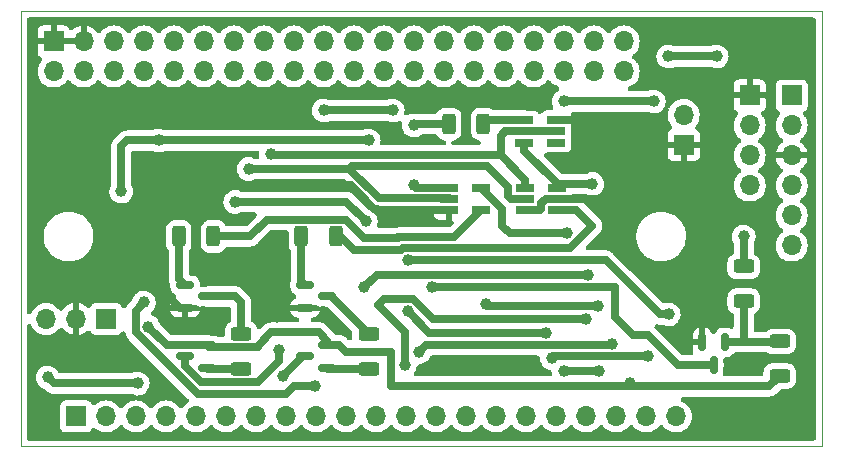
<source format=gbr>
%TF.GenerationSoftware,KiCad,Pcbnew,(6.0.7)*%
%TF.CreationDate,2022-12-20T14:52:23+01:00*%
%TF.ProjectId,bsmce04u-pp_GRBL_mod,62736d63-6530-4347-952d-70705f475242,rev?*%
%TF.SameCoordinates,Original*%
%TF.FileFunction,Copper,L1,Top*%
%TF.FilePolarity,Positive*%
%FSLAX46Y46*%
G04 Gerber Fmt 4.6, Leading zero omitted, Abs format (unit mm)*
G04 Created by KiCad (PCBNEW (6.0.7)) date 2022-12-20 14:52:23*
%MOMM*%
%LPD*%
G01*
G04 APERTURE LIST*
G04 Aperture macros list*
%AMRoundRect*
0 Rectangle with rounded corners*
0 $1 Rounding radius*
0 $2 $3 $4 $5 $6 $7 $8 $9 X,Y pos of 4 corners*
0 Add a 4 corners polygon primitive as box body*
4,1,4,$2,$3,$4,$5,$6,$7,$8,$9,$2,$3,0*
0 Add four circle primitives for the rounded corners*
1,1,$1+$1,$2,$3*
1,1,$1+$1,$4,$5*
1,1,$1+$1,$6,$7*
1,1,$1+$1,$8,$9*
0 Add four rect primitives between the rounded corners*
20,1,$1+$1,$2,$3,$4,$5,0*
20,1,$1+$1,$4,$5,$6,$7,0*
20,1,$1+$1,$6,$7,$8,$9,0*
20,1,$1+$1,$8,$9,$2,$3,0*%
G04 Aperture macros list end*
%TA.AperFunction,Profile*%
%ADD10C,0.100000*%
%TD*%
%TA.AperFunction,SMDPad,CuDef*%
%ADD11RoundRect,0.250000X-0.625000X0.312500X-0.625000X-0.312500X0.625000X-0.312500X0.625000X0.312500X0*%
%TD*%
%TA.AperFunction,SMDPad,CuDef*%
%ADD12RoundRect,0.150000X-0.587500X-0.150000X0.587500X-0.150000X0.587500X0.150000X-0.587500X0.150000X0*%
%TD*%
%TA.AperFunction,ComponentPad*%
%ADD13R,1.700000X1.700000*%
%TD*%
%TA.AperFunction,ComponentPad*%
%ADD14O,1.700000X1.700000*%
%TD*%
%TA.AperFunction,SMDPad,CuDef*%
%ADD15RoundRect,0.150000X0.587500X0.150000X-0.587500X0.150000X-0.587500X-0.150000X0.587500X-0.150000X0*%
%TD*%
%TA.AperFunction,SMDPad,CuDef*%
%ADD16R,1.560000X0.650000*%
%TD*%
%TA.AperFunction,SMDPad,CuDef*%
%ADD17RoundRect,0.250000X0.312500X0.625000X-0.312500X0.625000X-0.312500X-0.625000X0.312500X-0.625000X0*%
%TD*%
%TA.AperFunction,SMDPad,CuDef*%
%ADD18RoundRect,0.150000X-0.150000X0.587500X-0.150000X-0.587500X0.150000X-0.587500X0.150000X0.587500X0*%
%TD*%
%TA.AperFunction,ViaPad*%
%ADD19C,1.000000*%
%TD*%
%TA.AperFunction,Conductor*%
%ADD20C,0.700000*%
%TD*%
%TA.AperFunction,Conductor*%
%ADD21C,0.500000*%
%TD*%
G04 APERTURE END LIST*
D10*
X161544000Y-33020000D02*
X161544000Y-69850000D01*
X93726000Y-69850000D02*
X93726000Y-33020000D01*
X93726000Y-33020000D02*
X161544000Y-33020000D01*
X161544000Y-69850000D02*
X93726000Y-69850000D01*
D11*
%TO.P,R8,1*%
%TO.N,/HS541_~{OE1}*%
X154940000Y-54610000D03*
%TO.P,R8,2*%
%TO.N,Net-(Q5-Pad1)*%
X154940000Y-57535000D03*
%TD*%
D12*
%TO.P,Q1,1,B*%
%TO.N,Net-(Q1-Pad1)*%
X107647500Y-56200000D03*
%TO.P,Q1,2,E*%
%TO.N,GND*%
X107647500Y-58100000D03*
%TO.P,Q1,3,C*%
%TO.N,Net-(Q1-Pad3)*%
X109522500Y-57150000D03*
%TD*%
D13*
%TO.P,J4,1,Pin_1*%
%TO.N,GND*%
X155448000Y-40132000D03*
D14*
%TO.P,J4,2,Pin_2*%
%TO.N,/STlink_SWCLK*%
X155448000Y-42672000D03*
%TO.P,J4,3,Pin_3*%
%TO.N,/STlink_SWDIO*%
X155448000Y-45212000D03*
%TO.P,J4,4,Pin_4*%
%TO.N,/STlink_target3V3*%
X155448000Y-47752000D03*
%TD*%
D13*
%TO.P,J5,1,Pin_1*%
%TO.N,/STlink_target3V3*%
X159004000Y-40132000D03*
D14*
%TO.P,J5,2,Pin_2*%
%TO.N,/STlink_SWCLK*%
X159004000Y-42672000D03*
%TO.P,J5,3,Pin_3*%
%TO.N,GND*%
X159004000Y-45212000D03*
%TO.P,J5,4,Pin_4*%
%TO.N,/STlink_SWDIO*%
X159004000Y-47752000D03*
%TO.P,J5,5,Pin_5*%
%TO.N,/NRST_BP*%
X159004000Y-50292000D03*
%TO.P,J5,6,Pin_6*%
%TO.N,/STlink_SWO*%
X159004000Y-52832000D03*
%TD*%
D15*
%TO.P,Q4,1,B*%
%TO.N,Net-(Q4-Pad1)*%
X119682500Y-63180000D03*
%TO.P,Q4,2,E*%
%TO.N,+3V3*%
X119682500Y-61280000D03*
%TO.P,Q4,3,C*%
%TO.N,/Out1*%
X117807500Y-62230000D03*
%TD*%
D11*
%TO.P,R5,1*%
%TO.N,Net-(Q2-Pad3)*%
X123190000Y-60325000D03*
%TO.P,R5,2*%
%TO.N,Net-(Q4-Pad1)*%
X123190000Y-63250000D03*
%TD*%
D13*
%TO.P,J2,1,Pin_1*%
%TO.N,GND*%
X149860000Y-44328000D03*
D14*
%TO.P,J2,2,Pin_2*%
%TO.N,+5V*%
X149860000Y-41788000D03*
%TD*%
D15*
%TO.P,Q3,1,B*%
%TO.N,Net-(Q3-Pad1)*%
X109522500Y-63180000D03*
%TO.P,Q3,2,E*%
%TO.N,+3V3*%
X109522500Y-61280000D03*
%TO.P,Q3,3,C*%
%TO.N,/Out2*%
X107647500Y-62230000D03*
%TD*%
D13*
%TO.P,J3,1,Pin_1*%
%TO.N,/NRST_BP*%
X100965000Y-59055000D03*
D14*
%TO.P,J3,2,Pin_2*%
%TO.N,GND*%
X98425000Y-59055000D03*
%TO.P,J3,3,Pin_3*%
%TO.N,/NRST_bsmce04u-pp*%
X95885000Y-59055000D03*
%TD*%
D11*
%TO.P,R9,1*%
%TO.N,Net-(Q5-Pad1)*%
X157988000Y-60960000D03*
%TO.P,R9,2*%
%TO.N,+3V3*%
X157988000Y-63885000D03*
%TD*%
D16*
%TO.P,U2,1*%
%TO.N,/SPINDLE_DIRECTION_BIT*%
X136445000Y-47945000D03*
%TO.P,U2,2*%
%TO.N,/SPINDLE_ENABLE_BIT*%
X136445000Y-48895000D03*
%TO.P,U2,3,GND*%
%TO.N,GND*%
X136445000Y-49845000D03*
%TO.P,U2,4*%
%TO.N,/FWD_SIGNAL*%
X139145000Y-49845000D03*
%TO.P,U2,5,VCC*%
%TO.N,+3V3*%
X139145000Y-47945000D03*
%TD*%
D13*
%TO.P,C_BS1,1,Pin_1*%
%TO.N,/UDB_D+*%
X98425000Y-67305000D03*
D14*
%TO.P,C_BS1,2,Pin_2*%
%TO.N,/UDB_D-*%
X100965000Y-67305000D03*
%TO.P,C_BS1,3,Pin_3*%
%TO.N,/NRST_bsmce04u-pp*%
X103505000Y-67305000D03*
%TO.P,C_BS1,4,Pin_4*%
%TO.N,/Out4*%
X106045000Y-67305000D03*
%TO.P,C_BS1,5,Pin_5*%
%TO.N,/COOLANT_FLOOD_BIT*%
X108585000Y-67305000D03*
%TO.P,C_BS1,6,Pin_6*%
%TO.N,/Out2*%
X111125000Y-67305000D03*
%TO.P,C_BS1,7,Pin_7*%
%TO.N,/Out1*%
X113665000Y-67305000D03*
%TO.P,C_BS1,8,Pin_8*%
%TO.N,/In4*%
X116205000Y-67305000D03*
%TO.P,C_BS1,9,Pin_9*%
%TO.N,/In3*%
X118745000Y-67305000D03*
%TO.P,C_BS1,10,Pin_10*%
%TO.N,/In2*%
X121285000Y-67305000D03*
%TO.P,C_BS1,11,Pin_11*%
%TO.N,/CONTROL_SAFETY_DOOR_BIT*%
X123825000Y-67305000D03*
%TO.P,C_BS1,12,Pin_12*%
%TO.N,/ACM*%
X126365000Y-67305000D03*
%TO.P,C_BS1,13,Pin_13*%
%TO.N,/Motor_enable*%
X128905000Y-67305000D03*
%TO.P,C_BS1,14,Pin_14*%
%TO.N,/X_P*%
X131445000Y-67305000D03*
%TO.P,C_BS1,15,Pin_15*%
%TO.N,/X_D*%
X133985000Y-67305000D03*
%TO.P,C_BS1,16,Pin_16*%
%TO.N,/Y_P*%
X136525000Y-67305000D03*
%TO.P,C_BS1,17,Pin_17*%
%TO.N,/Y_D*%
X139065000Y-67305000D03*
%TO.P,C_BS1,18,Pin_18*%
%TO.N,/Z_P*%
X141605000Y-67305000D03*
%TO.P,C_BS1,19,Pin_19*%
%TO.N,/Z_D*%
X144145000Y-67305000D03*
%TO.P,C_BS1,20,Pin_20*%
%TO.N,/A_P*%
X146685000Y-67305000D03*
%TO.P,C_BS1,21,Pin_21*%
%TO.N,/A_D*%
X149225000Y-67305000D03*
%TD*%
D12*
%TO.P,Q2,1,B*%
%TO.N,Net-(Q2-Pad1)*%
X117807500Y-56200000D03*
%TO.P,Q2,2,E*%
%TO.N,GND*%
X117807500Y-58100000D03*
%TO.P,Q2,3,C*%
%TO.N,Net-(Q2-Pad3)*%
X119682500Y-57150000D03*
%TD*%
D17*
%TO.P,R1,1*%
%TO.N,/REW_SIGNAL*%
X110047500Y-52070000D03*
%TO.P,R1,2*%
%TO.N,Net-(Q1-Pad1)*%
X107122500Y-52070000D03*
%TD*%
D11*
%TO.P,R4,1*%
%TO.N,Net-(Q1-Pad3)*%
X112395000Y-60325000D03*
%TO.P,R4,2*%
%TO.N,Net-(Q3-Pad1)*%
X112395000Y-63250000D03*
%TD*%
D17*
%TO.P,R2,1*%
%TO.N,/FWD_SIGNAL*%
X120400000Y-52070000D03*
%TO.P,R2,2*%
%TO.N,Net-(Q2-Pad1)*%
X117475000Y-52070000D03*
%TD*%
D18*
%TO.P,Q5,1,B*%
%TO.N,Net-(Q5-Pad1)*%
X153350000Y-61038500D03*
%TO.P,Q5,2,E*%
%TO.N,GND*%
X151450000Y-61038500D03*
%TO.P,Q5,3,C*%
%TO.N,/Motor_enable*%
X152400000Y-62913500D03*
%TD*%
D16*
%TO.P,U1,1*%
%TO.N,N/C*%
X139065000Y-44130000D03*
%TO.P,U1,2*%
%TO.N,/SPINDLE_DIRECTION_BIT*%
X139065000Y-43180000D03*
%TO.P,U1,3,GND*%
%TO.N,GND*%
X139065000Y-42230000D03*
%TO.P,U1,4*%
%TO.N,Net-(R7-Pad1)*%
X136365000Y-42230000D03*
%TO.P,U1,5,VCC*%
%TO.N,+3V3*%
X136365000Y-44130000D03*
%TD*%
%TO.P,U3,1*%
%TO.N,Net-(R7-Pad2)*%
X130015000Y-47945000D03*
%TO.P,U3,2*%
%TO.N,/SPINDLE_ENABLE_BIT*%
X130015000Y-48895000D03*
%TO.P,U3,3,GND*%
%TO.N,GND*%
X130015000Y-49845000D03*
%TO.P,U3,4*%
%TO.N,/REW_SIGNAL*%
X132715000Y-49845000D03*
%TO.P,U3,5,VCC*%
%TO.N,+3V3*%
X132715000Y-47945000D03*
%TD*%
D17*
%TO.P,R7,1*%
%TO.N,Net-(R7-Pad1)*%
X132907500Y-42545000D03*
%TO.P,R7,2*%
%TO.N,Net-(R7-Pad2)*%
X129982500Y-42545000D03*
%TD*%
D13*
%TO.P,J1,1,Pin_1*%
%TO.N,GND*%
X96520000Y-35560000D03*
D14*
%TO.P,J1,2,Pin_2*%
X99060000Y-35560000D03*
%TO.P,J1,3,Pin_3*%
%TO.N,+3V3*%
X101600000Y-35560000D03*
%TO.P,J1,4,Pin_4*%
%TO.N,/NRST_BP*%
X104140000Y-35560000D03*
%TO.P,J1,5,Pin_5*%
%TO.N,/B_LIMIT_BIT*%
X106680000Y-35560000D03*
%TO.P,J1,6,Pin_6*%
%TO.N,/C_LIMIT_BIT*%
X109220000Y-35560000D03*
%TO.P,J1,7,Pin_7*%
%TO.N,Net-(J1-Pad7)*%
X111760000Y-35560000D03*
%TO.P,J1,8,Pin_8*%
%TO.N,Net-(J1-Pad8)*%
X114300000Y-35560000D03*
%TO.P,J1,9,Pin_9*%
%TO.N,/A_D*%
X116840000Y-35560000D03*
%TO.P,J1,10,Pin_10*%
%TO.N,/Z_D*%
X119380000Y-35560000D03*
%TO.P,J1,11,Pin_11*%
%TO.N,/Y_D*%
X121920000Y-35560000D03*
%TO.P,J1,12,Pin_12*%
%TO.N,/X_D*%
X124460000Y-35560000D03*
%TO.P,J1,13,Pin_13*%
%TO.N,/A_P*%
X127000000Y-35560000D03*
%TO.P,J1,14,Pin_14*%
%TO.N,/Z_P*%
X129540000Y-35560000D03*
%TO.P,J1,15,Pin_15*%
%TO.N,/Y_P*%
X132080000Y-35560000D03*
%TO.P,J1,16,Pin_16*%
%TO.N,/X_P*%
X134620000Y-35560000D03*
%TO.P,J1,17,Pin_17*%
%TO.N,/HS541_~{OE1}*%
X137160000Y-35560000D03*
%TO.P,J1,18,Pin_18*%
%TO.N,unconnected-(J1-Pad18)*%
X139700000Y-35560000D03*
%TO.P,J1,19,Pin_19*%
%TO.N,unconnected-(J1-Pad19)*%
X142240000Y-35560000D03*
%TO.P,J1,20,Pin_20*%
%TO.N,/VBAT*%
X144780000Y-35560000D03*
%TO.P,J1,21,Pin_21*%
%TO.N,+3V3*%
X144780000Y-38100000D03*
%TO.P,J1,22,Pin_22*%
%TO.N,GND*%
X142240000Y-38100000D03*
%TO.P,J1,23,Pin_23*%
%TO.N,+5V*%
X139700000Y-38100000D03*
%TO.P,J1,24,Pin_24*%
%TO.N,/In2*%
X137160000Y-38100000D03*
%TO.P,J1,25,Pin_25*%
%TO.N,/CONTROL_SAFETY_DOOR_BIT*%
X134620000Y-38100000D03*
%TO.P,J1,26,Pin_26*%
%TO.N,/CONTROL_CYCLE_START_BIT*%
X132080000Y-38100000D03*
%TO.P,J1,27,Pin_27*%
%TO.N,/CONTROL_FEED_HOLD_BIT*%
X129540000Y-38100000D03*
%TO.P,J1,28,Pin_28*%
%TO.N,/CONTROL_RESET_BIT*%
X127000000Y-38100000D03*
%TO.P,J1,29,Pin_29*%
%TO.N,/COOLANT_FLOOD_BIT*%
X124460000Y-38100000D03*
%TO.P,J1,30,Pin_30*%
%TO.N,/COOLANT_MIST_BIT*%
X121920000Y-38100000D03*
%TO.P,J1,31,Pin_31*%
%TO.N,/STEPPERS_DISABLE_BIT*%
X119380000Y-38100000D03*
%TO.P,J1,32,Pin_32*%
%TO.N,/UDB_D+*%
X116840000Y-38100000D03*
%TO.P,J1,33,Pin_33*%
%TO.N,/UDB_D-*%
X114300000Y-38100000D03*
%TO.P,J1,34,Pin_34*%
%TO.N,/B_DIRECTION_BIT*%
X111760000Y-38100000D03*
%TO.P,J1,35,Pin_35*%
%TO.N,/B_STEP_BIT*%
X109220000Y-38100000D03*
%TO.P,J1,36,Pin_36*%
%TO.N,/ACM*%
X106680000Y-38100000D03*
%TO.P,J1,37,Pin_37*%
%TO.N,/A_LIMIT_BIT*%
X104140000Y-38100000D03*
%TO.P,J1,38,Pin_38*%
%TO.N,/In3*%
X101600000Y-38100000D03*
%TO.P,J1,39,Pin_39*%
X99060000Y-38100000D03*
%TO.P,J1,40,Pin_40*%
X96520000Y-38100000D03*
%TD*%
D19*
%TO.N,/NRST_bsmce04u-pp*%
X96012000Y-64008000D03*
X103632000Y-64516000D03*
%TO.N,/COOLANT_FLOOD_BIT*%
X125222000Y-41402000D03*
X119380000Y-41402000D03*
%TO.N,/Out2*%
X115570000Y-61722000D03*
%TO.N,/Out1*%
X115951000Y-63881000D03*
%TO.N,/In3*%
X104155425Y-57658000D03*
X118618000Y-64770000D03*
%TO.N,/In2*%
X122809000Y-56388000D03*
X141732000Y-55338500D03*
%TO.N,/CONTROL_SAFETY_DOOR_BIT*%
X126238000Y-62992000D03*
X141605000Y-59055000D03*
%TO.N,/ACM*%
X111887000Y-49149000D03*
X122936000Y-50800000D03*
%TO.N,/X_P*%
X142599578Y-57945500D03*
X133096000Y-57785000D03*
%TO.N,/Y_P*%
X139700000Y-63500000D03*
X142698501Y-63500000D03*
%TO.N,/Y_D*%
X138176000Y-60217451D03*
X126492000Y-58420000D03*
%TO.N,/Z_D*%
X143764000Y-61180500D03*
X127453879Y-61882097D03*
%TO.N,/A_P*%
X146812000Y-62230000D03*
X138684000Y-62357000D03*
%TO.N,GND*%
X114679485Y-55243485D03*
X115443000Y-58928000D03*
X104635300Y-48780700D03*
X100076000Y-56388000D03*
X147320000Y-43180000D03*
X156464000Y-37084000D03*
X140462000Y-45974000D03*
X151892000Y-34290000D03*
X108204000Y-42418000D03*
X150114000Y-56388000D03*
X158496000Y-67310000D03*
X97536000Y-45466000D03*
X106953891Y-45700109D03*
X125476000Y-43434000D03*
X131826000Y-62992000D03*
X159004000Y-56642000D03*
%TO.N,+3V3*%
X139954000Y-51816000D03*
X104522277Y-59691753D03*
X142128700Y-47625000D03*
X145288000Y-64516000D03*
%TO.N,/NRST_BP*%
X123190000Y-43942000D03*
X102235000Y-48260000D03*
X126492000Y-54102000D03*
X105410000Y-43942000D03*
X148590000Y-58674000D03*
%TO.N,/SPINDLE_ENABLE_BIT*%
X113030000Y-46355000D03*
%TO.N,/SPINDLE_DIRECTION_BIT*%
X114935000Y-45085000D03*
%TO.N,/Motor_enable*%
X128524000Y-56388000D03*
%TO.N,+5V*%
X139700000Y-40640000D03*
X147320000Y-40640000D03*
%TO.N,Net-(R7-Pad2)*%
X127000000Y-47752000D03*
X127000000Y-42672000D03*
%TO.N,/HS541_~{OE1}*%
X148556500Y-36830000D03*
X152654000Y-36830000D03*
X154940000Y-52070000D03*
%TD*%
D20*
%TO.N,/NRST_bsmce04u-pp*%
X103632000Y-64516000D02*
X96520000Y-64516000D01*
X96520000Y-64516000D02*
X96012000Y-64008000D01*
%TO.N,/COOLANT_FLOOD_BIT*%
X119380000Y-41402000D02*
X125222000Y-41402000D01*
%TO.N,/Out2*%
X107647500Y-62230000D02*
X107647500Y-63032449D01*
X113800795Y-64362500D02*
X115570000Y-62593295D01*
X115570000Y-62593295D02*
X115570000Y-61722000D01*
X107647500Y-63032449D02*
X108977551Y-64362500D01*
X108977551Y-64362500D02*
X113800795Y-64362500D01*
%TO.N,/Out1*%
X117807500Y-62230000D02*
X117602000Y-62230000D01*
X117602000Y-62230000D02*
X115951000Y-63881000D01*
%TO.N,/In3*%
X116840000Y-64770000D02*
X116205000Y-65405000D01*
X103472777Y-60129812D02*
X103472777Y-58340648D01*
X103472777Y-58340648D02*
X104155425Y-57658000D01*
X108747965Y-65405000D02*
X103472777Y-60129812D01*
X116205000Y-65405000D02*
X108747965Y-65405000D01*
X118618000Y-64770000D02*
X116840000Y-64770000D01*
%TO.N,/In2*%
X122809000Y-56388000D02*
X123858502Y-55338498D01*
X123858502Y-55338498D02*
X141731998Y-55338498D01*
X141731998Y-55338498D02*
X141732000Y-55338500D01*
%TO.N,/CONTROL_SAFETY_DOOR_BIT*%
X124453718Y-57370500D02*
X123952000Y-57872218D01*
X141605000Y-59055000D02*
X128611218Y-59055000D01*
X126238000Y-60158218D02*
X126238000Y-62992000D01*
X128611218Y-59055000D02*
X126926718Y-57370500D01*
X123952000Y-57872218D02*
X126238000Y-60158218D01*
X126926718Y-57370500D02*
X124453718Y-57370500D01*
%TO.N,/ACM*%
X111887000Y-49149000D02*
X121285000Y-49149000D01*
X121285000Y-49149000D02*
X122936000Y-50800000D01*
%TO.N,/X_P*%
X133256500Y-57945500D02*
X142599578Y-57945500D01*
X133096000Y-57785000D02*
X133256500Y-57945500D01*
%TO.N,/Y_P*%
X139700000Y-63500000D02*
X142698501Y-63500000D01*
%TO.N,/Y_D*%
X128289451Y-60217451D02*
X126492000Y-58420000D01*
X138176000Y-60217451D02*
X128289451Y-60217451D01*
%TO.N,/Z_D*%
X128055476Y-61280500D02*
X127453879Y-61882097D01*
X143764000Y-61180500D02*
X143664000Y-61280500D01*
X143664000Y-61280500D02*
X128055476Y-61280500D01*
%TO.N,/A_P*%
X138811000Y-62230000D02*
X138684000Y-62357000D01*
X146812000Y-62230000D02*
X138811000Y-62230000D01*
%TO.N,GND*%
X107647500Y-58100000D02*
X107249000Y-58100000D01*
X136445000Y-49845000D02*
X137700000Y-49845000D01*
X102870000Y-56388000D02*
X100076000Y-56388000D01*
D21*
X147066000Y-45974000D02*
X147320000Y-45720000D01*
D20*
X144145000Y-48895000D02*
X147320000Y-45720000D01*
X123878718Y-49750500D02*
X123973218Y-49845000D01*
X107249000Y-58100000D02*
X104203500Y-55054500D01*
X105664000Y-47752000D02*
X121663914Y-47752000D01*
X137795000Y-49276000D02*
X138176000Y-48895000D01*
X139065000Y-42230000D02*
X146370000Y-42230000D01*
X121663914Y-47752000D02*
X123662414Y-49750500D01*
X123973218Y-49845000D02*
X130015000Y-49845000D01*
X137700000Y-49845000D02*
X137795000Y-49750000D01*
X146370000Y-42230000D02*
X147320000Y-43180000D01*
X104635300Y-48780700D02*
X105664000Y-47752000D01*
X123662414Y-49750500D02*
X123878718Y-49750500D01*
X138176000Y-48895000D02*
X144145000Y-48895000D01*
X104203500Y-55054500D02*
X102870000Y-56388000D01*
X137795000Y-49750000D02*
X137795000Y-49276000D01*
X147320000Y-43180000D02*
X147320000Y-45720000D01*
%TO.N,+3V3*%
X132715000Y-47945000D02*
X134493000Y-49723000D01*
X145034000Y-64770000D02*
X145288000Y-64516000D01*
X157103000Y-64770000D02*
X157988000Y-63885000D01*
X109522500Y-61280000D02*
X109680000Y-61437500D01*
X134493000Y-51181000D02*
X135128000Y-51816000D01*
X109680000Y-61437500D02*
X113792000Y-61437500D01*
X136365000Y-44798000D02*
X139145000Y-47578000D01*
X144526000Y-64770000D02*
X157103000Y-64770000D01*
X113792000Y-61437500D02*
X113792000Y-61341000D01*
X134493000Y-49723000D02*
X134493000Y-51181000D01*
X125095000Y-64770000D02*
X144526000Y-64770000D01*
X139465000Y-47625000D02*
X142128700Y-47625000D01*
X109522500Y-61280000D02*
X106110524Y-61280000D01*
X125095000Y-61849000D02*
X121285000Y-61849000D01*
X113792000Y-61341000D02*
X114935000Y-60198000D01*
X120716000Y-61280000D02*
X121285000Y-61849000D01*
X136365000Y-44130000D02*
X136365000Y-44798000D01*
X119682500Y-61280000D02*
X120716000Y-61280000D01*
X139145000Y-47945000D02*
X139145000Y-47578000D01*
X144526000Y-64770000D02*
X145034000Y-64770000D01*
X135128000Y-51816000D02*
X139954000Y-51816000D01*
X114935000Y-60198000D02*
X118999000Y-60198000D01*
X118999000Y-60198000D02*
X119682500Y-60881500D01*
X106110524Y-61280000D02*
X104522277Y-59691753D01*
X119682500Y-60881500D02*
X119682500Y-61280000D01*
X125095000Y-61849000D02*
X125095000Y-64770000D01*
%TO.N,/NRST_BP*%
X123190000Y-43942000D02*
X105410000Y-43942000D01*
X146558000Y-57404000D02*
X147828000Y-58674000D01*
X126492000Y-54102000D02*
X143256000Y-54102000D01*
X143256000Y-54102000D02*
X146558000Y-57404000D01*
X147828000Y-58674000D02*
X148590000Y-58674000D01*
X102743000Y-43942000D02*
X105410000Y-43942000D01*
X102235000Y-44450000D02*
X102743000Y-43942000D01*
X102235000Y-48260000D02*
X102235000Y-44450000D01*
%TO.N,/SPINDLE_ENABLE_BIT*%
X133233501Y-46111501D02*
X121782499Y-46111501D01*
X135011501Y-48649415D02*
X135011501Y-47889501D01*
X135257086Y-48895000D02*
X135011501Y-48649415D01*
X130015000Y-48895000D02*
X129970999Y-48850999D01*
X129970999Y-48850999D02*
X124034999Y-48850999D01*
X121782499Y-46111501D02*
X121539000Y-46355000D01*
X124034999Y-48850999D02*
X121539000Y-46355000D01*
X136445000Y-48895000D02*
X135257086Y-48895000D01*
X135011501Y-47889501D02*
X133233501Y-46111501D01*
X121539000Y-46355000D02*
X113030000Y-46355000D01*
%TO.N,/SPINDLE_DIRECTION_BIT*%
X134366000Y-45212000D02*
X115062000Y-45212000D01*
X139065000Y-43180000D02*
X134747000Y-43180000D01*
X136445000Y-47291000D02*
X136445000Y-47945000D01*
X115062000Y-45212000D02*
X114935000Y-45085000D01*
X134366000Y-43561000D02*
X134366000Y-45212000D01*
X134366000Y-45212000D02*
X136445000Y-47291000D01*
X134747000Y-43180000D02*
X134366000Y-43561000D01*
%TO.N,/Motor_enable*%
X149352000Y-62992000D02*
X146812000Y-60452000D01*
X146812000Y-60452000D02*
X145542000Y-60452000D01*
X144018000Y-56388000D02*
X128524000Y-56388000D01*
X152400000Y-62913500D02*
X152321500Y-62992000D01*
X145542000Y-60452000D02*
X144018000Y-58928000D01*
X144018000Y-58928000D02*
X144018000Y-56388000D01*
X152321500Y-62992000D02*
X149352000Y-62992000D01*
%TO.N,+5V*%
X139700000Y-40640000D02*
X147320000Y-40640000D01*
%TO.N,Net-(R7-Pad1)*%
X133222500Y-42230000D02*
X132907500Y-42545000D01*
X136365000Y-42230000D02*
X133222500Y-42230000D01*
%TO.N,Net-(Q1-Pad1)*%
X107122500Y-55675000D02*
X107122500Y-52070000D01*
X107647500Y-56200000D02*
X107122500Y-55675000D01*
%TO.N,Net-(Q1-Pad3)*%
X112395000Y-57658000D02*
X112395000Y-60325000D01*
X109522500Y-57150000D02*
X111887000Y-57150000D01*
X111887000Y-57150000D02*
X112395000Y-57658000D01*
%TO.N,Net-(Q2-Pad1)*%
X117475000Y-55867500D02*
X117475000Y-52070000D01*
X117807500Y-56200000D02*
X117475000Y-55867500D01*
%TO.N,Net-(Q2-Pad3)*%
X120015000Y-57150000D02*
X123190000Y-60325000D01*
X119682500Y-57150000D02*
X120015000Y-57150000D01*
%TO.N,Net-(Q3-Pad1)*%
X109522500Y-63180000D02*
X109592500Y-63250000D01*
X109592500Y-63250000D02*
X112395000Y-63250000D01*
%TO.N,Net-(Q4-Pad1)*%
X119752500Y-63250000D02*
X123190000Y-63250000D01*
X119682500Y-63180000D02*
X119752500Y-63250000D01*
%TO.N,/REW_SIGNAL*%
X130407001Y-52152999D02*
X132715000Y-49845000D01*
X121257000Y-50645000D02*
X122809000Y-52197000D01*
X125640695Y-52197000D02*
X125684697Y-52152999D01*
X110047500Y-52070000D02*
X113157000Y-52070000D01*
X122809000Y-52197000D02*
X125640695Y-52197000D01*
X125684697Y-52152999D02*
X130407001Y-52152999D01*
X114582000Y-50645000D02*
X121257000Y-50645000D01*
X113157000Y-52070000D02*
X114582000Y-50645000D01*
%TO.N,/FWD_SIGNAL*%
X120777000Y-52070000D02*
X121920000Y-53213000D01*
X140777000Y-49845000D02*
X139145000Y-49845000D01*
X120400000Y-52070000D02*
X120777000Y-52070000D01*
X125896782Y-53213000D02*
X126057282Y-53052500D01*
X121920000Y-53213000D02*
X125896782Y-53213000D01*
X142113000Y-51181000D02*
X140777000Y-49845000D01*
X140241500Y-53052500D02*
X142113000Y-51181000D01*
X126057282Y-53052500D02*
X140241500Y-53052500D01*
%TO.N,Net-(R7-Pad2)*%
X127193000Y-47945000D02*
X127000000Y-47752000D01*
X130015000Y-47945000D02*
X127193000Y-47945000D01*
X127127000Y-42545000D02*
X127000000Y-42672000D01*
X129982500Y-42545000D02*
X127127000Y-42545000D01*
%TO.N,/HS541_~{OE1}*%
X154940000Y-52070000D02*
X154940000Y-54610000D01*
X148556500Y-36830000D02*
X152654000Y-36830000D01*
%TO.N,Net-(Q5-Pad1)*%
X153350000Y-61038500D02*
X155018500Y-61038500D01*
X154940000Y-60960000D02*
X155018500Y-61038500D01*
X154940000Y-57535000D02*
X154940000Y-60960000D01*
X155018500Y-61038500D02*
X157909500Y-61038500D01*
X157909500Y-61038500D02*
X157988000Y-60960000D01*
%TD*%
%TA.AperFunction,Conductor*%
%TO.N,GND*%
G36*
X160910609Y-33539866D02*
G01*
X160985964Y-33594615D01*
X161032537Y-33675280D01*
X161043500Y-33744500D01*
X161043500Y-69125500D01*
X161024134Y-69216609D01*
X160969385Y-69291964D01*
X160888720Y-69338537D01*
X160819500Y-69349500D01*
X94450500Y-69349500D01*
X94359391Y-69330134D01*
X94284036Y-69275385D01*
X94237463Y-69194720D01*
X94226500Y-69125500D01*
X94226500Y-63993963D01*
X95006757Y-63993963D01*
X95023175Y-64189483D01*
X95026195Y-64200015D01*
X95026196Y-64200020D01*
X95037800Y-64240486D01*
X95077258Y-64378091D01*
X95166944Y-64552601D01*
X95193120Y-64585627D01*
X95269182Y-64681594D01*
X95288818Y-64706369D01*
X95438238Y-64833535D01*
X95447802Y-64838880D01*
X95569297Y-64906781D01*
X95609513Y-64929257D01*
X95737543Y-64970857D01*
X95818203Y-65017427D01*
X95826710Y-65025499D01*
X95886674Y-65085463D01*
X95899362Y-65099261D01*
X95930020Y-65135540D01*
X95993036Y-65183719D01*
X95997275Y-65187043D01*
X96059073Y-65236730D01*
X96068477Y-65241398D01*
X96076820Y-65247777D01*
X96087814Y-65252904D01*
X96087818Y-65252906D01*
X96148697Y-65281294D01*
X96153590Y-65283649D01*
X96224592Y-65318895D01*
X96234780Y-65321435D01*
X96244297Y-65325873D01*
X96256136Y-65328519D01*
X96256144Y-65328522D01*
X96321694Y-65343174D01*
X96326986Y-65344424D01*
X96403893Y-65363599D01*
X96413413Y-65363865D01*
X96415663Y-65364177D01*
X96424637Y-65366183D01*
X96430307Y-65366500D01*
X96504624Y-65366500D01*
X96510878Y-65366587D01*
X96588611Y-65368758D01*
X96598076Y-65366952D01*
X96609335Y-65366500D01*
X103044560Y-65366500D01*
X103135669Y-65385866D01*
X103153840Y-65394965D01*
X103229513Y-65437257D01*
X103239927Y-65440641D01*
X103239930Y-65440642D01*
X103391066Y-65489749D01*
X103416118Y-65497889D01*
X103485137Y-65506119D01*
X103573312Y-65536136D01*
X103581526Y-65543743D01*
X103656802Y-65517823D01*
X103666898Y-65516816D01*
X103751154Y-65510332D01*
X103795649Y-65506909D01*
X103795651Y-65506909D01*
X103806576Y-65506068D01*
X103817129Y-65503122D01*
X103817132Y-65503121D01*
X103984999Y-65456251D01*
X103985003Y-65456250D01*
X103995556Y-65453303D01*
X104170689Y-65364837D01*
X104325303Y-65244040D01*
X104338178Y-65229125D01*
X104446348Y-65103807D01*
X104453509Y-65095511D01*
X104459517Y-65084936D01*
X104545015Y-64934432D01*
X104550425Y-64924909D01*
X104612358Y-64738732D01*
X104615550Y-64713470D01*
X104634787Y-64561185D01*
X104636949Y-64544071D01*
X104637341Y-64516000D01*
X104636212Y-64504484D01*
X104619263Y-64331627D01*
X104619262Y-64331624D01*
X104618194Y-64320728D01*
X104570366Y-64162313D01*
X104564649Y-64143376D01*
X104564648Y-64143373D01*
X104561484Y-64132894D01*
X104556345Y-64123229D01*
X104556343Y-64123224D01*
X104474514Y-63969327D01*
X104474513Y-63969325D01*
X104469370Y-63959653D01*
X104430397Y-63911867D01*
X104352287Y-63816094D01*
X104352286Y-63816093D01*
X104345361Y-63807602D01*
X104253810Y-63731865D01*
X104202624Y-63689520D01*
X104202621Y-63689518D01*
X104194180Y-63682535D01*
X104102578Y-63633006D01*
X104031225Y-63594425D01*
X104031222Y-63594424D01*
X104021585Y-63589213D01*
X103933612Y-63561981D01*
X103844619Y-63534433D01*
X103844618Y-63534433D01*
X103834152Y-63531193D01*
X103639019Y-63510683D01*
X103628108Y-63511676D01*
X103628104Y-63511676D01*
X103454527Y-63527473D01*
X103454525Y-63527473D01*
X103443618Y-63528466D01*
X103255393Y-63583864D01*
X103245684Y-63588940D01*
X103245681Y-63588941D01*
X103147997Y-63640009D01*
X103058283Y-63665058D01*
X103044218Y-63665500D01*
X97097667Y-63665500D01*
X97006558Y-63646134D01*
X96931203Y-63591385D01*
X96899887Y-63546661D01*
X96854517Y-63461331D01*
X96854511Y-63461323D01*
X96849370Y-63451653D01*
X96812427Y-63406356D01*
X96732287Y-63308094D01*
X96732286Y-63308093D01*
X96725361Y-63299602D01*
X96654409Y-63240906D01*
X96582624Y-63181520D01*
X96582621Y-63181518D01*
X96574180Y-63174535D01*
X96498256Y-63133483D01*
X96411225Y-63086425D01*
X96411222Y-63086424D01*
X96401585Y-63081213D01*
X96214152Y-63023193D01*
X96019019Y-63002683D01*
X96008108Y-63003676D01*
X96008104Y-63003676D01*
X95834527Y-63019473D01*
X95834525Y-63019473D01*
X95823618Y-63020466D01*
X95813109Y-63023559D01*
X95645904Y-63072770D01*
X95645900Y-63072772D01*
X95635393Y-63075864D01*
X95562721Y-63113856D01*
X95484757Y-63154615D01*
X95461512Y-63166767D01*
X95308600Y-63289711D01*
X95182480Y-63440016D01*
X95177204Y-63449613D01*
X95177202Y-63449616D01*
X95133875Y-63528427D01*
X95087956Y-63611954D01*
X95028628Y-63798978D01*
X95027408Y-63809858D01*
X95027407Y-63809861D01*
X95015159Y-63919058D01*
X95006757Y-63993963D01*
X94226500Y-63993963D01*
X94226500Y-59704291D01*
X94245866Y-59613182D01*
X94300615Y-59537827D01*
X94381280Y-59491254D01*
X94473914Y-59481518D01*
X94562500Y-59510301D01*
X94631720Y-59572627D01*
X94653513Y-59609624D01*
X94656690Y-59616436D01*
X94710965Y-59732829D01*
X94716576Y-59740843D01*
X94716577Y-59740844D01*
X94722052Y-59748663D01*
X94846505Y-59926401D01*
X95013599Y-60093495D01*
X95130670Y-60175469D01*
X95189887Y-60216933D01*
X95207170Y-60229035D01*
X95421337Y-60328903D01*
X95430783Y-60331434D01*
X95640152Y-60387534D01*
X95640156Y-60387535D01*
X95649592Y-60390063D01*
X95659326Y-60390915D01*
X95659328Y-60390915D01*
X95875262Y-60409807D01*
X95885000Y-60410659D01*
X95894738Y-60409807D01*
X96110672Y-60390915D01*
X96110674Y-60390915D01*
X96120408Y-60390063D01*
X96129844Y-60387535D01*
X96129848Y-60387534D01*
X96339217Y-60331434D01*
X96348663Y-60328903D01*
X96562830Y-60229035D01*
X96580114Y-60216933D01*
X96639330Y-60175469D01*
X96756401Y-60093495D01*
X96923495Y-59926401D01*
X96964830Y-59867368D01*
X97032951Y-59803844D01*
X97121020Y-59773519D01*
X97213810Y-59781636D01*
X97295277Y-59826793D01*
X97329079Y-59863553D01*
X97331412Y-59866741D01*
X97465583Y-60021632D01*
X97478674Y-60034451D01*
X97636339Y-60165347D01*
X97651350Y-60175858D01*
X97828283Y-60279250D01*
X97844803Y-60287165D01*
X98036248Y-60360270D01*
X98053838Y-60365380D01*
X98147931Y-60384523D01*
X98167401Y-60384354D01*
X98171000Y-60372938D01*
X98171000Y-57743531D01*
X98166951Y-57724483D01*
X98151933Y-57722905D01*
X98118301Y-57728051D01*
X98100468Y-57732300D01*
X97905683Y-57795965D01*
X97888797Y-57803063D01*
X97707032Y-57897684D01*
X97691518Y-57907454D01*
X97527652Y-58030489D01*
X97513949Y-58042654D01*
X97372366Y-58190812D01*
X97360841Y-58205045D01*
X97335073Y-58242819D01*
X97267732Y-58307171D01*
X97180040Y-58338569D01*
X97087157Y-58331585D01*
X97005146Y-58287426D01*
X96966538Y-58245072D01*
X96923495Y-58183599D01*
X96756401Y-58016505D01*
X96611286Y-57914894D01*
X96570845Y-57886577D01*
X96570844Y-57886576D01*
X96562830Y-57880965D01*
X96348663Y-57781097D01*
X96300676Y-57768239D01*
X96129848Y-57722466D01*
X96129844Y-57722465D01*
X96120408Y-57719937D01*
X96110674Y-57719085D01*
X96110672Y-57719085D01*
X95894738Y-57700193D01*
X95885000Y-57699341D01*
X95875262Y-57700193D01*
X95659328Y-57719085D01*
X95659326Y-57719085D01*
X95649592Y-57719937D01*
X95640156Y-57722465D01*
X95640152Y-57722466D01*
X95469324Y-57768239D01*
X95421337Y-57781097D01*
X95207171Y-57880965D01*
X95199157Y-57886576D01*
X95199156Y-57886577D01*
X95192107Y-57891513D01*
X95013599Y-58016505D01*
X94846505Y-58183599D01*
X94785478Y-58270755D01*
X94725919Y-58355815D01*
X94710965Y-58377171D01*
X94676740Y-58450566D01*
X94653513Y-58500376D01*
X94597457Y-58574764D01*
X94515990Y-58619922D01*
X94423200Y-58628039D01*
X94335131Y-58597714D01*
X94267009Y-58534189D01*
X94230615Y-58448449D01*
X94226500Y-58405709D01*
X94226500Y-52202200D01*
X95688747Y-52202200D01*
X95726129Y-52486149D01*
X95742781Y-52547019D01*
X95799688Y-52755038D01*
X95799691Y-52755045D01*
X95801702Y-52762398D01*
X95914068Y-53025835D01*
X95917981Y-53032374D01*
X95917983Y-53032377D01*
X96028585Y-53217179D01*
X96061146Y-53271585D01*
X96090531Y-53308264D01*
X96235454Y-53489158D01*
X96235458Y-53489163D01*
X96240215Y-53495100D01*
X96245731Y-53500334D01*
X96245736Y-53500340D01*
X96371950Y-53620112D01*
X96447962Y-53692245D01*
X96680543Y-53859371D01*
X96800092Y-53922669D01*
X96926900Y-53989811D01*
X96926906Y-53989814D01*
X96933653Y-53993386D01*
X97202610Y-54091810D01*
X97210059Y-54093434D01*
X97210062Y-54093435D01*
X97267246Y-54105903D01*
X97482436Y-54152822D01*
X97490034Y-54153420D01*
X97490041Y-54153421D01*
X97613285Y-54163120D01*
X97707053Y-54170500D01*
X97861992Y-54170500D01*
X97865786Y-54170241D01*
X97865796Y-54170241D01*
X97988479Y-54161877D01*
X98075737Y-54155928D01*
X98205664Y-54129021D01*
X98348723Y-54099396D01*
X98348730Y-54099394D01*
X98356186Y-54097850D01*
X98363364Y-54095308D01*
X98363368Y-54095307D01*
X98570473Y-54021967D01*
X98626158Y-54002248D01*
X98880658Y-53870891D01*
X99114976Y-53706209D01*
X99120560Y-53701020D01*
X99120565Y-53701016D01*
X99319187Y-53516445D01*
X99319190Y-53516442D01*
X99324776Y-53511251D01*
X99331278Y-53503308D01*
X99498416Y-53299105D01*
X99506177Y-53289623D01*
X99655820Y-53045427D01*
X99770938Y-52783182D01*
X99849400Y-52507739D01*
X99889754Y-52224196D01*
X99890163Y-52146156D01*
X99890680Y-52047220D01*
X99891253Y-51937800D01*
X99853871Y-51653851D01*
X99825802Y-51551248D01*
X99780312Y-51384962D01*
X99780309Y-51384955D01*
X99778298Y-51377602D01*
X99665932Y-51114165D01*
X99656908Y-51099086D01*
X99522773Y-50874963D01*
X99522772Y-50874962D01*
X99518854Y-50868415D01*
X99475814Y-50814692D01*
X99344546Y-50650842D01*
X99344542Y-50650837D01*
X99339785Y-50644900D01*
X99334269Y-50639666D01*
X99334264Y-50639660D01*
X99137569Y-50453004D01*
X99132038Y-50447755D01*
X98899457Y-50280629D01*
X98660826Y-50154280D01*
X98653100Y-50150189D01*
X98653094Y-50150186D01*
X98646347Y-50146614D01*
X98377390Y-50048190D01*
X98369941Y-50046566D01*
X98369938Y-50046565D01*
X98155302Y-49999767D01*
X98097564Y-49987178D01*
X98089966Y-49986580D01*
X98089959Y-49986579D01*
X97966715Y-49976880D01*
X97872947Y-49969500D01*
X97718008Y-49969500D01*
X97714214Y-49969759D01*
X97714204Y-49969759D01*
X97591521Y-49978123D01*
X97504263Y-49984072D01*
X97374336Y-50010979D01*
X97231277Y-50040604D01*
X97231270Y-50040606D01*
X97223814Y-50042150D01*
X97216636Y-50044692D01*
X97216632Y-50044693D01*
X97087210Y-50090524D01*
X96953842Y-50137752D01*
X96699342Y-50269109D01*
X96465024Y-50433791D01*
X96459440Y-50438980D01*
X96459435Y-50438984D01*
X96269345Y-50615627D01*
X96255224Y-50628749D01*
X96250395Y-50634649D01*
X96250393Y-50634651D01*
X96208874Y-50685377D01*
X96073823Y-50850377D01*
X95924180Y-51094573D01*
X95809062Y-51356818D01*
X95730600Y-51632261D01*
X95729526Y-51639806D01*
X95729526Y-51639807D01*
X95727527Y-51653851D01*
X95690246Y-51915804D01*
X95690206Y-51923427D01*
X95690206Y-51923428D01*
X95689970Y-51968610D01*
X95688747Y-52202200D01*
X94226500Y-52202200D01*
X94226500Y-36452030D01*
X95162001Y-36452030D01*
X95162655Y-36464114D01*
X95167231Y-36506239D01*
X95173679Y-36533360D01*
X95214229Y-36641526D01*
X95229396Y-36669228D01*
X95297524Y-36760132D01*
X95319868Y-36782476D01*
X95410770Y-36850603D01*
X95438585Y-36865832D01*
X95509199Y-36926573D01*
X95549003Y-37010784D01*
X95551114Y-37103904D01*
X95515167Y-37189833D01*
X95489402Y-37220702D01*
X95481505Y-37228599D01*
X95433490Y-37297172D01*
X95354830Y-37409511D01*
X95345965Y-37422171D01*
X95246097Y-37636337D01*
X95243566Y-37645783D01*
X95192834Y-37835121D01*
X95184937Y-37864592D01*
X95164341Y-38100000D01*
X95184937Y-38335408D01*
X95246097Y-38563663D01*
X95345965Y-38777829D01*
X95481505Y-38971401D01*
X95648599Y-39138495D01*
X95842170Y-39274035D01*
X96056337Y-39373903D01*
X96065783Y-39376434D01*
X96275152Y-39432534D01*
X96275156Y-39432535D01*
X96284592Y-39435063D01*
X96294326Y-39435915D01*
X96294328Y-39435915D01*
X96510262Y-39454807D01*
X96520000Y-39455659D01*
X96529738Y-39454807D01*
X96745672Y-39435915D01*
X96745674Y-39435915D01*
X96755408Y-39435063D01*
X96764844Y-39432535D01*
X96764848Y-39432534D01*
X96974217Y-39376434D01*
X96983663Y-39373903D01*
X97197830Y-39274035D01*
X97391401Y-39138495D01*
X97558495Y-38971401D01*
X97606510Y-38902828D01*
X97674631Y-38839304D01*
X97762701Y-38808979D01*
X97855491Y-38817097D01*
X97936957Y-38862254D01*
X97973489Y-38902827D01*
X98021505Y-38971401D01*
X98188599Y-39138495D01*
X98382170Y-39274035D01*
X98596337Y-39373903D01*
X98605783Y-39376434D01*
X98815152Y-39432534D01*
X98815156Y-39432535D01*
X98824592Y-39435063D01*
X98834326Y-39435915D01*
X98834328Y-39435915D01*
X99050262Y-39454807D01*
X99060000Y-39455659D01*
X99069738Y-39454807D01*
X99285672Y-39435915D01*
X99285674Y-39435915D01*
X99295408Y-39435063D01*
X99304844Y-39432535D01*
X99304848Y-39432534D01*
X99514217Y-39376434D01*
X99523663Y-39373903D01*
X99737830Y-39274035D01*
X99931401Y-39138495D01*
X100098495Y-38971401D01*
X100146510Y-38902828D01*
X100214631Y-38839304D01*
X100302701Y-38808979D01*
X100395491Y-38817097D01*
X100476957Y-38862254D01*
X100513489Y-38902827D01*
X100561505Y-38971401D01*
X100728599Y-39138495D01*
X100922170Y-39274035D01*
X101136337Y-39373903D01*
X101145783Y-39376434D01*
X101355152Y-39432534D01*
X101355156Y-39432535D01*
X101364592Y-39435063D01*
X101374326Y-39435915D01*
X101374328Y-39435915D01*
X101590262Y-39454807D01*
X101600000Y-39455659D01*
X101609738Y-39454807D01*
X101825672Y-39435915D01*
X101825674Y-39435915D01*
X101835408Y-39435063D01*
X101844844Y-39432535D01*
X101844848Y-39432534D01*
X102054217Y-39376434D01*
X102063663Y-39373903D01*
X102277830Y-39274035D01*
X102471401Y-39138495D01*
X102638495Y-38971401D01*
X102686510Y-38902828D01*
X102754631Y-38839304D01*
X102842701Y-38808979D01*
X102935491Y-38817097D01*
X103016957Y-38862254D01*
X103053489Y-38902827D01*
X103101505Y-38971401D01*
X103268599Y-39138495D01*
X103462170Y-39274035D01*
X103676337Y-39373903D01*
X103685783Y-39376434D01*
X103895152Y-39432534D01*
X103895156Y-39432535D01*
X103904592Y-39435063D01*
X103914326Y-39435915D01*
X103914328Y-39435915D01*
X104130262Y-39454807D01*
X104140000Y-39455659D01*
X104149738Y-39454807D01*
X104365672Y-39435915D01*
X104365674Y-39435915D01*
X104375408Y-39435063D01*
X104384844Y-39432535D01*
X104384848Y-39432534D01*
X104594217Y-39376434D01*
X104603663Y-39373903D01*
X104817830Y-39274035D01*
X105011401Y-39138495D01*
X105178495Y-38971401D01*
X105226510Y-38902828D01*
X105294631Y-38839304D01*
X105382701Y-38808979D01*
X105475491Y-38817097D01*
X105556957Y-38862254D01*
X105593489Y-38902827D01*
X105641505Y-38971401D01*
X105808599Y-39138495D01*
X106002170Y-39274035D01*
X106216337Y-39373903D01*
X106225783Y-39376434D01*
X106435152Y-39432534D01*
X106435156Y-39432535D01*
X106444592Y-39435063D01*
X106454326Y-39435915D01*
X106454328Y-39435915D01*
X106670262Y-39454807D01*
X106680000Y-39455659D01*
X106689738Y-39454807D01*
X106905672Y-39435915D01*
X106905674Y-39435915D01*
X106915408Y-39435063D01*
X106924844Y-39432535D01*
X106924848Y-39432534D01*
X107134217Y-39376434D01*
X107143663Y-39373903D01*
X107357830Y-39274035D01*
X107551401Y-39138495D01*
X107718495Y-38971401D01*
X107766510Y-38902828D01*
X107834631Y-38839304D01*
X107922701Y-38808979D01*
X108015491Y-38817097D01*
X108096957Y-38862254D01*
X108133489Y-38902827D01*
X108181505Y-38971401D01*
X108348599Y-39138495D01*
X108542170Y-39274035D01*
X108756337Y-39373903D01*
X108765783Y-39376434D01*
X108975152Y-39432534D01*
X108975156Y-39432535D01*
X108984592Y-39435063D01*
X108994326Y-39435915D01*
X108994328Y-39435915D01*
X109210262Y-39454807D01*
X109220000Y-39455659D01*
X109229738Y-39454807D01*
X109445672Y-39435915D01*
X109445674Y-39435915D01*
X109455408Y-39435063D01*
X109464844Y-39432535D01*
X109464848Y-39432534D01*
X109674217Y-39376434D01*
X109683663Y-39373903D01*
X109897830Y-39274035D01*
X110091401Y-39138495D01*
X110258495Y-38971401D01*
X110306510Y-38902828D01*
X110374631Y-38839304D01*
X110462701Y-38808979D01*
X110555491Y-38817097D01*
X110636957Y-38862254D01*
X110673489Y-38902827D01*
X110721505Y-38971401D01*
X110888599Y-39138495D01*
X111082170Y-39274035D01*
X111296337Y-39373903D01*
X111305783Y-39376434D01*
X111515152Y-39432534D01*
X111515156Y-39432535D01*
X111524592Y-39435063D01*
X111534326Y-39435915D01*
X111534328Y-39435915D01*
X111750262Y-39454807D01*
X111760000Y-39455659D01*
X111769738Y-39454807D01*
X111985672Y-39435915D01*
X111985674Y-39435915D01*
X111995408Y-39435063D01*
X112004844Y-39432535D01*
X112004848Y-39432534D01*
X112214217Y-39376434D01*
X112223663Y-39373903D01*
X112437830Y-39274035D01*
X112631401Y-39138495D01*
X112798495Y-38971401D01*
X112846510Y-38902828D01*
X112914631Y-38839304D01*
X113002701Y-38808979D01*
X113095491Y-38817097D01*
X113176957Y-38862254D01*
X113213489Y-38902827D01*
X113261505Y-38971401D01*
X113428599Y-39138495D01*
X113622170Y-39274035D01*
X113836337Y-39373903D01*
X113845783Y-39376434D01*
X114055152Y-39432534D01*
X114055156Y-39432535D01*
X114064592Y-39435063D01*
X114074326Y-39435915D01*
X114074328Y-39435915D01*
X114290262Y-39454807D01*
X114300000Y-39455659D01*
X114309738Y-39454807D01*
X114525672Y-39435915D01*
X114525674Y-39435915D01*
X114535408Y-39435063D01*
X114544844Y-39432535D01*
X114544848Y-39432534D01*
X114754217Y-39376434D01*
X114763663Y-39373903D01*
X114977830Y-39274035D01*
X115171401Y-39138495D01*
X115338495Y-38971401D01*
X115386510Y-38902828D01*
X115454631Y-38839304D01*
X115542701Y-38808979D01*
X115635491Y-38817097D01*
X115716957Y-38862254D01*
X115753489Y-38902827D01*
X115801505Y-38971401D01*
X115968599Y-39138495D01*
X116162170Y-39274035D01*
X116376337Y-39373903D01*
X116385783Y-39376434D01*
X116595152Y-39432534D01*
X116595156Y-39432535D01*
X116604592Y-39435063D01*
X116614326Y-39435915D01*
X116614328Y-39435915D01*
X116830262Y-39454807D01*
X116840000Y-39455659D01*
X116849738Y-39454807D01*
X117065672Y-39435915D01*
X117065674Y-39435915D01*
X117075408Y-39435063D01*
X117084844Y-39432535D01*
X117084848Y-39432534D01*
X117294217Y-39376434D01*
X117303663Y-39373903D01*
X117517830Y-39274035D01*
X117711401Y-39138495D01*
X117878495Y-38971401D01*
X117926510Y-38902828D01*
X117994631Y-38839304D01*
X118082701Y-38808979D01*
X118175491Y-38817097D01*
X118256957Y-38862254D01*
X118293489Y-38902827D01*
X118341505Y-38971401D01*
X118508599Y-39138495D01*
X118702170Y-39274035D01*
X118916337Y-39373903D01*
X118925783Y-39376434D01*
X119135152Y-39432534D01*
X119135156Y-39432535D01*
X119144592Y-39435063D01*
X119154326Y-39435915D01*
X119154328Y-39435915D01*
X119370262Y-39454807D01*
X119380000Y-39455659D01*
X119389738Y-39454807D01*
X119605672Y-39435915D01*
X119605674Y-39435915D01*
X119615408Y-39435063D01*
X119624844Y-39432535D01*
X119624848Y-39432534D01*
X119834217Y-39376434D01*
X119843663Y-39373903D01*
X120057830Y-39274035D01*
X120251401Y-39138495D01*
X120418495Y-38971401D01*
X120466510Y-38902828D01*
X120534631Y-38839304D01*
X120622701Y-38808979D01*
X120715491Y-38817097D01*
X120796957Y-38862254D01*
X120833489Y-38902827D01*
X120881505Y-38971401D01*
X121048599Y-39138495D01*
X121242170Y-39274035D01*
X121456337Y-39373903D01*
X121465783Y-39376434D01*
X121675152Y-39432534D01*
X121675156Y-39432535D01*
X121684592Y-39435063D01*
X121694326Y-39435915D01*
X121694328Y-39435915D01*
X121910262Y-39454807D01*
X121920000Y-39455659D01*
X121929738Y-39454807D01*
X122145672Y-39435915D01*
X122145674Y-39435915D01*
X122155408Y-39435063D01*
X122164844Y-39432535D01*
X122164848Y-39432534D01*
X122374217Y-39376434D01*
X122383663Y-39373903D01*
X122597830Y-39274035D01*
X122791401Y-39138495D01*
X122958495Y-38971401D01*
X123006510Y-38902828D01*
X123074631Y-38839304D01*
X123162701Y-38808979D01*
X123255491Y-38817097D01*
X123336957Y-38862254D01*
X123373489Y-38902827D01*
X123421505Y-38971401D01*
X123588599Y-39138495D01*
X123782170Y-39274035D01*
X123996337Y-39373903D01*
X124005783Y-39376434D01*
X124215152Y-39432534D01*
X124215156Y-39432535D01*
X124224592Y-39435063D01*
X124234326Y-39435915D01*
X124234328Y-39435915D01*
X124450262Y-39454807D01*
X124460000Y-39455659D01*
X124469738Y-39454807D01*
X124685672Y-39435915D01*
X124685674Y-39435915D01*
X124695408Y-39435063D01*
X124704844Y-39432535D01*
X124704848Y-39432534D01*
X124914217Y-39376434D01*
X124923663Y-39373903D01*
X125137830Y-39274035D01*
X125331401Y-39138495D01*
X125498495Y-38971401D01*
X125546510Y-38902828D01*
X125614631Y-38839304D01*
X125702701Y-38808979D01*
X125795491Y-38817097D01*
X125876957Y-38862254D01*
X125913489Y-38902827D01*
X125961505Y-38971401D01*
X126128599Y-39138495D01*
X126322170Y-39274035D01*
X126536337Y-39373903D01*
X126545783Y-39376434D01*
X126755152Y-39432534D01*
X126755156Y-39432535D01*
X126764592Y-39435063D01*
X126774326Y-39435915D01*
X126774328Y-39435915D01*
X126990262Y-39454807D01*
X127000000Y-39455659D01*
X127009738Y-39454807D01*
X127225672Y-39435915D01*
X127225674Y-39435915D01*
X127235408Y-39435063D01*
X127244844Y-39432535D01*
X127244848Y-39432534D01*
X127454217Y-39376434D01*
X127463663Y-39373903D01*
X127677830Y-39274035D01*
X127871401Y-39138495D01*
X128038495Y-38971401D01*
X128086510Y-38902828D01*
X128154631Y-38839304D01*
X128242701Y-38808979D01*
X128335491Y-38817097D01*
X128416957Y-38862254D01*
X128453489Y-38902827D01*
X128501505Y-38971401D01*
X128668599Y-39138495D01*
X128862170Y-39274035D01*
X129076337Y-39373903D01*
X129085783Y-39376434D01*
X129295152Y-39432534D01*
X129295156Y-39432535D01*
X129304592Y-39435063D01*
X129314326Y-39435915D01*
X129314328Y-39435915D01*
X129530262Y-39454807D01*
X129540000Y-39455659D01*
X129549738Y-39454807D01*
X129765672Y-39435915D01*
X129765674Y-39435915D01*
X129775408Y-39435063D01*
X129784844Y-39432535D01*
X129784848Y-39432534D01*
X129994217Y-39376434D01*
X130003663Y-39373903D01*
X130217830Y-39274035D01*
X130411401Y-39138495D01*
X130578495Y-38971401D01*
X130626510Y-38902828D01*
X130694631Y-38839304D01*
X130782701Y-38808979D01*
X130875491Y-38817097D01*
X130956957Y-38862254D01*
X130993489Y-38902827D01*
X131041505Y-38971401D01*
X131208599Y-39138495D01*
X131402170Y-39274035D01*
X131616337Y-39373903D01*
X131625783Y-39376434D01*
X131835152Y-39432534D01*
X131835156Y-39432535D01*
X131844592Y-39435063D01*
X131854326Y-39435915D01*
X131854328Y-39435915D01*
X132070262Y-39454807D01*
X132080000Y-39455659D01*
X132089738Y-39454807D01*
X132305672Y-39435915D01*
X132305674Y-39435915D01*
X132315408Y-39435063D01*
X132324844Y-39432535D01*
X132324848Y-39432534D01*
X132534217Y-39376434D01*
X132543663Y-39373903D01*
X132757830Y-39274035D01*
X132951401Y-39138495D01*
X133118495Y-38971401D01*
X133166510Y-38902828D01*
X133234631Y-38839304D01*
X133322701Y-38808979D01*
X133415491Y-38817097D01*
X133496957Y-38862254D01*
X133533489Y-38902827D01*
X133581505Y-38971401D01*
X133748599Y-39138495D01*
X133942170Y-39274035D01*
X134156337Y-39373903D01*
X134165783Y-39376434D01*
X134375152Y-39432534D01*
X134375156Y-39432535D01*
X134384592Y-39435063D01*
X134394326Y-39435915D01*
X134394328Y-39435915D01*
X134610262Y-39454807D01*
X134620000Y-39455659D01*
X134629738Y-39454807D01*
X134845672Y-39435915D01*
X134845674Y-39435915D01*
X134855408Y-39435063D01*
X134864844Y-39432535D01*
X134864848Y-39432534D01*
X135074217Y-39376434D01*
X135083663Y-39373903D01*
X135297830Y-39274035D01*
X135491401Y-39138495D01*
X135658495Y-38971401D01*
X135706510Y-38902828D01*
X135774631Y-38839304D01*
X135862701Y-38808979D01*
X135955491Y-38817097D01*
X136036957Y-38862254D01*
X136073489Y-38902827D01*
X136121505Y-38971401D01*
X136288599Y-39138495D01*
X136482170Y-39274035D01*
X136696337Y-39373903D01*
X136705783Y-39376434D01*
X136915152Y-39432534D01*
X136915156Y-39432535D01*
X136924592Y-39435063D01*
X136934326Y-39435915D01*
X136934328Y-39435915D01*
X137150262Y-39454807D01*
X137160000Y-39455659D01*
X137169738Y-39454807D01*
X137385672Y-39435915D01*
X137385674Y-39435915D01*
X137395408Y-39435063D01*
X137404844Y-39432535D01*
X137404848Y-39432534D01*
X137614217Y-39376434D01*
X137623663Y-39373903D01*
X137837830Y-39274035D01*
X138031401Y-39138495D01*
X138198495Y-38971401D01*
X138246510Y-38902828D01*
X138314631Y-38839304D01*
X138402701Y-38808979D01*
X138495491Y-38817097D01*
X138576957Y-38862254D01*
X138613489Y-38902827D01*
X138661505Y-38971401D01*
X138828599Y-39138495D01*
X139022170Y-39274035D01*
X139031042Y-39278172D01*
X139209228Y-39361262D01*
X139283616Y-39417318D01*
X139328773Y-39498784D01*
X139336891Y-39591574D01*
X139306566Y-39679644D01*
X139243042Y-39747765D01*
X139218338Y-39762785D01*
X139159228Y-39793687D01*
X139159224Y-39793690D01*
X139149512Y-39798767D01*
X138996600Y-39921711D01*
X138870480Y-40072016D01*
X138775956Y-40243954D01*
X138716628Y-40430978D01*
X138715408Y-40441858D01*
X138715407Y-40441861D01*
X138700415Y-40575520D01*
X138694757Y-40625963D01*
X138711175Y-40821483D01*
X138714195Y-40832015D01*
X138714196Y-40832020D01*
X138723003Y-40862732D01*
X138765258Y-41010091D01*
X138775169Y-41029376D01*
X138796361Y-41070611D01*
X138820783Y-41160497D01*
X138806533Y-41252545D01*
X138756076Y-41330839D01*
X138678136Y-41381842D01*
X138597132Y-41397001D01*
X138242970Y-41397001D01*
X138230886Y-41397655D01*
X138188761Y-41402231D01*
X138161640Y-41408679D01*
X138053474Y-41449229D01*
X138025772Y-41464396D01*
X137934868Y-41532524D01*
X137912524Y-41554868D01*
X137889560Y-41585509D01*
X137819423Y-41646802D01*
X137730421Y-41674268D01*
X137637941Y-41663159D01*
X137557975Y-41615395D01*
X137531071Y-41585515D01*
X137502546Y-41547454D01*
X137475299Y-41527033D01*
X137400595Y-41471045D01*
X137400593Y-41471044D01*
X137387824Y-41461474D01*
X137372882Y-41455873D01*
X137372881Y-41455872D01*
X137266732Y-41416079D01*
X137266729Y-41416078D01*
X137253580Y-41411149D01*
X137239621Y-41409633D01*
X137239619Y-41409632D01*
X137224940Y-41408038D01*
X137192377Y-41404500D01*
X136595523Y-41404500D01*
X136546661Y-41399106D01*
X136496807Y-41387963D01*
X136460363Y-41379817D01*
X136454693Y-41379500D01*
X133830122Y-41379500D01*
X133739013Y-41360134D01*
X133694588Y-41333282D01*
X133688311Y-41327016D01*
X133539334Y-41235186D01*
X133373228Y-41180090D01*
X133269866Y-41169500D01*
X132545134Y-41169500D01*
X132440481Y-41180359D01*
X132428859Y-41184236D01*
X132428856Y-41184237D01*
X132286816Y-41231625D01*
X132286813Y-41231626D01*
X132274471Y-41235744D01*
X132125655Y-41327834D01*
X132002016Y-41451689D01*
X131910186Y-41600666D01*
X131855090Y-41766772D01*
X131844500Y-41870134D01*
X131844500Y-43219866D01*
X131855359Y-43324519D01*
X131859236Y-43336141D01*
X131859237Y-43336144D01*
X131903767Y-43469615D01*
X131910744Y-43490529D01*
X131917590Y-43501593D01*
X131917591Y-43501594D01*
X131947741Y-43550315D01*
X132002834Y-43639345D01*
X132012046Y-43648541D01*
X132040676Y-43677121D01*
X132126689Y-43762984D01*
X132275666Y-43854814D01*
X132441772Y-43909910D01*
X132488205Y-43914667D01*
X132576862Y-43943217D01*
X132646245Y-44005362D01*
X132684353Y-44090354D01*
X132684597Y-44183498D01*
X132646935Y-44268689D01*
X132577879Y-44331196D01*
X132489369Y-44360211D01*
X132465371Y-44361500D01*
X130423921Y-44361500D01*
X130332812Y-44342134D01*
X130257457Y-44287385D01*
X130210884Y-44206720D01*
X130201148Y-44114086D01*
X130229931Y-44025500D01*
X130292257Y-43956280D01*
X130377349Y-43918395D01*
X130400802Y-43914696D01*
X130403030Y-43914465D01*
X130449519Y-43909641D01*
X130461141Y-43905764D01*
X130461144Y-43905763D01*
X130603184Y-43858375D01*
X130603187Y-43858374D01*
X130615529Y-43854256D01*
X130764345Y-43762166D01*
X130887984Y-43638311D01*
X130979814Y-43489334D01*
X131034910Y-43323228D01*
X131045500Y-43219866D01*
X131045500Y-41870134D01*
X131034641Y-41765481D01*
X131026095Y-41739864D01*
X130983375Y-41611816D01*
X130983374Y-41611813D01*
X130979256Y-41599471D01*
X130969363Y-41583483D01*
X130894015Y-41461723D01*
X130887166Y-41450655D01*
X130763311Y-41327016D01*
X130614334Y-41235186D01*
X130448228Y-41180090D01*
X130344866Y-41169500D01*
X129620134Y-41169500D01*
X129515481Y-41180359D01*
X129503859Y-41184236D01*
X129503856Y-41184237D01*
X129361816Y-41231625D01*
X129361813Y-41231626D01*
X129349471Y-41235744D01*
X129200655Y-41327834D01*
X129077016Y-41451689D01*
X129070191Y-41462762D01*
X129070186Y-41462768D01*
X128992968Y-41588039D01*
X128928675Y-41655436D01*
X128842528Y-41690855D01*
X128802284Y-41694500D01*
X127255185Y-41694500D01*
X127211382Y-41690050D01*
X127202152Y-41687193D01*
X127191264Y-41686049D01*
X127191261Y-41686048D01*
X127124263Y-41679006D01*
X127007019Y-41666683D01*
X126996108Y-41667676D01*
X126996104Y-41667676D01*
X126822527Y-41683473D01*
X126822525Y-41683473D01*
X126811618Y-41684466D01*
X126801109Y-41687559D01*
X126633904Y-41736770D01*
X126633900Y-41736772D01*
X126623393Y-41739864D01*
X126613686Y-41744939D01*
X126613678Y-41744942D01*
X126536727Y-41785171D01*
X126447013Y-41810220D01*
X126354868Y-41796613D01*
X126276224Y-41746704D01*
X126224678Y-41669122D01*
X126209144Y-41577282D01*
X126210714Y-41558588D01*
X126223139Y-41460229D01*
X126226949Y-41430071D01*
X126227146Y-41415953D01*
X126227254Y-41408265D01*
X126227254Y-41408256D01*
X126227341Y-41402000D01*
X126225965Y-41387963D01*
X126209263Y-41217627D01*
X126209262Y-41217624D01*
X126208194Y-41206728D01*
X126151484Y-41018894D01*
X126146345Y-41009229D01*
X126146343Y-41009224D01*
X126064514Y-40855327D01*
X126064513Y-40855325D01*
X126059370Y-40845653D01*
X125935361Y-40693602D01*
X125834099Y-40609831D01*
X125792624Y-40575520D01*
X125792621Y-40575518D01*
X125784180Y-40568535D01*
X125683499Y-40514097D01*
X125621225Y-40480425D01*
X125621222Y-40480424D01*
X125611585Y-40475213D01*
X125475840Y-40433193D01*
X125434619Y-40420433D01*
X125434618Y-40420433D01*
X125424152Y-40417193D01*
X125229019Y-40396683D01*
X125218108Y-40397676D01*
X125218104Y-40397676D01*
X125044527Y-40413473D01*
X125044525Y-40413473D01*
X125033618Y-40414466D01*
X124845393Y-40469864D01*
X124835684Y-40474940D01*
X124835681Y-40474941D01*
X124737997Y-40526009D01*
X124648283Y-40551058D01*
X124634218Y-40551500D01*
X119967355Y-40551500D01*
X119876246Y-40532134D01*
X119860815Y-40524541D01*
X119841500Y-40514097D01*
X119832292Y-40509118D01*
X119779225Y-40480425D01*
X119779222Y-40480424D01*
X119769585Y-40475213D01*
X119633840Y-40433193D01*
X119592619Y-40420433D01*
X119592618Y-40420433D01*
X119582152Y-40417193D01*
X119387019Y-40396683D01*
X119376108Y-40397676D01*
X119376104Y-40397676D01*
X119202527Y-40413473D01*
X119202525Y-40413473D01*
X119191618Y-40414466D01*
X119181109Y-40417559D01*
X119013904Y-40466770D01*
X119013902Y-40466771D01*
X119003393Y-40469864D01*
X118983192Y-40480425D01*
X118848084Y-40551058D01*
X118829512Y-40560767D01*
X118676600Y-40683711D01*
X118550480Y-40834016D01*
X118545204Y-40843613D01*
X118545202Y-40843616D01*
X118478554Y-40964848D01*
X118455956Y-41005954D01*
X118452646Y-41016390D01*
X118452645Y-41016391D01*
X118442330Y-41048909D01*
X118396628Y-41192978D01*
X118395408Y-41203858D01*
X118395407Y-41203861D01*
X118376992Y-41368040D01*
X118374757Y-41387963D01*
X118391175Y-41583483D01*
X118394195Y-41594015D01*
X118394196Y-41594020D01*
X118419847Y-41683473D01*
X118445258Y-41772091D01*
X118534944Y-41946601D01*
X118656818Y-42100369D01*
X118806238Y-42227535D01*
X118977513Y-42323257D01*
X118987927Y-42326641D01*
X118987930Y-42326642D01*
X119153703Y-42380505D01*
X119164118Y-42383889D01*
X119358946Y-42407121D01*
X119475233Y-42398173D01*
X119543650Y-42392909D01*
X119543653Y-42392908D01*
X119554576Y-42392068D01*
X119565129Y-42389122D01*
X119565132Y-42389121D01*
X119649066Y-42365685D01*
X119743556Y-42339303D01*
X119867766Y-42276560D01*
X119957818Y-42252767D01*
X119968760Y-42252500D01*
X124634560Y-42252500D01*
X124725669Y-42271866D01*
X124743840Y-42280965D01*
X124809951Y-42317913D01*
X124819513Y-42323257D01*
X124829927Y-42326641D01*
X124829930Y-42326642D01*
X124995703Y-42380505D01*
X125006118Y-42383889D01*
X125200946Y-42407121D01*
X125317233Y-42398173D01*
X125385650Y-42392909D01*
X125385653Y-42392908D01*
X125396576Y-42392068D01*
X125407129Y-42389122D01*
X125407132Y-42389121D01*
X125574999Y-42342251D01*
X125575003Y-42342250D01*
X125585556Y-42339303D01*
X125687446Y-42287835D01*
X125777499Y-42264041D01*
X125869446Y-42278933D01*
X125947386Y-42329936D01*
X125997843Y-42408230D01*
X126012093Y-42500278D01*
X126011046Y-42512742D01*
X125994757Y-42657963D01*
X126011175Y-42853483D01*
X126065258Y-43042091D01*
X126154944Y-43216601D01*
X126204706Y-43279385D01*
X126266891Y-43357844D01*
X126276818Y-43370369D01*
X126426238Y-43497535D01*
X126597513Y-43593257D01*
X126607927Y-43596641D01*
X126607930Y-43596642D01*
X126773703Y-43650505D01*
X126784118Y-43653889D01*
X126978946Y-43677121D01*
X127095233Y-43668173D01*
X127163650Y-43662909D01*
X127163653Y-43662908D01*
X127174576Y-43662068D01*
X127185129Y-43659122D01*
X127185132Y-43659121D01*
X127352999Y-43612251D01*
X127353003Y-43612250D01*
X127363556Y-43609303D01*
X127538689Y-43520837D01*
X127547315Y-43514098D01*
X127547324Y-43514092D01*
X127638337Y-43442985D01*
X127722055Y-43402153D01*
X127776244Y-43395500D01*
X128802133Y-43395500D01*
X128893242Y-43414866D01*
X128968597Y-43469615D01*
X128992612Y-43501628D01*
X129077834Y-43639345D01*
X129087046Y-43648541D01*
X129115676Y-43677121D01*
X129201689Y-43762984D01*
X129350666Y-43854814D01*
X129516772Y-43909910D01*
X129563205Y-43914667D01*
X129651862Y-43943217D01*
X129721245Y-44005362D01*
X129759353Y-44090354D01*
X129759597Y-44183498D01*
X129721935Y-44268689D01*
X129652879Y-44331196D01*
X129564369Y-44360211D01*
X129540371Y-44361500D01*
X124399579Y-44361500D01*
X124308470Y-44342134D01*
X124233115Y-44287385D01*
X124186542Y-44206720D01*
X124177345Y-44109426D01*
X124190276Y-44007063D01*
X124194949Y-43970071D01*
X124195341Y-43942000D01*
X124193027Y-43918395D01*
X124180931Y-43795042D01*
X124176194Y-43746728D01*
X124133211Y-43604361D01*
X124122649Y-43569376D01*
X124122648Y-43569373D01*
X124119484Y-43558894D01*
X124114345Y-43549229D01*
X124114343Y-43549224D01*
X124032514Y-43395327D01*
X124032513Y-43395325D01*
X124027370Y-43385653D01*
X123967572Y-43312333D01*
X123910287Y-43242094D01*
X123910286Y-43242093D01*
X123903361Y-43233602D01*
X123790348Y-43140110D01*
X123760624Y-43115520D01*
X123760621Y-43115518D01*
X123752180Y-43108535D01*
X123629295Y-43042091D01*
X123589225Y-43020425D01*
X123589222Y-43020424D01*
X123579585Y-43015213D01*
X123392152Y-42957193D01*
X123197019Y-42936683D01*
X123186108Y-42937676D01*
X123186104Y-42937676D01*
X123012527Y-42953473D01*
X123012525Y-42953473D01*
X123001618Y-42954466D01*
X122813393Y-43009864D01*
X122803684Y-43014940D01*
X122803681Y-43014941D01*
X122705997Y-43066009D01*
X122616283Y-43091058D01*
X122602218Y-43091500D01*
X105997355Y-43091500D01*
X105906246Y-43072134D01*
X105890815Y-43064541D01*
X105809225Y-43020425D01*
X105809222Y-43020424D01*
X105799585Y-43015213D01*
X105612152Y-42957193D01*
X105417019Y-42936683D01*
X105406108Y-42937676D01*
X105406104Y-42937676D01*
X105232527Y-42953473D01*
X105232525Y-42953473D01*
X105221618Y-42954466D01*
X105033393Y-43009864D01*
X105023684Y-43014940D01*
X105023681Y-43014941D01*
X104925997Y-43066009D01*
X104836283Y-43091058D01*
X104822218Y-43091500D01*
X102788155Y-43091500D01*
X102769411Y-43090714D01*
X102734189Y-43087756D01*
X102734186Y-43087756D01*
X102722098Y-43086741D01*
X102692321Y-43090714D01*
X102643565Y-43097219D01*
X102638133Y-43097877D01*
X102571347Y-43105132D01*
X102571344Y-43105133D01*
X102559291Y-43106442D01*
X102549339Y-43109791D01*
X102538931Y-43111180D01*
X102464373Y-43138317D01*
X102459325Y-43140085D01*
X102384152Y-43165383D01*
X102375154Y-43170790D01*
X102365284Y-43174382D01*
X102298303Y-43216891D01*
X102293752Y-43219701D01*
X102225756Y-43260557D01*
X102218834Y-43267102D01*
X102217028Y-43268468D01*
X102209261Y-43273398D01*
X102205028Y-43277184D01*
X102152490Y-43329722D01*
X102148006Y-43334082D01*
X102091493Y-43387524D01*
X102086075Y-43395497D01*
X102078426Y-43403786D01*
X101665543Y-43816669D01*
X101651733Y-43829367D01*
X101624732Y-43852184D01*
X101624729Y-43852187D01*
X101615460Y-43860020D01*
X101608087Y-43869664D01*
X101567309Y-43922998D01*
X101563932Y-43927305D01*
X101521871Y-43979618D01*
X101514269Y-43989073D01*
X101509599Y-43998480D01*
X101503223Y-44006820D01*
X101493506Y-44027659D01*
X101469724Y-44078659D01*
X101467357Y-44083578D01*
X101432105Y-44154593D01*
X101429565Y-44164779D01*
X101425127Y-44174297D01*
X101408497Y-44248697D01*
X101407837Y-44251651D01*
X101406577Y-44256981D01*
X101387400Y-44333894D01*
X101387134Y-44343422D01*
X101386823Y-44345664D01*
X101384817Y-44354637D01*
X101384500Y-44360307D01*
X101384500Y-44434589D01*
X101384413Y-44440843D01*
X101382241Y-44518611D01*
X101384047Y-44528079D01*
X101384500Y-44539348D01*
X101384500Y-47672664D01*
X101365134Y-47763773D01*
X101356794Y-47780575D01*
X101310956Y-47863954D01*
X101307646Y-47874390D01*
X101307645Y-47874391D01*
X101288900Y-47933483D01*
X101251628Y-48050978D01*
X101250408Y-48061858D01*
X101250407Y-48061861D01*
X101232452Y-48221939D01*
X101229757Y-48245963D01*
X101246175Y-48441483D01*
X101249195Y-48452015D01*
X101249196Y-48452020D01*
X101266632Y-48512824D01*
X101300258Y-48630091D01*
X101389944Y-48804601D01*
X101445774Y-48875042D01*
X101497242Y-48939978D01*
X101511818Y-48958369D01*
X101661238Y-49085535D01*
X101832513Y-49181257D01*
X101842927Y-49184641D01*
X101842930Y-49184642D01*
X101945863Y-49218087D01*
X102019118Y-49241889D01*
X102213946Y-49265121D01*
X102330233Y-49256173D01*
X102398650Y-49250909D01*
X102398653Y-49250908D01*
X102409576Y-49250068D01*
X102420129Y-49247122D01*
X102420132Y-49247121D01*
X102587999Y-49200251D01*
X102588003Y-49200250D01*
X102598556Y-49197303D01*
X102773689Y-49108837D01*
X102865344Y-49037229D01*
X102919674Y-48994782D01*
X102919676Y-48994780D01*
X102928303Y-48988040D01*
X102939444Y-48975134D01*
X103049348Y-48847807D01*
X103056509Y-48839511D01*
X103071465Y-48813185D01*
X103148015Y-48678432D01*
X103153425Y-48668909D01*
X103215358Y-48482732D01*
X103217334Y-48467095D01*
X103232807Y-48344608D01*
X103239949Y-48288071D01*
X103240341Y-48260000D01*
X103236318Y-48218972D01*
X103222263Y-48075627D01*
X103222262Y-48075624D01*
X103221194Y-48064728D01*
X103164484Y-47876894D01*
X103111720Y-47777659D01*
X103086046Y-47688124D01*
X103085500Y-47672498D01*
X103085500Y-45016500D01*
X103104866Y-44925391D01*
X103159615Y-44850036D01*
X103240280Y-44803463D01*
X103309500Y-44792500D01*
X104822560Y-44792500D01*
X104913669Y-44811866D01*
X104931840Y-44820965D01*
X105007513Y-44863257D01*
X105017927Y-44866641D01*
X105017930Y-44866642D01*
X105116059Y-44898526D01*
X105194118Y-44923889D01*
X105388946Y-44947121D01*
X105505233Y-44938173D01*
X105573650Y-44932909D01*
X105573653Y-44932908D01*
X105584576Y-44932068D01*
X105595129Y-44929122D01*
X105595132Y-44929121D01*
X105704708Y-44898526D01*
X105773556Y-44879303D01*
X105897766Y-44816560D01*
X105987818Y-44792767D01*
X105998760Y-44792500D01*
X113710461Y-44792500D01*
X113801570Y-44811866D01*
X113876925Y-44866615D01*
X113923498Y-44947280D01*
X113933065Y-45041467D01*
X113930978Y-45060073D01*
X113930978Y-45060078D01*
X113929757Y-45070963D01*
X113930674Y-45081882D01*
X113945778Y-45261757D01*
X113934104Y-45354166D01*
X113885853Y-45433839D01*
X113809367Y-45486997D01*
X113722564Y-45504500D01*
X113617355Y-45504500D01*
X113526246Y-45485134D01*
X113510815Y-45477541D01*
X113429225Y-45433425D01*
X113429222Y-45433424D01*
X113419585Y-45428213D01*
X113232152Y-45370193D01*
X113037019Y-45349683D01*
X113026108Y-45350676D01*
X113026104Y-45350676D01*
X112852527Y-45366473D01*
X112852525Y-45366473D01*
X112841618Y-45367466D01*
X112831109Y-45370559D01*
X112663904Y-45419770D01*
X112663900Y-45419772D01*
X112653393Y-45422864D01*
X112479512Y-45513767D01*
X112326600Y-45636711D01*
X112319555Y-45645107D01*
X112285792Y-45685345D01*
X112200480Y-45787016D01*
X112195204Y-45796613D01*
X112195202Y-45796616D01*
X112174527Y-45834224D01*
X112105956Y-45958954D01*
X112046628Y-46145978D01*
X112045408Y-46156858D01*
X112045407Y-46156861D01*
X112034276Y-46256100D01*
X112024757Y-46340963D01*
X112041175Y-46536483D01*
X112044195Y-46547015D01*
X112044196Y-46547020D01*
X112059913Y-46601830D01*
X112095258Y-46725091D01*
X112184944Y-46899601D01*
X112234401Y-46962001D01*
X112299077Y-47043602D01*
X112306818Y-47053369D01*
X112456238Y-47180535D01*
X112627513Y-47276257D01*
X112637927Y-47279641D01*
X112637930Y-47279642D01*
X112803703Y-47333505D01*
X112814118Y-47336889D01*
X113008946Y-47360121D01*
X113125233Y-47351173D01*
X113193650Y-47345909D01*
X113193653Y-47345908D01*
X113204576Y-47345068D01*
X113215129Y-47342122D01*
X113215132Y-47342121D01*
X113299066Y-47318685D01*
X113393556Y-47292303D01*
X113517766Y-47229560D01*
X113607818Y-47205767D01*
X113618760Y-47205500D01*
X121093927Y-47205500D01*
X121185036Y-47224866D01*
X121252319Y-47271108D01*
X123401668Y-49420456D01*
X123414366Y-49434266D01*
X123442812Y-49467927D01*
X123445019Y-49470539D01*
X123444754Y-49470763D01*
X123492878Y-49541048D01*
X123509691Y-49632663D01*
X123487787Y-49723195D01*
X123430954Y-49796992D01*
X123349019Y-49841292D01*
X123256149Y-49848437D01*
X123219544Y-49840388D01*
X123214023Y-49838679D01*
X123132721Y-49793236D01*
X123121882Y-49783093D01*
X121918331Y-48579543D01*
X121905633Y-48565733D01*
X121882816Y-48538732D01*
X121882813Y-48538729D01*
X121874980Y-48529460D01*
X121829733Y-48494866D01*
X121812002Y-48481309D01*
X121807695Y-48477932D01*
X121755382Y-48435871D01*
X121755381Y-48435871D01*
X121745927Y-48428269D01*
X121736520Y-48423599D01*
X121728180Y-48417223D01*
X121698527Y-48403396D01*
X121656341Y-48383724D01*
X121651409Y-48381351D01*
X121645827Y-48378580D01*
X121580407Y-48346105D01*
X121570221Y-48343565D01*
X121560703Y-48339127D01*
X121483350Y-48321837D01*
X121478019Y-48320577D01*
X121412873Y-48304334D01*
X121412874Y-48304334D01*
X121401106Y-48301400D01*
X121391578Y-48301134D01*
X121389336Y-48300823D01*
X121380363Y-48298817D01*
X121374693Y-48298500D01*
X121300411Y-48298500D01*
X121294157Y-48298413D01*
X121294086Y-48298411D01*
X121216389Y-48296241D01*
X121206921Y-48298047D01*
X121195652Y-48298500D01*
X112474355Y-48298500D01*
X112383246Y-48279134D01*
X112367815Y-48271541D01*
X112358058Y-48266265D01*
X112320510Y-48245963D01*
X112286225Y-48227425D01*
X112286222Y-48227424D01*
X112276585Y-48222213D01*
X112089152Y-48164193D01*
X111894019Y-48143683D01*
X111883108Y-48144676D01*
X111883104Y-48144676D01*
X111709527Y-48160473D01*
X111709525Y-48160473D01*
X111698618Y-48161466D01*
X111688109Y-48164559D01*
X111520904Y-48213770D01*
X111520900Y-48213772D01*
X111510393Y-48216864D01*
X111490192Y-48227425D01*
X111348152Y-48301682D01*
X111336512Y-48307767D01*
X111183600Y-48430711D01*
X111176555Y-48439107D01*
X111122214Y-48503869D01*
X111057480Y-48581016D01*
X111052204Y-48590613D01*
X111052202Y-48590616D01*
X111025144Y-48639835D01*
X110962956Y-48752954D01*
X110903628Y-48939978D01*
X110902408Y-48950858D01*
X110902407Y-48950861D01*
X110884134Y-49113775D01*
X110881757Y-49134963D01*
X110898175Y-49330483D01*
X110901195Y-49341015D01*
X110901196Y-49341020D01*
X110924016Y-49420599D01*
X110952258Y-49519091D01*
X111041944Y-49693601D01*
X111083078Y-49745500D01*
X111154866Y-49836074D01*
X111163818Y-49847369D01*
X111313238Y-49974535D01*
X111484513Y-50070257D01*
X111494927Y-50073641D01*
X111494930Y-50073642D01*
X111627221Y-50116626D01*
X111671118Y-50130889D01*
X111865946Y-50154121D01*
X111982233Y-50145173D01*
X112050650Y-50139909D01*
X112050653Y-50139908D01*
X112061576Y-50139068D01*
X112072129Y-50136122D01*
X112072132Y-50136121D01*
X112156066Y-50112685D01*
X112250556Y-50086303D01*
X112374766Y-50023560D01*
X112464818Y-49999767D01*
X112475760Y-49999500D01*
X113483927Y-49999500D01*
X113575036Y-50018866D01*
X113650391Y-50073615D01*
X113696964Y-50154280D01*
X113706700Y-50246914D01*
X113677917Y-50335500D01*
X113642319Y-50381892D01*
X112870320Y-51153892D01*
X112792203Y-51204622D01*
X112711928Y-51219500D01*
X111227867Y-51219500D01*
X111136758Y-51200134D01*
X111061403Y-51145385D01*
X111037388Y-51113372D01*
X110987731Y-51033128D01*
X110952166Y-50975655D01*
X110828311Y-50852016D01*
X110679334Y-50760186D01*
X110513228Y-50705090D01*
X110409866Y-50694500D01*
X109685134Y-50694500D01*
X109580481Y-50705359D01*
X109568859Y-50709236D01*
X109568856Y-50709237D01*
X109426816Y-50756625D01*
X109426813Y-50756626D01*
X109414471Y-50760744D01*
X109403407Y-50767590D01*
X109403406Y-50767591D01*
X109328614Y-50813874D01*
X109265655Y-50852834D01*
X109256459Y-50862046D01*
X109224063Y-50894499D01*
X109142016Y-50976689D01*
X109050186Y-51125666D01*
X108995090Y-51291772D01*
X108984500Y-51395134D01*
X108984500Y-52744866D01*
X108995359Y-52849519D01*
X108999236Y-52861141D01*
X108999237Y-52861144D01*
X109032073Y-52959564D01*
X109050744Y-53015529D01*
X109057590Y-53026593D01*
X109057591Y-53026594D01*
X109069245Y-53045427D01*
X109142834Y-53164345D01*
X109266689Y-53287984D01*
X109415666Y-53379814D01*
X109581772Y-53434910D01*
X109685134Y-53445500D01*
X110409866Y-53445500D01*
X110514519Y-53434641D01*
X110526141Y-53430764D01*
X110526144Y-53430763D01*
X110668184Y-53383375D01*
X110668187Y-53383374D01*
X110680529Y-53379256D01*
X110695127Y-53370223D01*
X110818277Y-53294015D01*
X110829345Y-53287166D01*
X110841653Y-53274837D01*
X110899210Y-53217179D01*
X110952984Y-53163311D01*
X110959810Y-53152237D01*
X110959814Y-53152232D01*
X111037032Y-53026961D01*
X111101325Y-52959564D01*
X111187472Y-52924145D01*
X111227716Y-52920500D01*
X113111833Y-52920500D01*
X113130577Y-52921286D01*
X113165811Y-52924245D01*
X113165814Y-52924245D01*
X113177902Y-52925260D01*
X113256489Y-52914775D01*
X113261868Y-52914123D01*
X113287060Y-52911386D01*
X113328654Y-52906868D01*
X113328657Y-52906867D01*
X113340709Y-52905558D01*
X113350661Y-52902209D01*
X113361069Y-52900820D01*
X113372469Y-52896671D01*
X113372472Y-52896670D01*
X113435563Y-52873707D01*
X113440727Y-52871898D01*
X113504354Y-52850485D01*
X113515848Y-52846617D01*
X113524848Y-52841209D01*
X113534715Y-52837618D01*
X113544952Y-52831121D01*
X113544961Y-52831117D01*
X113601637Y-52795149D01*
X113606291Y-52792274D01*
X113663851Y-52757688D01*
X113663852Y-52757687D01*
X113674244Y-52751443D01*
X113681164Y-52744899D01*
X113682982Y-52743524D01*
X113690738Y-52738602D01*
X113694972Y-52734817D01*
X113747528Y-52682261D01*
X113752012Y-52677901D01*
X113799694Y-52632810D01*
X113808507Y-52624476D01*
X113813924Y-52616505D01*
X113821567Y-52608222D01*
X114868681Y-51561108D01*
X114946799Y-51510378D01*
X115027073Y-51495500D01*
X116188000Y-51495500D01*
X116279109Y-51514866D01*
X116354464Y-51569615D01*
X116401037Y-51650280D01*
X116412000Y-51719500D01*
X116412000Y-52744866D01*
X116422859Y-52849519D01*
X116426736Y-52861141D01*
X116426737Y-52861144D01*
X116459573Y-52959564D01*
X116478244Y-53015529D01*
X116485090Y-53026593D01*
X116485091Y-53026594D01*
X116563485Y-53153278D01*
X116563487Y-53153281D01*
X116570334Y-53164345D01*
X116576953Y-53170953D01*
X116617462Y-53252555D01*
X116624500Y-53308264D01*
X116624500Y-55736228D01*
X116615606Y-55798722D01*
X116588950Y-55890472D01*
X116572402Y-55947431D01*
X116569500Y-55984306D01*
X116569500Y-56415694D01*
X116572402Y-56452569D01*
X116575592Y-56463550D01*
X116575593Y-56463554D01*
X116614324Y-56596866D01*
X116614326Y-56596870D01*
X116618256Y-56610398D01*
X116701919Y-56751865D01*
X116818135Y-56868081D01*
X116830269Y-56875257D01*
X116959602Y-56951744D01*
X116957859Y-56954692D01*
X117013534Y-56994256D01*
X117060951Y-57074428D01*
X117071659Y-57166955D01*
X117043808Y-57255838D01*
X116982212Y-57325708D01*
X116956238Y-57340706D01*
X116956600Y-57341318D01*
X116825629Y-57418773D01*
X116803540Y-57435907D01*
X116705907Y-57533540D01*
X116688773Y-57555629D01*
X116618492Y-57674469D01*
X116607385Y-57700136D01*
X116571576Y-57823392D01*
X116570149Y-57842812D01*
X116577962Y-57846000D01*
X118679065Y-57846000D01*
X118770174Y-57865366D01*
X118793090Y-57877194D01*
X118834602Y-57901744D01*
X118848130Y-57905674D01*
X118848134Y-57905676D01*
X118879864Y-57914894D01*
X118961952Y-57958910D01*
X119016895Y-58029743D01*
X119044138Y-57997505D01*
X119127997Y-57956966D01*
X119181429Y-57950500D01*
X119346246Y-57950500D01*
X119406657Y-57960501D01*
X119406797Y-57959873D01*
X119418635Y-57962519D01*
X119535147Y-57988562D01*
X119587137Y-58000183D01*
X119592807Y-58000500D01*
X119594897Y-58000500D01*
X119599185Y-58001095D01*
X119686768Y-58032800D01*
X119726788Y-58064577D01*
X121748892Y-60086680D01*
X121799622Y-60164798D01*
X121814500Y-60245072D01*
X121814500Y-60634928D01*
X121795134Y-60726037D01*
X121740385Y-60801392D01*
X121659720Y-60847965D01*
X121567086Y-60857701D01*
X121478500Y-60828918D01*
X121432108Y-60793320D01*
X121349331Y-60710543D01*
X121336633Y-60696733D01*
X121313816Y-60669732D01*
X121313813Y-60669729D01*
X121305980Y-60660460D01*
X121268740Y-60631988D01*
X121243002Y-60612309D01*
X121238695Y-60608932D01*
X121186382Y-60566871D01*
X121186381Y-60566871D01*
X121176927Y-60559269D01*
X121167520Y-60554599D01*
X121159180Y-60548223D01*
X121105125Y-60523017D01*
X121087341Y-60514724D01*
X121082409Y-60512351D01*
X121011407Y-60477105D01*
X121001221Y-60474565D01*
X120991703Y-60470127D01*
X120914350Y-60452837D01*
X120909019Y-60451577D01*
X120896388Y-60448428D01*
X120832106Y-60432400D01*
X120822578Y-60432134D01*
X120820336Y-60431823D01*
X120811363Y-60429817D01*
X120805693Y-60429500D01*
X120731411Y-60429500D01*
X120725157Y-60429413D01*
X120725086Y-60429411D01*
X120647389Y-60427241D01*
X120637921Y-60429047D01*
X120626652Y-60429500D01*
X120523415Y-60429500D01*
X120432306Y-60410134D01*
X120356951Y-60355385D01*
X120352584Y-60350097D01*
X120351102Y-60347762D01*
X120347317Y-60343528D01*
X120294762Y-60290973D01*
X120290402Y-60286489D01*
X120245310Y-60238806D01*
X120245311Y-60238806D01*
X120236976Y-60229993D01*
X120229005Y-60224576D01*
X120220722Y-60216933D01*
X119632331Y-59628543D01*
X119619633Y-59614733D01*
X119596816Y-59587732D01*
X119596813Y-59587729D01*
X119588980Y-59578460D01*
X119554176Y-59551850D01*
X119526002Y-59530309D01*
X119521695Y-59526932D01*
X119469382Y-59484871D01*
X119469381Y-59484871D01*
X119459927Y-59477269D01*
X119450520Y-59472599D01*
X119442180Y-59466223D01*
X119397190Y-59445244D01*
X119370341Y-59432724D01*
X119365409Y-59430351D01*
X119364700Y-59429999D01*
X119294407Y-59395105D01*
X119284221Y-59392565D01*
X119274703Y-59388127D01*
X119197350Y-59370837D01*
X119192019Y-59369577D01*
X119126873Y-59353334D01*
X119126874Y-59353334D01*
X119115106Y-59350400D01*
X119105578Y-59350134D01*
X119103336Y-59349823D01*
X119094363Y-59347817D01*
X119088693Y-59347500D01*
X119014411Y-59347500D01*
X119008157Y-59347413D01*
X119008086Y-59347411D01*
X118930389Y-59345241D01*
X118920921Y-59347047D01*
X118909652Y-59347500D01*
X118543013Y-59347500D01*
X118451904Y-59328134D01*
X118376549Y-59273385D01*
X118329976Y-59192720D01*
X118320240Y-59100086D01*
X118349023Y-59011500D01*
X118411349Y-58942280D01*
X118502770Y-58903145D01*
X118509745Y-58901871D01*
X118644864Y-58862615D01*
X118670531Y-58851508D01*
X118789371Y-58781227D01*
X118811460Y-58764093D01*
X118909093Y-58666460D01*
X118926227Y-58644371D01*
X118996508Y-58525531D01*
X119007615Y-58499864D01*
X119043424Y-58376608D01*
X119044952Y-58355815D01*
X119019755Y-58329540D01*
X118984890Y-58273309D01*
X118972408Y-58291675D01*
X118893246Y-58340758D01*
X118817369Y-58354000D01*
X116588551Y-58354000D01*
X116569503Y-58358049D01*
X116568621Y-58366440D01*
X116607385Y-58499864D01*
X116618492Y-58525531D01*
X116688773Y-58644371D01*
X116705907Y-58666460D01*
X116803540Y-58764093D01*
X116825629Y-58781227D01*
X116944469Y-58851508D01*
X116970136Y-58862615D01*
X117105257Y-58901872D01*
X117112233Y-58903146D01*
X117198379Y-58938567D01*
X117262671Y-59005965D01*
X117293991Y-59093686D01*
X117286924Y-59186562D01*
X117242692Y-59268534D01*
X117168943Y-59325428D01*
X117071984Y-59347500D01*
X114980167Y-59347500D01*
X114961423Y-59346714D01*
X114926189Y-59343755D01*
X114926186Y-59343755D01*
X114914098Y-59342740D01*
X114835511Y-59353225D01*
X114830132Y-59353877D01*
X114804940Y-59356614D01*
X114763346Y-59361132D01*
X114763343Y-59361133D01*
X114751291Y-59362442D01*
X114741339Y-59365791D01*
X114730931Y-59367180D01*
X114719531Y-59371329D01*
X114719528Y-59371330D01*
X114656437Y-59394293D01*
X114651274Y-59396102D01*
X114576152Y-59421383D01*
X114567152Y-59426791D01*
X114557285Y-59430382D01*
X114547048Y-59436879D01*
X114547039Y-59436883D01*
X114490363Y-59472851D01*
X114485709Y-59475726D01*
X114428168Y-59510301D01*
X114417756Y-59516557D01*
X114410836Y-59523101D01*
X114409018Y-59524476D01*
X114401262Y-59529398D01*
X114397028Y-59533183D01*
X114344473Y-59585738D01*
X114339989Y-59590098D01*
X114283493Y-59643524D01*
X114278077Y-59651494D01*
X114270433Y-59659777D01*
X114094048Y-59836163D01*
X114015931Y-59886894D01*
X113923933Y-59901465D01*
X113833963Y-59877358D01*
X113761576Y-59818740D01*
X113723170Y-59748663D01*
X113708375Y-59704316D01*
X113708374Y-59704313D01*
X113704256Y-59691971D01*
X113685166Y-59661121D01*
X113619015Y-59554223D01*
X113612166Y-59543155D01*
X113488311Y-59419516D01*
X113477237Y-59412690D01*
X113477232Y-59412686D01*
X113351961Y-59335468D01*
X113284564Y-59271175D01*
X113249145Y-59185028D01*
X113245500Y-59144784D01*
X113245500Y-57703155D01*
X113246286Y-57684411D01*
X113249244Y-57649189D01*
X113249244Y-57649186D01*
X113250259Y-57637098D01*
X113240711Y-57565535D01*
X113239781Y-57558565D01*
X113239123Y-57553133D01*
X113231868Y-57486347D01*
X113231867Y-57486344D01*
X113230558Y-57474291D01*
X113227209Y-57464339D01*
X113225820Y-57453931D01*
X113198683Y-57379373D01*
X113196915Y-57374325D01*
X113171617Y-57299152D01*
X113166210Y-57290154D01*
X113162618Y-57280284D01*
X113120109Y-57213303D01*
X113117299Y-57208752D01*
X113076443Y-57140756D01*
X113069898Y-57133834D01*
X113068532Y-57132028D01*
X113063602Y-57124261D01*
X113059816Y-57120028D01*
X113007278Y-57067490D01*
X113002918Y-57063006D01*
X112957809Y-57015305D01*
X112949476Y-57006493D01*
X112941503Y-57001075D01*
X112933214Y-56993426D01*
X112520331Y-56580543D01*
X112507633Y-56566733D01*
X112484816Y-56539732D01*
X112484813Y-56539729D01*
X112476980Y-56530460D01*
X112446319Y-56507018D01*
X112414002Y-56482309D01*
X112409695Y-56478932D01*
X112357382Y-56436871D01*
X112357381Y-56436871D01*
X112347927Y-56429269D01*
X112338520Y-56424599D01*
X112330180Y-56418223D01*
X112278928Y-56394324D01*
X112258341Y-56384724D01*
X112253409Y-56382351D01*
X112182407Y-56347105D01*
X112172221Y-56344565D01*
X112162703Y-56340127D01*
X112085350Y-56322837D01*
X112080019Y-56321577D01*
X112014873Y-56305334D01*
X112014874Y-56305334D01*
X112003106Y-56302400D01*
X111993578Y-56302134D01*
X111991336Y-56301823D01*
X111982363Y-56299817D01*
X111976693Y-56299500D01*
X111902411Y-56299500D01*
X111896157Y-56299413D01*
X111896086Y-56299411D01*
X111818389Y-56297241D01*
X111808921Y-56299047D01*
X111797652Y-56299500D01*
X109476336Y-56299500D01*
X109436404Y-56303838D01*
X109350847Y-56313132D01*
X109350844Y-56313133D01*
X109338791Y-56314442D01*
X109269383Y-56337800D01*
X109197938Y-56349500D01*
X109109500Y-56349500D01*
X109018391Y-56330134D01*
X108943036Y-56275385D01*
X108896463Y-56194720D01*
X108885500Y-56125500D01*
X108885500Y-55984306D01*
X108882598Y-55947431D01*
X108866050Y-55890472D01*
X108840676Y-55803134D01*
X108840674Y-55803130D01*
X108836744Y-55789602D01*
X108753081Y-55648135D01*
X108636865Y-55531919D01*
X108495398Y-55448256D01*
X108481870Y-55444326D01*
X108481866Y-55444324D01*
X108348554Y-55405593D01*
X108348550Y-55405592D01*
X108337569Y-55402402D01*
X108313691Y-55400523D01*
X108305082Y-55399845D01*
X108305074Y-55399845D01*
X108300694Y-55399500D01*
X108197000Y-55399500D01*
X108105891Y-55380134D01*
X108030536Y-55325385D01*
X107983963Y-55244720D01*
X107973000Y-55175500D01*
X107973000Y-53308288D01*
X107992366Y-53217179D01*
X108020229Y-53171080D01*
X108027984Y-53163311D01*
X108119814Y-53014334D01*
X108174910Y-52848228D01*
X108185500Y-52744866D01*
X108185500Y-51395134D01*
X108174641Y-51290481D01*
X108156762Y-51236891D01*
X108123375Y-51136816D01*
X108123374Y-51136813D01*
X108119256Y-51124471D01*
X108105082Y-51101565D01*
X108034015Y-50986723D01*
X108027166Y-50975655D01*
X107903311Y-50852016D01*
X107754334Y-50760186D01*
X107588228Y-50705090D01*
X107484866Y-50694500D01*
X106760134Y-50694500D01*
X106655481Y-50705359D01*
X106643859Y-50709236D01*
X106643856Y-50709237D01*
X106501816Y-50756625D01*
X106501813Y-50756626D01*
X106489471Y-50760744D01*
X106478407Y-50767590D01*
X106478406Y-50767591D01*
X106403614Y-50813874D01*
X106340655Y-50852834D01*
X106331459Y-50862046D01*
X106299063Y-50894499D01*
X106217016Y-50976689D01*
X106125186Y-51125666D01*
X106070090Y-51291772D01*
X106059500Y-51395134D01*
X106059500Y-52744866D01*
X106070359Y-52849519D01*
X106074236Y-52861141D01*
X106074237Y-52861144D01*
X106107073Y-52959564D01*
X106125744Y-53015529D01*
X106132590Y-53026593D01*
X106132591Y-53026594D01*
X106210985Y-53153278D01*
X106210987Y-53153281D01*
X106217834Y-53164345D01*
X106224453Y-53170953D01*
X106264962Y-53252555D01*
X106272000Y-53308264D01*
X106272000Y-55629833D01*
X106271214Y-55648577D01*
X106267240Y-55695902D01*
X106272621Y-55736228D01*
X106277721Y-55774452D01*
X106278377Y-55779868D01*
X106286942Y-55858709D01*
X106290291Y-55868661D01*
X106291680Y-55879069D01*
X106295829Y-55890469D01*
X106295830Y-55890472D01*
X106318793Y-55953563D01*
X106320602Y-55958726D01*
X106345883Y-56033848D01*
X106351291Y-56042848D01*
X106354882Y-56052715D01*
X106361381Y-56062955D01*
X106361381Y-56062956D01*
X106374630Y-56083833D01*
X106407097Y-56171136D01*
X106409500Y-56203858D01*
X106409500Y-56415694D01*
X106412402Y-56452569D01*
X106415592Y-56463550D01*
X106415593Y-56463554D01*
X106454324Y-56596866D01*
X106454326Y-56596870D01*
X106458256Y-56610398D01*
X106541919Y-56751865D01*
X106658135Y-56868081D01*
X106670269Y-56875257D01*
X106799602Y-56951744D01*
X106797859Y-56954692D01*
X106853534Y-56994256D01*
X106900951Y-57074428D01*
X106911659Y-57166955D01*
X106883808Y-57255838D01*
X106822212Y-57325708D01*
X106796238Y-57340706D01*
X106796600Y-57341318D01*
X106665629Y-57418773D01*
X106643540Y-57435907D01*
X106545907Y-57533540D01*
X106528773Y-57555629D01*
X106458492Y-57674469D01*
X106447385Y-57700136D01*
X106411576Y-57823392D01*
X106410149Y-57842812D01*
X106417962Y-57846000D01*
X108519065Y-57846000D01*
X108610174Y-57865366D01*
X108633090Y-57877194D01*
X108674602Y-57901744D01*
X108688130Y-57905674D01*
X108688134Y-57905676D01*
X108719864Y-57914894D01*
X108801952Y-57958910D01*
X108856895Y-58029743D01*
X108884138Y-57997505D01*
X108967997Y-57956966D01*
X109021429Y-57950500D01*
X109186246Y-57950500D01*
X109246657Y-57960501D01*
X109246797Y-57959873D01*
X109258635Y-57962519D01*
X109418175Y-57998180D01*
X109418177Y-57998180D01*
X109427137Y-58000183D01*
X109432807Y-58000500D01*
X111320500Y-58000500D01*
X111411609Y-58019866D01*
X111486964Y-58074615D01*
X111533537Y-58155280D01*
X111544500Y-58224500D01*
X111544500Y-59144633D01*
X111525134Y-59235742D01*
X111470385Y-59311097D01*
X111438372Y-59335112D01*
X111408926Y-59353334D01*
X111300655Y-59420334D01*
X111291459Y-59429546D01*
X111289443Y-59431566D01*
X111177016Y-59544189D01*
X111085186Y-59693166D01*
X111030090Y-59859272D01*
X111019500Y-59962634D01*
X111019500Y-60363000D01*
X111000134Y-60454109D01*
X110945385Y-60529464D01*
X110864720Y-60576037D01*
X110795500Y-60587000D01*
X110531008Y-60587000D01*
X110439899Y-60567634D01*
X110416984Y-60555807D01*
X110370398Y-60528256D01*
X110356870Y-60524326D01*
X110356866Y-60524324D01*
X110223554Y-60485593D01*
X110223550Y-60485592D01*
X110212569Y-60482402D01*
X110188691Y-60480523D01*
X110180082Y-60479845D01*
X110180074Y-60479845D01*
X110175694Y-60479500D01*
X109858754Y-60479500D01*
X109798343Y-60469500D01*
X109798203Y-60470127D01*
X109786984Y-60467619D01*
X109786978Y-60467618D01*
X109786368Y-60467482D01*
X109786366Y-60467481D01*
X109720849Y-60452837D01*
X109715519Y-60451577D01*
X109702888Y-60448428D01*
X109638606Y-60432400D01*
X109629078Y-60432134D01*
X109626836Y-60431823D01*
X109617863Y-60429817D01*
X109612193Y-60429500D01*
X109537911Y-60429500D01*
X109531657Y-60429413D01*
X109531586Y-60429411D01*
X109453889Y-60427241D01*
X109444421Y-60429047D01*
X109433152Y-60429500D01*
X106555597Y-60429500D01*
X106464488Y-60410134D01*
X106397205Y-60363892D01*
X105539035Y-59505723D01*
X105488305Y-59427606D01*
X105482987Y-59412074D01*
X105454926Y-59319130D01*
X105451761Y-59308647D01*
X105392074Y-59196392D01*
X105364791Y-59145080D01*
X105364790Y-59145078D01*
X105359647Y-59135406D01*
X105348437Y-59121661D01*
X105242564Y-58991847D01*
X105242563Y-58991846D01*
X105235638Y-58983355D01*
X105144132Y-58907655D01*
X105092901Y-58865273D01*
X105092898Y-58865271D01*
X105084457Y-58858288D01*
X104911862Y-58764966D01*
X104904427Y-58762665D01*
X104829165Y-58710358D01*
X104780913Y-58630686D01*
X104769237Y-58538276D01*
X104796158Y-58449107D01*
X104837974Y-58394806D01*
X104840103Y-58392779D01*
X104848728Y-58386040D01*
X104856384Y-58377171D01*
X104865647Y-58366440D01*
X106408621Y-58366440D01*
X106447385Y-58499864D01*
X106458492Y-58525531D01*
X106528773Y-58644371D01*
X106545907Y-58666460D01*
X106643540Y-58764093D01*
X106665629Y-58781227D01*
X106784469Y-58851508D01*
X106810136Y-58862615D01*
X106945257Y-58901872D01*
X106967653Y-58905963D01*
X106989155Y-58907655D01*
X106997950Y-58908000D01*
X107369956Y-58908000D01*
X107390350Y-58903665D01*
X107391790Y-58901171D01*
X107393500Y-58890374D01*
X107393500Y-58884455D01*
X107901500Y-58884455D01*
X107905835Y-58904849D01*
X107908329Y-58906289D01*
X107919126Y-58907999D01*
X108297068Y-58907999D01*
X108305831Y-58907655D01*
X108327341Y-58905963D01*
X108349745Y-58901871D01*
X108484864Y-58862615D01*
X108510531Y-58851508D01*
X108629371Y-58781227D01*
X108651460Y-58764093D01*
X108749093Y-58666460D01*
X108766227Y-58644371D01*
X108836508Y-58525531D01*
X108847615Y-58499864D01*
X108883424Y-58376608D01*
X108884952Y-58355815D01*
X108859755Y-58329540D01*
X108824890Y-58273309D01*
X108812408Y-58291675D01*
X108733246Y-58340758D01*
X108657369Y-58354000D01*
X107925044Y-58354000D01*
X107904650Y-58358335D01*
X107903210Y-58360829D01*
X107901500Y-58371626D01*
X107901500Y-58884455D01*
X107393500Y-58884455D01*
X107393500Y-58377544D01*
X107389165Y-58357150D01*
X107386671Y-58355710D01*
X107375874Y-58354000D01*
X106428551Y-58354000D01*
X106409503Y-58358049D01*
X106408621Y-58366440D01*
X104865647Y-58366440D01*
X104948747Y-58270166D01*
X104976934Y-58237511D01*
X104984302Y-58224542D01*
X105068440Y-58076432D01*
X105073850Y-58066909D01*
X105135783Y-57880732D01*
X105138374Y-57860227D01*
X105152650Y-57747213D01*
X105160374Y-57686071D01*
X105160766Y-57658000D01*
X105159335Y-57643407D01*
X105142688Y-57473627D01*
X105142687Y-57473624D01*
X105141619Y-57462728D01*
X105112323Y-57365694D01*
X105088074Y-57285376D01*
X105088073Y-57285373D01*
X105084909Y-57274894D01*
X105079770Y-57265229D01*
X105079768Y-57265224D01*
X104997939Y-57111327D01*
X104997938Y-57111325D01*
X104992795Y-57101653D01*
X104963137Y-57065288D01*
X104875712Y-56958094D01*
X104875711Y-56958093D01*
X104868786Y-56949602D01*
X104773744Y-56870977D01*
X104726049Y-56831520D01*
X104726046Y-56831518D01*
X104717605Y-56824535D01*
X104594720Y-56758091D01*
X104554650Y-56736425D01*
X104554647Y-56736424D01*
X104545010Y-56731213D01*
X104432130Y-56696271D01*
X104368044Y-56676433D01*
X104368043Y-56676433D01*
X104357577Y-56673193D01*
X104162444Y-56652683D01*
X104151533Y-56653676D01*
X104151529Y-56653676D01*
X103977952Y-56669473D01*
X103977950Y-56669473D01*
X103967043Y-56670466D01*
X103956534Y-56673559D01*
X103789329Y-56722770D01*
X103789325Y-56722772D01*
X103778818Y-56725864D01*
X103710018Y-56761832D01*
X103642922Y-56796909D01*
X103604937Y-56816767D01*
X103452025Y-56939711D01*
X103444980Y-56948107D01*
X103386222Y-57018133D01*
X103325905Y-57090016D01*
X103320629Y-57099613D01*
X103320627Y-57099616D01*
X103277300Y-57178427D01*
X103231381Y-57261954D01*
X103228070Y-57272392D01*
X103193393Y-57381705D01*
X103147385Y-57462693D01*
X103138271Y-57472365D01*
X102903320Y-57707317D01*
X102889510Y-57720015D01*
X102862509Y-57742832D01*
X102862506Y-57742835D01*
X102853237Y-57750668D01*
X102844149Y-57762555D01*
X102805086Y-57813646D01*
X102801709Y-57817953D01*
X102767720Y-57860227D01*
X102752046Y-57879721D01*
X102747376Y-57889128D01*
X102741000Y-57897468D01*
X102735875Y-57908459D01*
X102707501Y-57969307D01*
X102705128Y-57974238D01*
X102682592Y-58019637D01*
X102624736Y-58092634D01*
X102542191Y-58135788D01*
X102449230Y-58141637D01*
X102361928Y-58109170D01*
X102295378Y-58044001D01*
X102272207Y-57998672D01*
X102258526Y-57962176D01*
X102248954Y-57949403D01*
X102182119Y-57860227D01*
X102172546Y-57847454D01*
X102142211Y-57824719D01*
X102070595Y-57771045D01*
X102070593Y-57771044D01*
X102057824Y-57761474D01*
X102042882Y-57755873D01*
X102042881Y-57755872D01*
X101936732Y-57716079D01*
X101936729Y-57716078D01*
X101923580Y-57711149D01*
X101909621Y-57709633D01*
X101909619Y-57709632D01*
X101894940Y-57708038D01*
X101862377Y-57704500D01*
X100965297Y-57704500D01*
X100067624Y-57704501D01*
X100061604Y-57705155D01*
X100061602Y-57705155D01*
X100020385Y-57709632D01*
X100020384Y-57709632D01*
X100006420Y-57711149D01*
X99993267Y-57716080D01*
X99993266Y-57716080D01*
X99887119Y-57755872D01*
X99887118Y-57755873D01*
X99872176Y-57761474D01*
X99859407Y-57771044D01*
X99859405Y-57771045D01*
X99787789Y-57824719D01*
X99757454Y-57847454D01*
X99671474Y-57962176D01*
X99666831Y-57974560D01*
X99607308Y-58043762D01*
X99523098Y-58083568D01*
X99429977Y-58085681D01*
X99344048Y-58049736D01*
X99332737Y-58041367D01*
X99186288Y-57925710D01*
X99171033Y-57915574D01*
X98991636Y-57816542D01*
X98974915Y-57809026D01*
X98781749Y-57740622D01*
X98764033Y-57735942D01*
X98702177Y-57724924D01*
X98682717Y-57725569D01*
X98679000Y-57738445D01*
X98679000Y-60368088D01*
X98682922Y-60386538D01*
X98702404Y-60388363D01*
X98717118Y-60385235D01*
X98913396Y-60326349D01*
X98930455Y-60319663D01*
X99114484Y-60229508D01*
X99130220Y-60220127D01*
X99297048Y-60101131D01*
X99311053Y-60089296D01*
X99313855Y-60086504D01*
X99315998Y-60085117D01*
X99318072Y-60083365D01*
X99318296Y-60083631D01*
X99392059Y-60035908D01*
X99484082Y-60021495D01*
X99574011Y-60045758D01*
X99646297Y-60104500D01*
X99666604Y-60134832D01*
X99671474Y-60147824D01*
X99757454Y-60262546D01*
X99770227Y-60272119D01*
X99859405Y-60338955D01*
X99859407Y-60338956D01*
X99872176Y-60348526D01*
X99887118Y-60354127D01*
X99887119Y-60354128D01*
X99993268Y-60393921D01*
X99993271Y-60393922D01*
X100006420Y-60398851D01*
X100020379Y-60400367D01*
X100020381Y-60400368D01*
X100035060Y-60401962D01*
X100067623Y-60405500D01*
X100964703Y-60405500D01*
X101862376Y-60405499D01*
X101868396Y-60404845D01*
X101868398Y-60404845D01*
X101909615Y-60400368D01*
X101909616Y-60400368D01*
X101923580Y-60398851D01*
X101944750Y-60390915D01*
X102042881Y-60354128D01*
X102042882Y-60354127D01*
X102057824Y-60348526D01*
X102070593Y-60338956D01*
X102070595Y-60338955D01*
X102159773Y-60272119D01*
X102172546Y-60262546D01*
X102225176Y-60192323D01*
X102232956Y-60181942D01*
X102303093Y-60120651D01*
X102392096Y-60093186D01*
X102484576Y-60104296D01*
X102564541Y-60152061D01*
X102618165Y-60228221D01*
X102634891Y-60292093D01*
X102637219Y-60313521D01*
X102640568Y-60323473D01*
X102641957Y-60333881D01*
X102646106Y-60345281D01*
X102646107Y-60345284D01*
X102669070Y-60408375D01*
X102670879Y-60413538D01*
X102696160Y-60488660D01*
X102701568Y-60497660D01*
X102705159Y-60507527D01*
X102711656Y-60517764D01*
X102711660Y-60517773D01*
X102747628Y-60574449D01*
X102750503Y-60579103D01*
X102784047Y-60634928D01*
X102791334Y-60647056D01*
X102797878Y-60653976D01*
X102799253Y-60655794D01*
X102804175Y-60663550D01*
X102807960Y-60667784D01*
X102860516Y-60720340D01*
X102864876Y-60724824D01*
X102918301Y-60781319D01*
X102926272Y-60786736D01*
X102934555Y-60794379D01*
X107932481Y-65792305D01*
X107983211Y-65870423D01*
X107997782Y-65962420D01*
X107973674Y-66052391D01*
X107915057Y-66124778D01*
X107902577Y-66134182D01*
X107713599Y-66266505D01*
X107546505Y-66433599D01*
X107540896Y-66441610D01*
X107498490Y-66502172D01*
X107430369Y-66565696D01*
X107342299Y-66596021D01*
X107249509Y-66587903D01*
X107168043Y-66542746D01*
X107131510Y-66502172D01*
X107089104Y-66441610D01*
X107083495Y-66433599D01*
X106916401Y-66266505D01*
X106722830Y-66130965D01*
X106508663Y-66031097D01*
X106488596Y-66025720D01*
X106289848Y-65972466D01*
X106289844Y-65972465D01*
X106280408Y-65969937D01*
X106270674Y-65969085D01*
X106270672Y-65969085D01*
X106054738Y-65950193D01*
X106045000Y-65949341D01*
X106035262Y-65950193D01*
X105819328Y-65969085D01*
X105819326Y-65969085D01*
X105809592Y-65969937D01*
X105800156Y-65972465D01*
X105800152Y-65972466D01*
X105601404Y-66025720D01*
X105581337Y-66031097D01*
X105367171Y-66130965D01*
X105173599Y-66266505D01*
X105006505Y-66433599D01*
X105000896Y-66441610D01*
X104958490Y-66502172D01*
X104890369Y-66565696D01*
X104802299Y-66596021D01*
X104709509Y-66587903D01*
X104628043Y-66542746D01*
X104591510Y-66502172D01*
X104549104Y-66441610D01*
X104543495Y-66433599D01*
X104376401Y-66266505D01*
X104182830Y-66130965D01*
X103968663Y-66031097D01*
X103948596Y-66025720D01*
X103749848Y-65972466D01*
X103749844Y-65972465D01*
X103740408Y-65969937D01*
X103730677Y-65969086D01*
X103730662Y-65969083D01*
X103664574Y-65963301D01*
X103575500Y-65936068D01*
X103563324Y-65925484D01*
X103478139Y-65951691D01*
X103279328Y-65969085D01*
X103279326Y-65969085D01*
X103269592Y-65969937D01*
X103260156Y-65972465D01*
X103260152Y-65972466D01*
X103061404Y-66025720D01*
X103041337Y-66031097D01*
X102827171Y-66130965D01*
X102633599Y-66266505D01*
X102466505Y-66433599D01*
X102460896Y-66441610D01*
X102418490Y-66502172D01*
X102350369Y-66565696D01*
X102262299Y-66596021D01*
X102169509Y-66587903D01*
X102088043Y-66542746D01*
X102051510Y-66502172D01*
X102009104Y-66441610D01*
X102003495Y-66433599D01*
X101836401Y-66266505D01*
X101642830Y-66130965D01*
X101428663Y-66031097D01*
X101408596Y-66025720D01*
X101209848Y-65972466D01*
X101209844Y-65972465D01*
X101200408Y-65969937D01*
X101190674Y-65969085D01*
X101190672Y-65969085D01*
X100974738Y-65950193D01*
X100965000Y-65949341D01*
X100955262Y-65950193D01*
X100739328Y-65969085D01*
X100739326Y-65969085D01*
X100729592Y-65969937D01*
X100720156Y-65972465D01*
X100720152Y-65972466D01*
X100521404Y-66025720D01*
X100501337Y-66031097D01*
X100287171Y-66130965D01*
X100093599Y-66266505D01*
X100080119Y-66279985D01*
X100002001Y-66330715D01*
X99910004Y-66345286D01*
X99820033Y-66321178D01*
X99747646Y-66262561D01*
X99725246Y-66229163D01*
X99724130Y-66227124D01*
X99718526Y-66212176D01*
X99708955Y-66199405D01*
X99708953Y-66199402D01*
X99642119Y-66110227D01*
X99632546Y-66097454D01*
X99572419Y-66052391D01*
X99530595Y-66021045D01*
X99530593Y-66021044D01*
X99517824Y-66011474D01*
X99502882Y-66005873D01*
X99502881Y-66005872D01*
X99396732Y-65966079D01*
X99396729Y-65966078D01*
X99383580Y-65961149D01*
X99369621Y-65959633D01*
X99369619Y-65959632D01*
X99354940Y-65958038D01*
X99322377Y-65954500D01*
X98425297Y-65954500D01*
X97527624Y-65954501D01*
X97521604Y-65955155D01*
X97521602Y-65955155D01*
X97480385Y-65959632D01*
X97480384Y-65959632D01*
X97466420Y-65961149D01*
X97453267Y-65966080D01*
X97453266Y-65966080D01*
X97347119Y-66005872D01*
X97347118Y-66005873D01*
X97332176Y-66011474D01*
X97319407Y-66021044D01*
X97319405Y-66021045D01*
X97277581Y-66052391D01*
X97217454Y-66097454D01*
X97207881Y-66110227D01*
X97141048Y-66199402D01*
X97131474Y-66212176D01*
X97125873Y-66227118D01*
X97125872Y-66227119D01*
X97090612Y-66321178D01*
X97081149Y-66346420D01*
X97074500Y-66407623D01*
X97074501Y-68202376D01*
X97081149Y-68263580D01*
X97086080Y-68276733D01*
X97086080Y-68276734D01*
X97098634Y-68310221D01*
X97131474Y-68397824D01*
X97141044Y-68410593D01*
X97141045Y-68410595D01*
X97188133Y-68473423D01*
X97217454Y-68512546D01*
X97230227Y-68522119D01*
X97319405Y-68588955D01*
X97319407Y-68588956D01*
X97332176Y-68598526D01*
X97347118Y-68604127D01*
X97347119Y-68604128D01*
X97453268Y-68643921D01*
X97453271Y-68643922D01*
X97466420Y-68648851D01*
X97480379Y-68650367D01*
X97480381Y-68650368D01*
X97495060Y-68651962D01*
X97527623Y-68655500D01*
X98424703Y-68655500D01*
X99322376Y-68655499D01*
X99328396Y-68654845D01*
X99328398Y-68654845D01*
X99369615Y-68650368D01*
X99369616Y-68650368D01*
X99383580Y-68648851D01*
X99404750Y-68640915D01*
X99502881Y-68604128D01*
X99502882Y-68604127D01*
X99517824Y-68598526D01*
X99530593Y-68588956D01*
X99530595Y-68588955D01*
X99619773Y-68522119D01*
X99632546Y-68512546D01*
X99654563Y-68483169D01*
X99708953Y-68410598D01*
X99708955Y-68410595D01*
X99718526Y-68397824D01*
X99724130Y-68382876D01*
X99725246Y-68380837D01*
X99785985Y-68310221D01*
X99870195Y-68270415D01*
X99963316Y-68268302D01*
X100049245Y-68304246D01*
X100080119Y-68330015D01*
X100093599Y-68343495D01*
X100287170Y-68479035D01*
X100501337Y-68578903D01*
X100510783Y-68581434D01*
X100720152Y-68637534D01*
X100720156Y-68637535D01*
X100729592Y-68640063D01*
X100739326Y-68640915D01*
X100739328Y-68640915D01*
X100955262Y-68659807D01*
X100965000Y-68660659D01*
X100974738Y-68659807D01*
X101190672Y-68640915D01*
X101190674Y-68640915D01*
X101200408Y-68640063D01*
X101209844Y-68637535D01*
X101209848Y-68637534D01*
X101419217Y-68581434D01*
X101428663Y-68578903D01*
X101642830Y-68479035D01*
X101836401Y-68343495D01*
X102003495Y-68176401D01*
X102051510Y-68107828D01*
X102119631Y-68044304D01*
X102207701Y-68013979D01*
X102300491Y-68022097D01*
X102381957Y-68067254D01*
X102418489Y-68107827D01*
X102466505Y-68176401D01*
X102633599Y-68343495D01*
X102827170Y-68479035D01*
X103041337Y-68578903D01*
X103050783Y-68581434D01*
X103260152Y-68637534D01*
X103260156Y-68637535D01*
X103269592Y-68640063D01*
X103279326Y-68640915D01*
X103279328Y-68640915D01*
X103495262Y-68659807D01*
X103505000Y-68660659D01*
X103514738Y-68659807D01*
X103730672Y-68640915D01*
X103730674Y-68640915D01*
X103740408Y-68640063D01*
X103749844Y-68637535D01*
X103749848Y-68637534D01*
X103959217Y-68581434D01*
X103968663Y-68578903D01*
X104182830Y-68479035D01*
X104376401Y-68343495D01*
X104543495Y-68176401D01*
X104591510Y-68107828D01*
X104659631Y-68044304D01*
X104747701Y-68013979D01*
X104840491Y-68022097D01*
X104921957Y-68067254D01*
X104958489Y-68107827D01*
X105006505Y-68176401D01*
X105173599Y-68343495D01*
X105367170Y-68479035D01*
X105581337Y-68578903D01*
X105590783Y-68581434D01*
X105800152Y-68637534D01*
X105800156Y-68637535D01*
X105809592Y-68640063D01*
X105819326Y-68640915D01*
X105819328Y-68640915D01*
X106035262Y-68659807D01*
X106045000Y-68660659D01*
X106054738Y-68659807D01*
X106270672Y-68640915D01*
X106270674Y-68640915D01*
X106280408Y-68640063D01*
X106289844Y-68637535D01*
X106289848Y-68637534D01*
X106499217Y-68581434D01*
X106508663Y-68578903D01*
X106722830Y-68479035D01*
X106916401Y-68343495D01*
X107083495Y-68176401D01*
X107131510Y-68107828D01*
X107199631Y-68044304D01*
X107287701Y-68013979D01*
X107380491Y-68022097D01*
X107461957Y-68067254D01*
X107498489Y-68107827D01*
X107546505Y-68176401D01*
X107713599Y-68343495D01*
X107907170Y-68479035D01*
X108121337Y-68578903D01*
X108130783Y-68581434D01*
X108340152Y-68637534D01*
X108340156Y-68637535D01*
X108349592Y-68640063D01*
X108359326Y-68640915D01*
X108359328Y-68640915D01*
X108575262Y-68659807D01*
X108585000Y-68660659D01*
X108594738Y-68659807D01*
X108810672Y-68640915D01*
X108810674Y-68640915D01*
X108820408Y-68640063D01*
X108829844Y-68637535D01*
X108829848Y-68637534D01*
X109039217Y-68581434D01*
X109048663Y-68578903D01*
X109262830Y-68479035D01*
X109456401Y-68343495D01*
X109623495Y-68176401D01*
X109671510Y-68107828D01*
X109739631Y-68044304D01*
X109827701Y-68013979D01*
X109920491Y-68022097D01*
X110001957Y-68067254D01*
X110038489Y-68107827D01*
X110086505Y-68176401D01*
X110253599Y-68343495D01*
X110447170Y-68479035D01*
X110661337Y-68578903D01*
X110670783Y-68581434D01*
X110880152Y-68637534D01*
X110880156Y-68637535D01*
X110889592Y-68640063D01*
X110899326Y-68640915D01*
X110899328Y-68640915D01*
X111115262Y-68659807D01*
X111125000Y-68660659D01*
X111134738Y-68659807D01*
X111350672Y-68640915D01*
X111350674Y-68640915D01*
X111360408Y-68640063D01*
X111369844Y-68637535D01*
X111369848Y-68637534D01*
X111579217Y-68581434D01*
X111588663Y-68578903D01*
X111802830Y-68479035D01*
X111996401Y-68343495D01*
X112163495Y-68176401D01*
X112211510Y-68107828D01*
X112279631Y-68044304D01*
X112367701Y-68013979D01*
X112460491Y-68022097D01*
X112541957Y-68067254D01*
X112578489Y-68107827D01*
X112626505Y-68176401D01*
X112793599Y-68343495D01*
X112987170Y-68479035D01*
X113201337Y-68578903D01*
X113210783Y-68581434D01*
X113420152Y-68637534D01*
X113420156Y-68637535D01*
X113429592Y-68640063D01*
X113439326Y-68640915D01*
X113439328Y-68640915D01*
X113655262Y-68659807D01*
X113665000Y-68660659D01*
X113674738Y-68659807D01*
X113890672Y-68640915D01*
X113890674Y-68640915D01*
X113900408Y-68640063D01*
X113909844Y-68637535D01*
X113909848Y-68637534D01*
X114119217Y-68581434D01*
X114128663Y-68578903D01*
X114342830Y-68479035D01*
X114536401Y-68343495D01*
X114703495Y-68176401D01*
X114751510Y-68107828D01*
X114819631Y-68044304D01*
X114907701Y-68013979D01*
X115000491Y-68022097D01*
X115081957Y-68067254D01*
X115118489Y-68107827D01*
X115166505Y-68176401D01*
X115333599Y-68343495D01*
X115527170Y-68479035D01*
X115741337Y-68578903D01*
X115750783Y-68581434D01*
X115960152Y-68637534D01*
X115960156Y-68637535D01*
X115969592Y-68640063D01*
X115979326Y-68640915D01*
X115979328Y-68640915D01*
X116195262Y-68659807D01*
X116205000Y-68660659D01*
X116214738Y-68659807D01*
X116430672Y-68640915D01*
X116430674Y-68640915D01*
X116440408Y-68640063D01*
X116449844Y-68637535D01*
X116449848Y-68637534D01*
X116659217Y-68581434D01*
X116668663Y-68578903D01*
X116882830Y-68479035D01*
X117076401Y-68343495D01*
X117243495Y-68176401D01*
X117291510Y-68107828D01*
X117359631Y-68044304D01*
X117447701Y-68013979D01*
X117540491Y-68022097D01*
X117621957Y-68067254D01*
X117658489Y-68107827D01*
X117706505Y-68176401D01*
X117873599Y-68343495D01*
X118067170Y-68479035D01*
X118281337Y-68578903D01*
X118290783Y-68581434D01*
X118500152Y-68637534D01*
X118500156Y-68637535D01*
X118509592Y-68640063D01*
X118519326Y-68640915D01*
X118519328Y-68640915D01*
X118735262Y-68659807D01*
X118745000Y-68660659D01*
X118754738Y-68659807D01*
X118970672Y-68640915D01*
X118970674Y-68640915D01*
X118980408Y-68640063D01*
X118989844Y-68637535D01*
X118989848Y-68637534D01*
X119199217Y-68581434D01*
X119208663Y-68578903D01*
X119422830Y-68479035D01*
X119616401Y-68343495D01*
X119783495Y-68176401D01*
X119831510Y-68107828D01*
X119899631Y-68044304D01*
X119987701Y-68013979D01*
X120080491Y-68022097D01*
X120161957Y-68067254D01*
X120198489Y-68107827D01*
X120246505Y-68176401D01*
X120413599Y-68343495D01*
X120607170Y-68479035D01*
X120821337Y-68578903D01*
X120830783Y-68581434D01*
X121040152Y-68637534D01*
X121040156Y-68637535D01*
X121049592Y-68640063D01*
X121059326Y-68640915D01*
X121059328Y-68640915D01*
X121275262Y-68659807D01*
X121285000Y-68660659D01*
X121294738Y-68659807D01*
X121510672Y-68640915D01*
X121510674Y-68640915D01*
X121520408Y-68640063D01*
X121529844Y-68637535D01*
X121529848Y-68637534D01*
X121739217Y-68581434D01*
X121748663Y-68578903D01*
X121962830Y-68479035D01*
X122156401Y-68343495D01*
X122323495Y-68176401D01*
X122371510Y-68107828D01*
X122439631Y-68044304D01*
X122527701Y-68013979D01*
X122620491Y-68022097D01*
X122701957Y-68067254D01*
X122738489Y-68107827D01*
X122786505Y-68176401D01*
X122953599Y-68343495D01*
X123147170Y-68479035D01*
X123361337Y-68578903D01*
X123370783Y-68581434D01*
X123580152Y-68637534D01*
X123580156Y-68637535D01*
X123589592Y-68640063D01*
X123599326Y-68640915D01*
X123599328Y-68640915D01*
X123815262Y-68659807D01*
X123825000Y-68660659D01*
X123834738Y-68659807D01*
X124050672Y-68640915D01*
X124050674Y-68640915D01*
X124060408Y-68640063D01*
X124069844Y-68637535D01*
X124069848Y-68637534D01*
X124279217Y-68581434D01*
X124288663Y-68578903D01*
X124502830Y-68479035D01*
X124696401Y-68343495D01*
X124863495Y-68176401D01*
X124911510Y-68107828D01*
X124979631Y-68044304D01*
X125067701Y-68013979D01*
X125160491Y-68022097D01*
X125241957Y-68067254D01*
X125278489Y-68107827D01*
X125326505Y-68176401D01*
X125493599Y-68343495D01*
X125687170Y-68479035D01*
X125901337Y-68578903D01*
X125910783Y-68581434D01*
X126120152Y-68637534D01*
X126120156Y-68637535D01*
X126129592Y-68640063D01*
X126139326Y-68640915D01*
X126139328Y-68640915D01*
X126355262Y-68659807D01*
X126365000Y-68660659D01*
X126374738Y-68659807D01*
X126590672Y-68640915D01*
X126590674Y-68640915D01*
X126600408Y-68640063D01*
X126609844Y-68637535D01*
X126609848Y-68637534D01*
X126819217Y-68581434D01*
X126828663Y-68578903D01*
X127042830Y-68479035D01*
X127236401Y-68343495D01*
X127403495Y-68176401D01*
X127451510Y-68107828D01*
X127519631Y-68044304D01*
X127607701Y-68013979D01*
X127700491Y-68022097D01*
X127781957Y-68067254D01*
X127818489Y-68107827D01*
X127866505Y-68176401D01*
X128033599Y-68343495D01*
X128227170Y-68479035D01*
X128441337Y-68578903D01*
X128450783Y-68581434D01*
X128660152Y-68637534D01*
X128660156Y-68637535D01*
X128669592Y-68640063D01*
X128679326Y-68640915D01*
X128679328Y-68640915D01*
X128895262Y-68659807D01*
X128905000Y-68660659D01*
X128914738Y-68659807D01*
X129130672Y-68640915D01*
X129130674Y-68640915D01*
X129140408Y-68640063D01*
X129149844Y-68637535D01*
X129149848Y-68637534D01*
X129359217Y-68581434D01*
X129368663Y-68578903D01*
X129582830Y-68479035D01*
X129776401Y-68343495D01*
X129943495Y-68176401D01*
X129991510Y-68107828D01*
X130059631Y-68044304D01*
X130147701Y-68013979D01*
X130240491Y-68022097D01*
X130321957Y-68067254D01*
X130358489Y-68107827D01*
X130406505Y-68176401D01*
X130573599Y-68343495D01*
X130767170Y-68479035D01*
X130981337Y-68578903D01*
X130990783Y-68581434D01*
X131200152Y-68637534D01*
X131200156Y-68637535D01*
X131209592Y-68640063D01*
X131219326Y-68640915D01*
X131219328Y-68640915D01*
X131435262Y-68659807D01*
X131445000Y-68660659D01*
X131454738Y-68659807D01*
X131670672Y-68640915D01*
X131670674Y-68640915D01*
X131680408Y-68640063D01*
X131689844Y-68637535D01*
X131689848Y-68637534D01*
X131899217Y-68581434D01*
X131908663Y-68578903D01*
X132122830Y-68479035D01*
X132316401Y-68343495D01*
X132483495Y-68176401D01*
X132531510Y-68107828D01*
X132599631Y-68044304D01*
X132687701Y-68013979D01*
X132780491Y-68022097D01*
X132861957Y-68067254D01*
X132898489Y-68107827D01*
X132946505Y-68176401D01*
X133113599Y-68343495D01*
X133307170Y-68479035D01*
X133521337Y-68578903D01*
X133530783Y-68581434D01*
X133740152Y-68637534D01*
X133740156Y-68637535D01*
X133749592Y-68640063D01*
X133759326Y-68640915D01*
X133759328Y-68640915D01*
X133975262Y-68659807D01*
X133985000Y-68660659D01*
X133994738Y-68659807D01*
X134210672Y-68640915D01*
X134210674Y-68640915D01*
X134220408Y-68640063D01*
X134229844Y-68637535D01*
X134229848Y-68637534D01*
X134439217Y-68581434D01*
X134448663Y-68578903D01*
X134662830Y-68479035D01*
X134856401Y-68343495D01*
X135023495Y-68176401D01*
X135071510Y-68107828D01*
X135139631Y-68044304D01*
X135227701Y-68013979D01*
X135320491Y-68022097D01*
X135401957Y-68067254D01*
X135438489Y-68107827D01*
X135486505Y-68176401D01*
X135653599Y-68343495D01*
X135847170Y-68479035D01*
X136061337Y-68578903D01*
X136070783Y-68581434D01*
X136280152Y-68637534D01*
X136280156Y-68637535D01*
X136289592Y-68640063D01*
X136299326Y-68640915D01*
X136299328Y-68640915D01*
X136515262Y-68659807D01*
X136525000Y-68660659D01*
X136534738Y-68659807D01*
X136750672Y-68640915D01*
X136750674Y-68640915D01*
X136760408Y-68640063D01*
X136769844Y-68637535D01*
X136769848Y-68637534D01*
X136979217Y-68581434D01*
X136988663Y-68578903D01*
X137202830Y-68479035D01*
X137396401Y-68343495D01*
X137563495Y-68176401D01*
X137611510Y-68107828D01*
X137679631Y-68044304D01*
X137767701Y-68013979D01*
X137860491Y-68022097D01*
X137941957Y-68067254D01*
X137978489Y-68107827D01*
X138026505Y-68176401D01*
X138193599Y-68343495D01*
X138387170Y-68479035D01*
X138601337Y-68578903D01*
X138610783Y-68581434D01*
X138820152Y-68637534D01*
X138820156Y-68637535D01*
X138829592Y-68640063D01*
X138839326Y-68640915D01*
X138839328Y-68640915D01*
X139055262Y-68659807D01*
X139065000Y-68660659D01*
X139074738Y-68659807D01*
X139290672Y-68640915D01*
X139290674Y-68640915D01*
X139300408Y-68640063D01*
X139309844Y-68637535D01*
X139309848Y-68637534D01*
X139519217Y-68581434D01*
X139528663Y-68578903D01*
X139742830Y-68479035D01*
X139936401Y-68343495D01*
X140103495Y-68176401D01*
X140151510Y-68107828D01*
X140219631Y-68044304D01*
X140307701Y-68013979D01*
X140400491Y-68022097D01*
X140481957Y-68067254D01*
X140518489Y-68107827D01*
X140566505Y-68176401D01*
X140733599Y-68343495D01*
X140927170Y-68479035D01*
X141141337Y-68578903D01*
X141150783Y-68581434D01*
X141360152Y-68637534D01*
X141360156Y-68637535D01*
X141369592Y-68640063D01*
X141379326Y-68640915D01*
X141379328Y-68640915D01*
X141595262Y-68659807D01*
X141605000Y-68660659D01*
X141614738Y-68659807D01*
X141830672Y-68640915D01*
X141830674Y-68640915D01*
X141840408Y-68640063D01*
X141849844Y-68637535D01*
X141849848Y-68637534D01*
X142059217Y-68581434D01*
X142068663Y-68578903D01*
X142282830Y-68479035D01*
X142476401Y-68343495D01*
X142643495Y-68176401D01*
X142691510Y-68107828D01*
X142759631Y-68044304D01*
X142847701Y-68013979D01*
X142940491Y-68022097D01*
X143021957Y-68067254D01*
X143058489Y-68107827D01*
X143106505Y-68176401D01*
X143273599Y-68343495D01*
X143467170Y-68479035D01*
X143681337Y-68578903D01*
X143690783Y-68581434D01*
X143900152Y-68637534D01*
X143900156Y-68637535D01*
X143909592Y-68640063D01*
X143919326Y-68640915D01*
X143919328Y-68640915D01*
X144135262Y-68659807D01*
X144145000Y-68660659D01*
X144154738Y-68659807D01*
X144370672Y-68640915D01*
X144370674Y-68640915D01*
X144380408Y-68640063D01*
X144389844Y-68637535D01*
X144389848Y-68637534D01*
X144599217Y-68581434D01*
X144608663Y-68578903D01*
X144822830Y-68479035D01*
X145016401Y-68343495D01*
X145183495Y-68176401D01*
X145231510Y-68107828D01*
X145299631Y-68044304D01*
X145387701Y-68013979D01*
X145480491Y-68022097D01*
X145561957Y-68067254D01*
X145598489Y-68107827D01*
X145646505Y-68176401D01*
X145813599Y-68343495D01*
X146007170Y-68479035D01*
X146221337Y-68578903D01*
X146230783Y-68581434D01*
X146440152Y-68637534D01*
X146440156Y-68637535D01*
X146449592Y-68640063D01*
X146459326Y-68640915D01*
X146459328Y-68640915D01*
X146675262Y-68659807D01*
X146685000Y-68660659D01*
X146694738Y-68659807D01*
X146910672Y-68640915D01*
X146910674Y-68640915D01*
X146920408Y-68640063D01*
X146929844Y-68637535D01*
X146929848Y-68637534D01*
X147139217Y-68581434D01*
X147148663Y-68578903D01*
X147362830Y-68479035D01*
X147556401Y-68343495D01*
X147723495Y-68176401D01*
X147771510Y-68107828D01*
X147839631Y-68044304D01*
X147927701Y-68013979D01*
X148020491Y-68022097D01*
X148101957Y-68067254D01*
X148138489Y-68107827D01*
X148186505Y-68176401D01*
X148353599Y-68343495D01*
X148547170Y-68479035D01*
X148761337Y-68578903D01*
X148770783Y-68581434D01*
X148980152Y-68637534D01*
X148980156Y-68637535D01*
X148989592Y-68640063D01*
X148999326Y-68640915D01*
X148999328Y-68640915D01*
X149215262Y-68659807D01*
X149225000Y-68660659D01*
X149234738Y-68659807D01*
X149450672Y-68640915D01*
X149450674Y-68640915D01*
X149460408Y-68640063D01*
X149469844Y-68637535D01*
X149469848Y-68637534D01*
X149679217Y-68581434D01*
X149688663Y-68578903D01*
X149902830Y-68479035D01*
X150096401Y-68343495D01*
X150263495Y-68176401D01*
X150399035Y-67982829D01*
X150498903Y-67768663D01*
X150560063Y-67540408D01*
X150580659Y-67305000D01*
X150560063Y-67069592D01*
X150498903Y-66841337D01*
X150399035Y-66627171D01*
X150263495Y-66433599D01*
X150096401Y-66266505D01*
X149902830Y-66130965D01*
X149723867Y-66047513D01*
X149649479Y-65991457D01*
X149604322Y-65909991D01*
X149596204Y-65817201D01*
X149626529Y-65729131D01*
X149690053Y-65661010D01*
X149775793Y-65624615D01*
X149818534Y-65620500D01*
X157057833Y-65620500D01*
X157076577Y-65621286D01*
X157111811Y-65624245D01*
X157111814Y-65624245D01*
X157123902Y-65625260D01*
X157202489Y-65614775D01*
X157207868Y-65614123D01*
X157233060Y-65611386D01*
X157274654Y-65606868D01*
X157274657Y-65606867D01*
X157286709Y-65605558D01*
X157296661Y-65602209D01*
X157307069Y-65600820D01*
X157318469Y-65596671D01*
X157318472Y-65596670D01*
X157381563Y-65573707D01*
X157386727Y-65571898D01*
X157461848Y-65546617D01*
X157470848Y-65541209D01*
X157480715Y-65537618D01*
X157490952Y-65531121D01*
X157490961Y-65531117D01*
X157547637Y-65495149D01*
X157552291Y-65492274D01*
X157609851Y-65457688D01*
X157609852Y-65457687D01*
X157620244Y-65451443D01*
X157627164Y-65444899D01*
X157628982Y-65443524D01*
X157636738Y-65438602D01*
X157640972Y-65434817D01*
X157693527Y-65382262D01*
X157698011Y-65377902D01*
X157734112Y-65343763D01*
X157754507Y-65324476D01*
X157759924Y-65316505D01*
X157767567Y-65308222D01*
X158062181Y-65013608D01*
X158140299Y-64962878D01*
X158220573Y-64948000D01*
X158662866Y-64948000D01*
X158767519Y-64937141D01*
X158779141Y-64933264D01*
X158779144Y-64933263D01*
X158921184Y-64885875D01*
X158921187Y-64885874D01*
X158933529Y-64881756D01*
X159082345Y-64789666D01*
X159205984Y-64665811D01*
X159297814Y-64516834D01*
X159352910Y-64350728D01*
X159363500Y-64247366D01*
X159363500Y-63522634D01*
X159352641Y-63417981D01*
X159348763Y-63406356D01*
X159301375Y-63264316D01*
X159301374Y-63264313D01*
X159297256Y-63251971D01*
X159286309Y-63234280D01*
X159212015Y-63114223D01*
X159205166Y-63103155D01*
X159081311Y-62979516D01*
X158932334Y-62887686D01*
X158766228Y-62832590D01*
X158662866Y-62822000D01*
X157313134Y-62822000D01*
X157208481Y-62832859D01*
X157196859Y-62836736D01*
X157196856Y-62836737D01*
X157054816Y-62884125D01*
X157054813Y-62884126D01*
X157042471Y-62888244D01*
X157031407Y-62895090D01*
X157031406Y-62895091D01*
X156981369Y-62926055D01*
X156893655Y-62980334D01*
X156770016Y-63104189D01*
X156678186Y-63253166D01*
X156623090Y-63419272D01*
X156612500Y-63522634D01*
X156612500Y-63695500D01*
X156593134Y-63786609D01*
X156538385Y-63861964D01*
X156457720Y-63908537D01*
X156388500Y-63919500D01*
X153404152Y-63919500D01*
X153313043Y-63900134D01*
X153237688Y-63845385D01*
X153191115Y-63764720D01*
X153181379Y-63672086D01*
X153189046Y-63633006D01*
X153194406Y-63614557D01*
X153194407Y-63614554D01*
X153197598Y-63603569D01*
X153200500Y-63566694D01*
X153200500Y-63246016D01*
X153207154Y-63191825D01*
X153244666Y-63041375D01*
X153244666Y-63041372D01*
X153247600Y-63029606D01*
X153248325Y-63003676D01*
X153251548Y-62888244D01*
X153252759Y-62844889D01*
X153246011Y-62809511D01*
X153220407Y-62675294D01*
X153218133Y-62663371D01*
X153213351Y-62652214D01*
X153210287Y-62642191D01*
X153200500Y-62576701D01*
X153200500Y-62500500D01*
X153219866Y-62409391D01*
X153274615Y-62334036D01*
X153355280Y-62287463D01*
X153424500Y-62276500D01*
X153565694Y-62276500D01*
X153570074Y-62276155D01*
X153570082Y-62276155D01*
X153578691Y-62275477D01*
X153602569Y-62273598D01*
X153613550Y-62270408D01*
X153613554Y-62270407D01*
X153746866Y-62231676D01*
X153746870Y-62231674D01*
X153760398Y-62227744D01*
X153901865Y-62144081D01*
X154018081Y-62027865D01*
X154035166Y-61998976D01*
X154098212Y-61930413D01*
X154183695Y-61893420D01*
X154227973Y-61889000D01*
X155003089Y-61889000D01*
X155009343Y-61889087D01*
X155087111Y-61891259D01*
X155096579Y-61889453D01*
X155107848Y-61889000D01*
X156869348Y-61889000D01*
X156960457Y-61908366D01*
X156986887Y-61922316D01*
X157032583Y-61950483D01*
X157032587Y-61950485D01*
X157043666Y-61957314D01*
X157209772Y-62012410D01*
X157313134Y-62023000D01*
X158662866Y-62023000D01*
X158767519Y-62012141D01*
X158779141Y-62008264D01*
X158779144Y-62008263D01*
X158921184Y-61960875D01*
X158921187Y-61960874D01*
X158933529Y-61956756D01*
X159011727Y-61908366D01*
X159071277Y-61871515D01*
X159082345Y-61864666D01*
X159107827Y-61839140D01*
X159196794Y-61750017D01*
X159205984Y-61740811D01*
X159297814Y-61591834D01*
X159352910Y-61425728D01*
X159363500Y-61322366D01*
X159363500Y-60597634D01*
X159352641Y-60492981D01*
X159348259Y-60479845D01*
X159301375Y-60339316D01*
X159301374Y-60339313D01*
X159297256Y-60326971D01*
X159281473Y-60301465D01*
X159212015Y-60189223D01*
X159205166Y-60178155D01*
X159173328Y-60146372D01*
X159097723Y-60070899D01*
X159081311Y-60054516D01*
X158932334Y-59962686D01*
X158766228Y-59907590D01*
X158662866Y-59897000D01*
X157313134Y-59897000D01*
X157208481Y-59907859D01*
X157196859Y-59911736D01*
X157196856Y-59911737D01*
X157054816Y-59959125D01*
X157054813Y-59959126D01*
X157042471Y-59963244D01*
X156893655Y-60055334D01*
X156884460Y-60064545D01*
X156884455Y-60064549D01*
X156826852Y-60122253D01*
X156748779Y-60173052D01*
X156668322Y-60188000D01*
X156014500Y-60188000D01*
X155923391Y-60168634D01*
X155848036Y-60113885D01*
X155801463Y-60033220D01*
X155790500Y-59964000D01*
X155790500Y-58715367D01*
X155809866Y-58624258D01*
X155864615Y-58548903D01*
X155896628Y-58524888D01*
X155953793Y-58489513D01*
X156034345Y-58439666D01*
X156157984Y-58315811D01*
X156249814Y-58166834D01*
X156304910Y-58000728D01*
X156315500Y-57897366D01*
X156315500Y-57172634D01*
X156304641Y-57067981D01*
X156299563Y-57052759D01*
X156253375Y-56914316D01*
X156253374Y-56914313D01*
X156249256Y-56901971D01*
X156230077Y-56870977D01*
X156164015Y-56764223D01*
X156157166Y-56753155D01*
X156033311Y-56629516D01*
X155884334Y-56537686D01*
X155718228Y-56482590D01*
X155614866Y-56472000D01*
X154265134Y-56472000D01*
X154160481Y-56482859D01*
X154148859Y-56486736D01*
X154148856Y-56486737D01*
X154006816Y-56534125D01*
X154006813Y-56534126D01*
X153994471Y-56538244D01*
X153983407Y-56545090D01*
X153983406Y-56545091D01*
X153926116Y-56580543D01*
X153845655Y-56630334D01*
X153722016Y-56754189D01*
X153630186Y-56903166D01*
X153575090Y-57069272D01*
X153564500Y-57172634D01*
X153564500Y-57897366D01*
X153575359Y-58002019D01*
X153579236Y-58013641D01*
X153579237Y-58013644D01*
X153626491Y-58155280D01*
X153630744Y-58168029D01*
X153637590Y-58179093D01*
X153637591Y-58179094D01*
X153645152Y-58191312D01*
X153722834Y-58316845D01*
X153846689Y-58440484D01*
X153857763Y-58447310D01*
X153857768Y-58447314D01*
X153983039Y-58524532D01*
X154050436Y-58588825D01*
X154085855Y-58674972D01*
X154089500Y-58715216D01*
X154089500Y-59652589D01*
X154070134Y-59743698D01*
X154015385Y-59819053D01*
X153934720Y-59865626D01*
X153842086Y-59875362D01*
X153776534Y-59858164D01*
X153772530Y-59856431D01*
X153760398Y-59849256D01*
X153746870Y-59845326D01*
X153746866Y-59845324D01*
X153613554Y-59806593D01*
X153613550Y-59806592D01*
X153602569Y-59803402D01*
X153578691Y-59801523D01*
X153570082Y-59800845D01*
X153570074Y-59800845D01*
X153565694Y-59800500D01*
X153134306Y-59800500D01*
X153129926Y-59800845D01*
X153129918Y-59800845D01*
X153121309Y-59801523D01*
X153097431Y-59803402D01*
X153086450Y-59806592D01*
X153086446Y-59806593D01*
X152953134Y-59845324D01*
X152953130Y-59845326D01*
X152939602Y-59849256D01*
X152798135Y-59932919D01*
X152681919Y-60049135D01*
X152598256Y-60190602D01*
X152595308Y-60188859D01*
X152555744Y-60244534D01*
X152475572Y-60291951D01*
X152383045Y-60302659D01*
X152294162Y-60274808D01*
X152224292Y-60213212D01*
X152209294Y-60187238D01*
X152208682Y-60187600D01*
X152131227Y-60056629D01*
X152114093Y-60034540D01*
X152016460Y-59936907D01*
X151994371Y-59919773D01*
X151875531Y-59849492D01*
X151849864Y-59838385D01*
X151726608Y-59802576D01*
X151707188Y-59801149D01*
X151704000Y-59808962D01*
X151704000Y-61068500D01*
X151684634Y-61159609D01*
X151629885Y-61234964D01*
X151549220Y-61281537D01*
X151480000Y-61292500D01*
X150665545Y-61292500D01*
X150645151Y-61296835D01*
X150643711Y-61299329D01*
X150642001Y-61310126D01*
X150642001Y-61688068D01*
X150642345Y-61696831D01*
X150644037Y-61718341D01*
X150648129Y-61740745D01*
X150681325Y-61855005D01*
X150688148Y-61947899D01*
X150656597Y-62035537D01*
X150592128Y-62102765D01*
X150505888Y-62137960D01*
X150466220Y-62141500D01*
X149797073Y-62141500D01*
X149705964Y-62122134D01*
X149638681Y-62075892D01*
X148323744Y-60760956D01*
X150642000Y-60760956D01*
X150646335Y-60781350D01*
X150648829Y-60782790D01*
X150659626Y-60784500D01*
X151172456Y-60784500D01*
X151192850Y-60780165D01*
X151194290Y-60777671D01*
X151196000Y-60766874D01*
X151196000Y-59819551D01*
X151191951Y-59800503D01*
X151183560Y-59799621D01*
X151050136Y-59838385D01*
X151024469Y-59849492D01*
X150905629Y-59919773D01*
X150883540Y-59936907D01*
X150785907Y-60034540D01*
X150768773Y-60056629D01*
X150698492Y-60175469D01*
X150687385Y-60201136D01*
X150648128Y-60336257D01*
X150644037Y-60358653D01*
X150642345Y-60380155D01*
X150642000Y-60388950D01*
X150642000Y-60760956D01*
X148323744Y-60760956D01*
X147447111Y-59884323D01*
X147396381Y-59806205D01*
X147381810Y-59714208D01*
X147405918Y-59624237D01*
X147464535Y-59551850D01*
X147547527Y-59509564D01*
X147640544Y-59504689D01*
X147659695Y-59508585D01*
X147711894Y-59521600D01*
X147721422Y-59521866D01*
X147723664Y-59522177D01*
X147732637Y-59524183D01*
X147738307Y-59524500D01*
X147812589Y-59524500D01*
X147818843Y-59524587D01*
X147896611Y-59526759D01*
X147906079Y-59524953D01*
X147917348Y-59524500D01*
X148002560Y-59524500D01*
X148093669Y-59543866D01*
X148111840Y-59552965D01*
X148144266Y-59571087D01*
X148187513Y-59595257D01*
X148197927Y-59598641D01*
X148197930Y-59598642D01*
X148345422Y-59646565D01*
X148374118Y-59655889D01*
X148568946Y-59679121D01*
X148685233Y-59670173D01*
X148753650Y-59664909D01*
X148753653Y-59664908D01*
X148764576Y-59664068D01*
X148775129Y-59661122D01*
X148775132Y-59661121D01*
X148942999Y-59614251D01*
X148943003Y-59614250D01*
X148953556Y-59611303D01*
X149128689Y-59522837D01*
X149244029Y-59432724D01*
X149274674Y-59408782D01*
X149274676Y-59408780D01*
X149283303Y-59402040D01*
X149290582Y-59393608D01*
X149394354Y-59273385D01*
X149411509Y-59253511D01*
X149421604Y-59235742D01*
X149503015Y-59092432D01*
X149508425Y-59082909D01*
X149570358Y-58896732D01*
X149572522Y-58879608D01*
X149594164Y-58708283D01*
X149594949Y-58702071D01*
X149595341Y-58674000D01*
X149592137Y-58641320D01*
X149577263Y-58489627D01*
X149577262Y-58489624D01*
X149576194Y-58478728D01*
X149547839Y-58384811D01*
X149522649Y-58301376D01*
X149522648Y-58301373D01*
X149519484Y-58290894D01*
X149514345Y-58281229D01*
X149514343Y-58281224D01*
X149432514Y-58127327D01*
X149432513Y-58127325D01*
X149427370Y-58117653D01*
X149412266Y-58099133D01*
X149310287Y-57974094D01*
X149310286Y-57974093D01*
X149303361Y-57965602D01*
X149233072Y-57907454D01*
X149160624Y-57847520D01*
X149160621Y-57847518D01*
X149152180Y-57840535D01*
X149037571Y-57778566D01*
X148989225Y-57752425D01*
X148989222Y-57752424D01*
X148979585Y-57747213D01*
X148931409Y-57732300D01*
X148802619Y-57692433D01*
X148802618Y-57692433D01*
X148792152Y-57689193D01*
X148597019Y-57668683D01*
X148586108Y-57669676D01*
X148586104Y-57669676D01*
X148412527Y-57685473D01*
X148412525Y-57685473D01*
X148401618Y-57686466D01*
X148252333Y-57730403D01*
X148159465Y-57737549D01*
X148071718Y-57706304D01*
X148030698Y-57673909D01*
X147222825Y-56866037D01*
X147222817Y-56866028D01*
X145329154Y-54972366D01*
X153564500Y-54972366D01*
X153575359Y-55077019D01*
X153579236Y-55088641D01*
X153579237Y-55088644D01*
X153611507Y-55185367D01*
X153630744Y-55243029D01*
X153722834Y-55391845D01*
X153846689Y-55515484D01*
X153995666Y-55607314D01*
X154161772Y-55662410D01*
X154265134Y-55673000D01*
X155614866Y-55673000D01*
X155719519Y-55662141D01*
X155731141Y-55658264D01*
X155731144Y-55658263D01*
X155873184Y-55610875D01*
X155873187Y-55610874D01*
X155885529Y-55606756D01*
X156034345Y-55514666D01*
X156157984Y-55390811D01*
X156249814Y-55241834D01*
X156304910Y-55075728D01*
X156315500Y-54972366D01*
X156315500Y-54247634D01*
X156304641Y-54142981D01*
X156300763Y-54131356D01*
X156253375Y-53989316D01*
X156253374Y-53989313D01*
X156249256Y-53976971D01*
X156157166Y-53828155D01*
X156033311Y-53704516D01*
X156022237Y-53697690D01*
X156022232Y-53697686D01*
X155896961Y-53620468D01*
X155829564Y-53556175D01*
X155794145Y-53470028D01*
X155790500Y-53429784D01*
X155790500Y-52832000D01*
X157648341Y-52832000D01*
X157649193Y-52841738D01*
X157665263Y-53025411D01*
X157668937Y-53067408D01*
X157671465Y-53076844D01*
X157671466Y-53076848D01*
X157709392Y-53218391D01*
X157730097Y-53295663D01*
X157829965Y-53509829D01*
X157835576Y-53517843D01*
X157835577Y-53517844D01*
X157837606Y-53520742D01*
X157965505Y-53703401D01*
X158132599Y-53870495D01*
X158222909Y-53933731D01*
X158304007Y-53990516D01*
X158326170Y-54006035D01*
X158540337Y-54105903D01*
X158549783Y-54108434D01*
X158759152Y-54164534D01*
X158759156Y-54164535D01*
X158768592Y-54167063D01*
X158778326Y-54167915D01*
X158778328Y-54167915D01*
X158994262Y-54186807D01*
X159004000Y-54187659D01*
X159013738Y-54186807D01*
X159229672Y-54167915D01*
X159229674Y-54167915D01*
X159239408Y-54167063D01*
X159248844Y-54164535D01*
X159248848Y-54164534D01*
X159458217Y-54108434D01*
X159467663Y-54105903D01*
X159681830Y-54006035D01*
X159703994Y-53990516D01*
X159785091Y-53933731D01*
X159875401Y-53870495D01*
X160042495Y-53703401D01*
X160170394Y-53520742D01*
X160172423Y-53517844D01*
X160172424Y-53517843D01*
X160178035Y-53509829D01*
X160277903Y-53295663D01*
X160298608Y-53218391D01*
X160336534Y-53076848D01*
X160336535Y-53076844D01*
X160339063Y-53067408D01*
X160342738Y-53025411D01*
X160358807Y-52841738D01*
X160359659Y-52832000D01*
X160354183Y-52769415D01*
X160339915Y-52606328D01*
X160339915Y-52606326D01*
X160339063Y-52596592D01*
X160331015Y-52566553D01*
X160280434Y-52377783D01*
X160277903Y-52368337D01*
X160178035Y-52154171D01*
X160159630Y-52127885D01*
X160101647Y-52045077D01*
X160042495Y-51960599D01*
X159875401Y-51793505D01*
X159806827Y-51745489D01*
X159743304Y-51677368D01*
X159712980Y-51589298D01*
X159721098Y-51496508D01*
X159766256Y-51415042D01*
X159806826Y-51378512D01*
X159875401Y-51330495D01*
X160042495Y-51163401D01*
X160178035Y-50969829D01*
X160277903Y-50755663D01*
X160291454Y-50705090D01*
X160336534Y-50536848D01*
X160336535Y-50536844D01*
X160339063Y-50527408D01*
X160342381Y-50489491D01*
X160358807Y-50301738D01*
X160359659Y-50292000D01*
X160346470Y-50141255D01*
X160339915Y-50066328D01*
X160339915Y-50066326D01*
X160339063Y-50056592D01*
X160336377Y-50046565D01*
X160280434Y-49837783D01*
X160277903Y-49828337D01*
X160178035Y-49614171D01*
X160042495Y-49420599D01*
X159875401Y-49253505D01*
X159806827Y-49205489D01*
X159743304Y-49137368D01*
X159712980Y-49049298D01*
X159721098Y-48956508D01*
X159766256Y-48875042D01*
X159806826Y-48838512D01*
X159875401Y-48790495D01*
X160042495Y-48623401D01*
X160178035Y-48429829D01*
X160277903Y-48215663D01*
X160315425Y-48075627D01*
X160336534Y-47996848D01*
X160336535Y-47996844D01*
X160339063Y-47987408D01*
X160351071Y-47850165D01*
X160358807Y-47761738D01*
X160359659Y-47752000D01*
X160341372Y-47542978D01*
X160339915Y-47526328D01*
X160339915Y-47526326D01*
X160339063Y-47516592D01*
X160318709Y-47440627D01*
X160280434Y-47297783D01*
X160277903Y-47288337D01*
X160178035Y-47074171D01*
X160168442Y-47060470D01*
X160099493Y-46962001D01*
X160042495Y-46880599D01*
X159875401Y-46713505D01*
X159813198Y-46669950D01*
X159749675Y-46601830D01*
X159719350Y-46513760D01*
X159727468Y-46420970D01*
X159772625Y-46339504D01*
X159811603Y-46304099D01*
X159876048Y-46258131D01*
X159890049Y-46246300D01*
X160035206Y-46101648D01*
X160047075Y-46087701D01*
X160166657Y-45921285D01*
X160176096Y-45905577D01*
X160266889Y-45721870D01*
X160273638Y-45704824D01*
X160333207Y-45508762D01*
X160337080Y-45490847D01*
X160337278Y-45489340D01*
X160335806Y-45470634D01*
X160315325Y-45466000D01*
X157692654Y-45466000D01*
X157673606Y-45470049D01*
X157672466Y-45480893D01*
X157701683Y-45610535D01*
X157707155Y-45627994D01*
X157784259Y-45817881D01*
X157792515Y-45834224D01*
X157899587Y-46008951D01*
X157910412Y-46023741D01*
X158044583Y-46178632D01*
X158057674Y-46191451D01*
X158207245Y-46315628D01*
X158264974Y-46388726D01*
X158287981Y-46478984D01*
X158272286Y-46570797D01*
X158220606Y-46648289D01*
X158192646Y-46671460D01*
X158132599Y-46713505D01*
X157965505Y-46880599D01*
X157908507Y-46962001D01*
X157839559Y-47060470D01*
X157829965Y-47074171D01*
X157730097Y-47288337D01*
X157727566Y-47297783D01*
X157689292Y-47440627D01*
X157668937Y-47516592D01*
X157668085Y-47526326D01*
X157668085Y-47526328D01*
X157666628Y-47542978D01*
X157648341Y-47752000D01*
X157649193Y-47761738D01*
X157656930Y-47850165D01*
X157668937Y-47987408D01*
X157671465Y-47996844D01*
X157671466Y-47996848D01*
X157692575Y-48075627D01*
X157730097Y-48215663D01*
X157829965Y-48429829D01*
X157965505Y-48623401D01*
X158132599Y-48790495D01*
X158201173Y-48838511D01*
X158264696Y-48906631D01*
X158295021Y-48994701D01*
X158286903Y-49087491D01*
X158241746Y-49168957D01*
X158201173Y-49205489D01*
X158132599Y-49253505D01*
X157965505Y-49420599D01*
X157829965Y-49614171D01*
X157730097Y-49828337D01*
X157727566Y-49837783D01*
X157671624Y-50046565D01*
X157668937Y-50056592D01*
X157668085Y-50066326D01*
X157668085Y-50066328D01*
X157661530Y-50141255D01*
X157648341Y-50292000D01*
X157649193Y-50301738D01*
X157665620Y-50489491D01*
X157668937Y-50527408D01*
X157671465Y-50536844D01*
X157671466Y-50536848D01*
X157716546Y-50705090D01*
X157730097Y-50755663D01*
X157829965Y-50969829D01*
X157965505Y-51163401D01*
X158132599Y-51330495D01*
X158201173Y-51378511D01*
X158264696Y-51446631D01*
X158295021Y-51534701D01*
X158286903Y-51627491D01*
X158241746Y-51708957D01*
X158201173Y-51745489D01*
X158132599Y-51793505D01*
X157965505Y-51960599D01*
X157906353Y-52045077D01*
X157848371Y-52127885D01*
X157829965Y-52154171D01*
X157730097Y-52368337D01*
X157727566Y-52377783D01*
X157676986Y-52566553D01*
X157668937Y-52596592D01*
X157668085Y-52606326D01*
X157668085Y-52606328D01*
X157653817Y-52769415D01*
X157648341Y-52832000D01*
X155790500Y-52832000D01*
X155790500Y-52657662D01*
X155809866Y-52566553D01*
X155819733Y-52547019D01*
X155853015Y-52488432D01*
X155858425Y-52478909D01*
X155920358Y-52292732D01*
X155944949Y-52098071D01*
X155945341Y-52070000D01*
X155943965Y-52055963D01*
X155927263Y-51885627D01*
X155927262Y-51885624D01*
X155926194Y-51874728D01*
X155894835Y-51770862D01*
X155872649Y-51697376D01*
X155872648Y-51697373D01*
X155869484Y-51686894D01*
X155864345Y-51677229D01*
X155864343Y-51677224D01*
X155782514Y-51523327D01*
X155782513Y-51523325D01*
X155777370Y-51513653D01*
X155692679Y-51409811D01*
X155660287Y-51370094D01*
X155660286Y-51370093D01*
X155653361Y-51361602D01*
X155603782Y-51320587D01*
X155510624Y-51243520D01*
X155510621Y-51243518D01*
X155502180Y-51236535D01*
X155415766Y-51189811D01*
X155339225Y-51148425D01*
X155339222Y-51148424D01*
X155329585Y-51143213D01*
X155258401Y-51121178D01*
X155152619Y-51088433D01*
X155152618Y-51088433D01*
X155142152Y-51085193D01*
X154947019Y-51064683D01*
X154936108Y-51065676D01*
X154936104Y-51065676D01*
X154762527Y-51081473D01*
X154762525Y-51081473D01*
X154751618Y-51082466D01*
X154741109Y-51085559D01*
X154573904Y-51134770D01*
X154573900Y-51134772D01*
X154563393Y-51137864D01*
X154501320Y-51170315D01*
X154427497Y-51208909D01*
X154389512Y-51228767D01*
X154236600Y-51351711D01*
X154229555Y-51360107D01*
X154208610Y-51385069D01*
X154110480Y-51502016D01*
X154105204Y-51511613D01*
X154105202Y-51511616D01*
X154073317Y-51569615D01*
X154015956Y-51673954D01*
X154012646Y-51684390D01*
X154012645Y-51684391D01*
X154010721Y-51690457D01*
X153956628Y-51860978D01*
X153955408Y-51871858D01*
X153955407Y-51871861D01*
X153951325Y-51908254D01*
X153934757Y-52055963D01*
X153951175Y-52251483D01*
X153954195Y-52262015D01*
X153954196Y-52262020D01*
X153982141Y-52359473D01*
X154005258Y-52440091D01*
X154025041Y-52478584D01*
X154064729Y-52555809D01*
X154089151Y-52645695D01*
X154089500Y-52658199D01*
X154089500Y-53429633D01*
X154070134Y-53520742D01*
X154015385Y-53596097D01*
X153983372Y-53620112D01*
X153845655Y-53705334D01*
X153722016Y-53829189D01*
X153630186Y-53978166D01*
X153575090Y-54144272D01*
X153564500Y-54247634D01*
X153564500Y-54972366D01*
X145329154Y-54972366D01*
X143889331Y-53532543D01*
X143876633Y-53518733D01*
X143853816Y-53491732D01*
X143853813Y-53491729D01*
X143845980Y-53482460D01*
X143801896Y-53448755D01*
X143783002Y-53434309D01*
X143778695Y-53430932D01*
X143726382Y-53388871D01*
X143726381Y-53388871D01*
X143716927Y-53381269D01*
X143707520Y-53376599D01*
X143699180Y-53370223D01*
X143669527Y-53356396D01*
X143627341Y-53336724D01*
X143622409Y-53334351D01*
X143551407Y-53299105D01*
X143541221Y-53296565D01*
X143531703Y-53292127D01*
X143454350Y-53274837D01*
X143449019Y-53273577D01*
X143383873Y-53257334D01*
X143383874Y-53257334D01*
X143372106Y-53254400D01*
X143362578Y-53254134D01*
X143360336Y-53253823D01*
X143351363Y-53251817D01*
X143345693Y-53251500D01*
X143271411Y-53251500D01*
X143265157Y-53251413D01*
X143265086Y-53251411D01*
X143187389Y-53249241D01*
X143177921Y-53251047D01*
X143166652Y-53251500D01*
X141786073Y-53251500D01*
X141694964Y-53232134D01*
X141619609Y-53177385D01*
X141573036Y-53096720D01*
X141563300Y-53004086D01*
X141592083Y-52915500D01*
X141627681Y-52869108D01*
X142294588Y-52202200D01*
X145853747Y-52202200D01*
X145891129Y-52486149D01*
X145907781Y-52547019D01*
X145964688Y-52755038D01*
X145964691Y-52755045D01*
X145966702Y-52762398D01*
X146079068Y-53025835D01*
X146082981Y-53032374D01*
X146082983Y-53032377D01*
X146193585Y-53217179D01*
X146226146Y-53271585D01*
X146255531Y-53308264D01*
X146400454Y-53489158D01*
X146400458Y-53489163D01*
X146405215Y-53495100D01*
X146410731Y-53500334D01*
X146410736Y-53500340D01*
X146536950Y-53620112D01*
X146612962Y-53692245D01*
X146845543Y-53859371D01*
X146965092Y-53922669D01*
X147091900Y-53989811D01*
X147091906Y-53989814D01*
X147098653Y-53993386D01*
X147367610Y-54091810D01*
X147375059Y-54093434D01*
X147375062Y-54093435D01*
X147432246Y-54105903D01*
X147647436Y-54152822D01*
X147655034Y-54153420D01*
X147655041Y-54153421D01*
X147778285Y-54163120D01*
X147872053Y-54170500D01*
X148026992Y-54170500D01*
X148030786Y-54170241D01*
X148030796Y-54170241D01*
X148153479Y-54161877D01*
X148240737Y-54155928D01*
X148370664Y-54129021D01*
X148513723Y-54099396D01*
X148513730Y-54099394D01*
X148521186Y-54097850D01*
X148528364Y-54095308D01*
X148528368Y-54095307D01*
X148735473Y-54021967D01*
X148791158Y-54002248D01*
X149045658Y-53870891D01*
X149279976Y-53706209D01*
X149285560Y-53701020D01*
X149285565Y-53701016D01*
X149484187Y-53516445D01*
X149484190Y-53516442D01*
X149489776Y-53511251D01*
X149496278Y-53503308D01*
X149663416Y-53299105D01*
X149671177Y-53289623D01*
X149820820Y-53045427D01*
X149935938Y-52783182D01*
X150014400Y-52507739D01*
X150054754Y-52224196D01*
X150055163Y-52146156D01*
X150055680Y-52047220D01*
X150056253Y-51937800D01*
X150018871Y-51653851D01*
X149990802Y-51551248D01*
X149945312Y-51384962D01*
X149945309Y-51384955D01*
X149943298Y-51377602D01*
X149830932Y-51114165D01*
X149821908Y-51099086D01*
X149687773Y-50874963D01*
X149687772Y-50874962D01*
X149683854Y-50868415D01*
X149640814Y-50814692D01*
X149509546Y-50650842D01*
X149509542Y-50650837D01*
X149504785Y-50644900D01*
X149499269Y-50639666D01*
X149499264Y-50639660D01*
X149302569Y-50453004D01*
X149297038Y-50447755D01*
X149064457Y-50280629D01*
X148825826Y-50154280D01*
X148818100Y-50150189D01*
X148818094Y-50150186D01*
X148811347Y-50146614D01*
X148542390Y-50048190D01*
X148534941Y-50046566D01*
X148534938Y-50046565D01*
X148320302Y-49999767D01*
X148262564Y-49987178D01*
X148254966Y-49986580D01*
X148254959Y-49986579D01*
X148131715Y-49976880D01*
X148037947Y-49969500D01*
X147883008Y-49969500D01*
X147879214Y-49969759D01*
X147879204Y-49969759D01*
X147756521Y-49978123D01*
X147669263Y-49984072D01*
X147539336Y-50010979D01*
X147396277Y-50040604D01*
X147396270Y-50040606D01*
X147388814Y-50042150D01*
X147381636Y-50044692D01*
X147381632Y-50044693D01*
X147252210Y-50090524D01*
X147118842Y-50137752D01*
X146864342Y-50269109D01*
X146630024Y-50433791D01*
X146624440Y-50438980D01*
X146624435Y-50438984D01*
X146434345Y-50615627D01*
X146420224Y-50628749D01*
X146415395Y-50634649D01*
X146415393Y-50634651D01*
X146373874Y-50685377D01*
X146238823Y-50850377D01*
X146089180Y-51094573D01*
X145974062Y-51356818D01*
X145895600Y-51632261D01*
X145894526Y-51639806D01*
X145894526Y-51639807D01*
X145892527Y-51653851D01*
X145855246Y-51915804D01*
X145855206Y-51923427D01*
X145855206Y-51923428D01*
X145854970Y-51968610D01*
X145853747Y-52202200D01*
X142294588Y-52202200D01*
X142651880Y-51844908D01*
X142664544Y-51834168D01*
X142664318Y-51833916D01*
X142673362Y-51825829D01*
X142683228Y-51818766D01*
X142726362Y-51770861D01*
X142734433Y-51762355D01*
X142747037Y-51749751D01*
X142757028Y-51737325D01*
X142765135Y-51727799D01*
X142798758Y-51690457D01*
X142806877Y-51681440D01*
X142812870Y-51670890D01*
X142819788Y-51661298D01*
X142826131Y-51651379D01*
X142833731Y-51641927D01*
X142861474Y-51586039D01*
X142867344Y-51574999D01*
X142892162Y-51531312D01*
X142898153Y-51520766D01*
X142901740Y-51509179D01*
X142906428Y-51498345D01*
X142910504Y-51487268D01*
X142915895Y-51476407D01*
X142930992Y-51415854D01*
X142934341Y-51403861D01*
X142952797Y-51344240D01*
X142953812Y-51332153D01*
X142956060Y-51320587D01*
X142957664Y-51308879D01*
X142960600Y-51297106D01*
X142961110Y-51278856D01*
X142962342Y-51234742D01*
X142963041Y-51222254D01*
X142967245Y-51172191D01*
X142967245Y-51172186D01*
X142968260Y-51160098D01*
X142966655Y-51148070D01*
X142966367Y-51136287D01*
X142965420Y-51124516D01*
X142965759Y-51112388D01*
X142963487Y-51100475D01*
X142963486Y-51100468D01*
X142954070Y-51051107D01*
X142952071Y-51038764D01*
X142945425Y-50988959D01*
X142943820Y-50976931D01*
X142939670Y-50965529D01*
X142936857Y-50954075D01*
X142933407Y-50942791D01*
X142931133Y-50930871D01*
X142926352Y-50919715D01*
X142906556Y-50873527D01*
X142901951Y-50861896D01*
X142884770Y-50814692D01*
X142884769Y-50814691D01*
X142880618Y-50803285D01*
X142874113Y-50793034D01*
X142868894Y-50782429D01*
X142863117Y-50772177D01*
X142858337Y-50761024D01*
X142821995Y-50710262D01*
X142815042Y-50699955D01*
X142781602Y-50647261D01*
X142777817Y-50643028D01*
X142775605Y-50640816D01*
X142773462Y-50638550D01*
X142773695Y-50638330D01*
X142766169Y-50629456D01*
X142765917Y-50629681D01*
X142757825Y-50620630D01*
X142750766Y-50610771D01*
X142741755Y-50602657D01*
X142741751Y-50602653D01*
X142702862Y-50567638D01*
X142694355Y-50559566D01*
X141410331Y-49275543D01*
X141397633Y-49261733D01*
X141374816Y-49234732D01*
X141374813Y-49234729D01*
X141366980Y-49225460D01*
X141330152Y-49197303D01*
X141304002Y-49177309D01*
X141299695Y-49173932D01*
X141247382Y-49131871D01*
X141247381Y-49131871D01*
X141237927Y-49124269D01*
X141228520Y-49119599D01*
X141220180Y-49113223D01*
X141172265Y-49090880D01*
X141148341Y-49079724D01*
X141143409Y-49077351D01*
X141072407Y-49042105D01*
X141062221Y-49039565D01*
X141052703Y-49035127D01*
X140975350Y-49017837D01*
X140970019Y-49016577D01*
X140941403Y-49009442D01*
X140893106Y-48997400D01*
X140883578Y-48997134D01*
X140881336Y-48996823D01*
X140872363Y-48994817D01*
X140866693Y-48994500D01*
X140792411Y-48994500D01*
X140786157Y-48994413D01*
X140786086Y-48994411D01*
X140708389Y-48992241D01*
X140698921Y-48994047D01*
X140687652Y-48994500D01*
X140453176Y-48994500D01*
X140362067Y-48975134D01*
X140286712Y-48920385D01*
X140240139Y-48839720D01*
X140230403Y-48747086D01*
X140259186Y-48658500D01*
X140282795Y-48627732D01*
X140282546Y-48627545D01*
X140329302Y-48565160D01*
X140399439Y-48503869D01*
X140488442Y-48476404D01*
X140508547Y-48475500D01*
X141541260Y-48475500D01*
X141632369Y-48494866D01*
X141650540Y-48503965D01*
X141682966Y-48522087D01*
X141726213Y-48546257D01*
X141736627Y-48549641D01*
X141736630Y-48549642D01*
X141862735Y-48590616D01*
X141912818Y-48606889D01*
X142107646Y-48630121D01*
X142223933Y-48621173D01*
X142292350Y-48615909D01*
X142292353Y-48615908D01*
X142303276Y-48615068D01*
X142313829Y-48612122D01*
X142313832Y-48612121D01*
X142481699Y-48565251D01*
X142481703Y-48565250D01*
X142492256Y-48562303D01*
X142667389Y-48473837D01*
X142784211Y-48382566D01*
X142813374Y-48359782D01*
X142813376Y-48359780D01*
X142822003Y-48353040D01*
X142829282Y-48344608D01*
X142943048Y-48212807D01*
X142950209Y-48204511D01*
X142971273Y-48167433D01*
X143041715Y-48043432D01*
X143047125Y-48033909D01*
X143109058Y-47847732D01*
X143133649Y-47653071D01*
X143134041Y-47625000D01*
X143133430Y-47618766D01*
X143115963Y-47440627D01*
X143115962Y-47440624D01*
X143114894Y-47429728D01*
X143072206Y-47288337D01*
X143061349Y-47252376D01*
X143061348Y-47252373D01*
X143058184Y-47241894D01*
X143053045Y-47232229D01*
X143053043Y-47232224D01*
X142971214Y-47078327D01*
X142971213Y-47078325D01*
X142966070Y-47068653D01*
X142842061Y-46916602D01*
X142754365Y-46844054D01*
X142699324Y-46798520D01*
X142699321Y-46798518D01*
X142690880Y-46791535D01*
X142559354Y-46720419D01*
X142527925Y-46703425D01*
X142527922Y-46703424D01*
X142518285Y-46698213D01*
X142330852Y-46640193D01*
X142135719Y-46619683D01*
X142124808Y-46620676D01*
X142124804Y-46620676D01*
X141951227Y-46636473D01*
X141951225Y-46636473D01*
X141940318Y-46637466D01*
X141752093Y-46692864D01*
X141742384Y-46697940D01*
X141742381Y-46697941D01*
X141644697Y-46749009D01*
X141554983Y-46774058D01*
X141540918Y-46774500D01*
X139637073Y-46774500D01*
X139545964Y-46755134D01*
X139478681Y-46708892D01*
X138793530Y-46023741D01*
X138107679Y-45337891D01*
X138056950Y-45259774D01*
X138050655Y-45220030D01*
X148502001Y-45220030D01*
X148502655Y-45232114D01*
X148507231Y-45274239D01*
X148513679Y-45301360D01*
X148554229Y-45409526D01*
X148569396Y-45437228D01*
X148637524Y-45528132D01*
X148659868Y-45550476D01*
X148750772Y-45618604D01*
X148778474Y-45633771D01*
X148886643Y-45674322D01*
X148913756Y-45680769D01*
X148955892Y-45685346D01*
X148967966Y-45686000D01*
X149582456Y-45686000D01*
X149602850Y-45681665D01*
X149604290Y-45679171D01*
X149606000Y-45668374D01*
X149606000Y-45662455D01*
X150114000Y-45662455D01*
X150118335Y-45682849D01*
X150120829Y-45684289D01*
X150131626Y-45685999D01*
X150752030Y-45685999D01*
X150764114Y-45685345D01*
X150806239Y-45680769D01*
X150833360Y-45674321D01*
X150941526Y-45633771D01*
X150969228Y-45618604D01*
X151060132Y-45550476D01*
X151082476Y-45528132D01*
X151150604Y-45437228D01*
X151165771Y-45409526D01*
X151206322Y-45301357D01*
X151212769Y-45274244D01*
X151217346Y-45232108D01*
X151218000Y-45220034D01*
X151218000Y-44605544D01*
X151213665Y-44585150D01*
X151211171Y-44583710D01*
X151200374Y-44582000D01*
X150137544Y-44582000D01*
X150117150Y-44586335D01*
X150115710Y-44588829D01*
X150114000Y-44599626D01*
X150114000Y-45662455D01*
X149606000Y-45662455D01*
X149606000Y-44605544D01*
X149601665Y-44585150D01*
X149599171Y-44583710D01*
X149588374Y-44582000D01*
X148525545Y-44582000D01*
X148505151Y-44586335D01*
X148503711Y-44588829D01*
X148502001Y-44599626D01*
X148502001Y-45220030D01*
X138050655Y-45220030D01*
X138042379Y-45167777D01*
X138066487Y-45077806D01*
X138125104Y-45005419D01*
X138208096Y-44963133D01*
X138266072Y-44955500D01*
X139601909Y-44955499D01*
X139892376Y-44955499D01*
X139898396Y-44954845D01*
X139898398Y-44954845D01*
X139939615Y-44950368D01*
X139939616Y-44950368D01*
X139953580Y-44948851D01*
X139996106Y-44932909D01*
X140072881Y-44904128D01*
X140072882Y-44904127D01*
X140087824Y-44898526D01*
X140100593Y-44888956D01*
X140100595Y-44888955D01*
X140189773Y-44822119D01*
X140202546Y-44812546D01*
X140236727Y-44766939D01*
X140278955Y-44710595D01*
X140278956Y-44710593D01*
X140288526Y-44697824D01*
X140323120Y-44605544D01*
X140333921Y-44576732D01*
X140333922Y-44576729D01*
X140338851Y-44563580D01*
X140340624Y-44547266D01*
X140343736Y-44518611D01*
X140345500Y-44502377D01*
X140345499Y-44050456D01*
X148502000Y-44050456D01*
X148506335Y-44070850D01*
X148508829Y-44072290D01*
X148519626Y-44074000D01*
X151194455Y-44074000D01*
X151214849Y-44069665D01*
X151216289Y-44067171D01*
X151217999Y-44056374D01*
X151217999Y-43435970D01*
X151217345Y-43423886D01*
X151212769Y-43381761D01*
X151206321Y-43354640D01*
X151165771Y-43246474D01*
X151150604Y-43218772D01*
X151082476Y-43127868D01*
X151060132Y-43105524D01*
X150969230Y-43037397D01*
X150941415Y-43022168D01*
X150870801Y-42961427D01*
X150830997Y-42877216D01*
X150828886Y-42784096D01*
X150864833Y-42698167D01*
X150890598Y-42667298D01*
X150898495Y-42659401D01*
X151034035Y-42465829D01*
X151133903Y-42251663D01*
X151150414Y-42190042D01*
X151192534Y-42032848D01*
X151192535Y-42032844D01*
X151195063Y-42023408D01*
X151198503Y-41984097D01*
X151214807Y-41797738D01*
X151215659Y-41788000D01*
X151204061Y-41655436D01*
X151195915Y-41562328D01*
X151195915Y-41562326D01*
X151195063Y-41552592D01*
X151191506Y-41539314D01*
X151136434Y-41333783D01*
X151133903Y-41324337D01*
X151034035Y-41110171D01*
X150973719Y-41024030D01*
X154090001Y-41024030D01*
X154090655Y-41036114D01*
X154095231Y-41078239D01*
X154101679Y-41105360D01*
X154142229Y-41213526D01*
X154157396Y-41241228D01*
X154225524Y-41332132D01*
X154247868Y-41354476D01*
X154338770Y-41422603D01*
X154366585Y-41437832D01*
X154437199Y-41498573D01*
X154477003Y-41582784D01*
X154479114Y-41675904D01*
X154443167Y-41761833D01*
X154417402Y-41792702D01*
X154409505Y-41800599D01*
X154360816Y-41870134D01*
X154282830Y-41981511D01*
X154273965Y-41994171D01*
X154174097Y-42208337D01*
X154171566Y-42217783D01*
X154117103Y-42421045D01*
X154112937Y-42436592D01*
X154112085Y-42446326D01*
X154112085Y-42446328D01*
X154107612Y-42497454D01*
X154092341Y-42672000D01*
X154112937Y-42907408D01*
X154115465Y-42916844D01*
X154115466Y-42916848D01*
X154161419Y-43088346D01*
X154174097Y-43135663D01*
X154273965Y-43349829D01*
X154279576Y-43357843D01*
X154279577Y-43357844D01*
X154311746Y-43403786D01*
X154409505Y-43543401D01*
X154576599Y-43710495D01*
X154645173Y-43758511D01*
X154708696Y-43826631D01*
X154739021Y-43914701D01*
X154730903Y-44007491D01*
X154685746Y-44088957D01*
X154645173Y-44125489D01*
X154576599Y-44173505D01*
X154409505Y-44340599D01*
X154343693Y-44434589D01*
X154282921Y-44521381D01*
X154273965Y-44534171D01*
X154174097Y-44748337D01*
X154171566Y-44757783D01*
X154117919Y-44958000D01*
X154112937Y-44976592D01*
X154112085Y-44986326D01*
X154112085Y-44986328D01*
X154110708Y-45002069D01*
X154092341Y-45212000D01*
X154112937Y-45447408D01*
X154115465Y-45456844D01*
X154115466Y-45456848D01*
X154156646Y-45610535D01*
X154174097Y-45675663D01*
X154273965Y-45889829D01*
X154409505Y-46083401D01*
X154576599Y-46250495D01*
X154645173Y-46298511D01*
X154708696Y-46366631D01*
X154739021Y-46454701D01*
X154730903Y-46547491D01*
X154685746Y-46628957D01*
X154645173Y-46665489D01*
X154576599Y-46713505D01*
X154409505Y-46880599D01*
X154352507Y-46962001D01*
X154283559Y-47060470D01*
X154273965Y-47074171D01*
X154174097Y-47288337D01*
X154171566Y-47297783D01*
X154133292Y-47440627D01*
X154112937Y-47516592D01*
X154112085Y-47526326D01*
X154112085Y-47526328D01*
X154110628Y-47542978D01*
X154092341Y-47752000D01*
X154093193Y-47761738D01*
X154100930Y-47850165D01*
X154112937Y-47987408D01*
X154115465Y-47996844D01*
X154115466Y-47996848D01*
X154136575Y-48075627D01*
X154174097Y-48215663D01*
X154273965Y-48429829D01*
X154409505Y-48623401D01*
X154576599Y-48790495D01*
X154770170Y-48926035D01*
X154984337Y-49025903D01*
X154993783Y-49028434D01*
X155203152Y-49084534D01*
X155203156Y-49084535D01*
X155212592Y-49087063D01*
X155222326Y-49087915D01*
X155222328Y-49087915D01*
X155438262Y-49106807D01*
X155448000Y-49107659D01*
X155457738Y-49106807D01*
X155673672Y-49087915D01*
X155673674Y-49087915D01*
X155683408Y-49087063D01*
X155692844Y-49084535D01*
X155692848Y-49084534D01*
X155902217Y-49028434D01*
X155911663Y-49025903D01*
X156125830Y-48926035D01*
X156319401Y-48790495D01*
X156486495Y-48623401D01*
X156622035Y-48429829D01*
X156721903Y-48215663D01*
X156759425Y-48075627D01*
X156780534Y-47996848D01*
X156780535Y-47996844D01*
X156783063Y-47987408D01*
X156795071Y-47850165D01*
X156802807Y-47761738D01*
X156803659Y-47752000D01*
X156785372Y-47542978D01*
X156783915Y-47526328D01*
X156783915Y-47526326D01*
X156783063Y-47516592D01*
X156762709Y-47440627D01*
X156724434Y-47297783D01*
X156721903Y-47288337D01*
X156622035Y-47074171D01*
X156612442Y-47060470D01*
X156543493Y-46962001D01*
X156486495Y-46880599D01*
X156319401Y-46713505D01*
X156250827Y-46665489D01*
X156187304Y-46597368D01*
X156156980Y-46509298D01*
X156165098Y-46416508D01*
X156210256Y-46335042D01*
X156250826Y-46298512D01*
X156319401Y-46250495D01*
X156486495Y-46083401D01*
X156622035Y-45889829D01*
X156721903Y-45675663D01*
X156739354Y-45610535D01*
X156780534Y-45456848D01*
X156780535Y-45456844D01*
X156783063Y-45447408D01*
X156803659Y-45212000D01*
X156785292Y-45002069D01*
X156783915Y-44986328D01*
X156783915Y-44986326D01*
X156783063Y-44976592D01*
X156778082Y-44958000D01*
X156724434Y-44757783D01*
X156721903Y-44748337D01*
X156622035Y-44534171D01*
X156613080Y-44521381D01*
X156552307Y-44434589D01*
X156486495Y-44340599D01*
X156319401Y-44173505D01*
X156250827Y-44125489D01*
X156187304Y-44057368D01*
X156156980Y-43969298D01*
X156165098Y-43876508D01*
X156210256Y-43795042D01*
X156250826Y-43758512D01*
X156319401Y-43710495D01*
X156486495Y-43543401D01*
X156584254Y-43403786D01*
X156616423Y-43357844D01*
X156616424Y-43357843D01*
X156622035Y-43349829D01*
X156721903Y-43135663D01*
X156734581Y-43088346D01*
X156780534Y-42916848D01*
X156780535Y-42916844D01*
X156783063Y-42907408D01*
X156803659Y-42672000D01*
X157648341Y-42672000D01*
X157668937Y-42907408D01*
X157671465Y-42916844D01*
X157671466Y-42916848D01*
X157717419Y-43088346D01*
X157730097Y-43135663D01*
X157829965Y-43349829D01*
X157835576Y-43357843D01*
X157835577Y-43357844D01*
X157867746Y-43403786D01*
X157965505Y-43543401D01*
X158132599Y-43710495D01*
X158140609Y-43716104D01*
X158140613Y-43716107D01*
X158194885Y-43754109D01*
X158258409Y-43822231D01*
X158288734Y-43910301D01*
X158280615Y-44003091D01*
X158235457Y-44084556D01*
X158200897Y-44116727D01*
X158106652Y-44187489D01*
X158092949Y-44199654D01*
X157951366Y-44347812D01*
X157939841Y-44362045D01*
X157824360Y-44531334D01*
X157815309Y-44547266D01*
X157729030Y-44733138D01*
X157722702Y-44750339D01*
X157668864Y-44944470D01*
X157669838Y-44953910D01*
X157688992Y-44958000D01*
X160316915Y-44958000D01*
X160335963Y-44953951D01*
X160336989Y-44944186D01*
X160296195Y-44781782D01*
X160290289Y-44764431D01*
X160208576Y-44576504D01*
X160199920Y-44560361D01*
X160088611Y-44388303D01*
X160077428Y-44373781D01*
X159939517Y-44222220D01*
X159926111Y-44209718D01*
X159803492Y-44112880D01*
X159743994Y-44041215D01*
X159718789Y-43951546D01*
X159732235Y-43859377D01*
X159782007Y-43780645D01*
X159813837Y-43753603D01*
X159875401Y-43710495D01*
X160042495Y-43543401D01*
X160140254Y-43403786D01*
X160172423Y-43357844D01*
X160172424Y-43357843D01*
X160178035Y-43349829D01*
X160277903Y-43135663D01*
X160290581Y-43088346D01*
X160336534Y-42916848D01*
X160336535Y-42916844D01*
X160339063Y-42907408D01*
X160359659Y-42672000D01*
X160344388Y-42497454D01*
X160339915Y-42446328D01*
X160339915Y-42446326D01*
X160339063Y-42436592D01*
X160334898Y-42421045D01*
X160280434Y-42217783D01*
X160277903Y-42208337D01*
X160178035Y-41994171D01*
X160169171Y-41981511D01*
X160091184Y-41870134D01*
X160042495Y-41800599D01*
X160029015Y-41787119D01*
X159978285Y-41709001D01*
X159963714Y-41617004D01*
X159987822Y-41527033D01*
X160046439Y-41454646D01*
X160079837Y-41432246D01*
X160081876Y-41431130D01*
X160096824Y-41425526D01*
X160109595Y-41415955D01*
X160109598Y-41415953D01*
X160198773Y-41349119D01*
X160211546Y-41339546D01*
X160276750Y-41252545D01*
X160287955Y-41237595D01*
X160287956Y-41237593D01*
X160297526Y-41224824D01*
X160308239Y-41196246D01*
X160342921Y-41103732D01*
X160342922Y-41103729D01*
X160347851Y-41090580D01*
X160350021Y-41070611D01*
X160353768Y-41036114D01*
X160354500Y-41029377D01*
X160354499Y-39234624D01*
X160347851Y-39173420D01*
X160342920Y-39160266D01*
X160303128Y-39054119D01*
X160303127Y-39054118D01*
X160297526Y-39039176D01*
X160240730Y-38963393D01*
X160221119Y-38937227D01*
X160211546Y-38924454D01*
X160191625Y-38909524D01*
X160109595Y-38848045D01*
X160109593Y-38848044D01*
X160096824Y-38838474D01*
X160081882Y-38832873D01*
X160081881Y-38832872D01*
X159975732Y-38793079D01*
X159975729Y-38793078D01*
X159962580Y-38788149D01*
X159948621Y-38786633D01*
X159948619Y-38786632D01*
X159933940Y-38785038D01*
X159901377Y-38781500D01*
X159004297Y-38781500D01*
X158106624Y-38781501D01*
X158100604Y-38782155D01*
X158100602Y-38782155D01*
X158059385Y-38786632D01*
X158059384Y-38786632D01*
X158045420Y-38788149D01*
X158032267Y-38793080D01*
X158032266Y-38793080D01*
X157926119Y-38832872D01*
X157926118Y-38832873D01*
X157911176Y-38838474D01*
X157898407Y-38848044D01*
X157898405Y-38848045D01*
X157816375Y-38909524D01*
X157796454Y-38924454D01*
X157786881Y-38937227D01*
X157767271Y-38963393D01*
X157710474Y-39039176D01*
X157704873Y-39054118D01*
X157704872Y-39054119D01*
X157665689Y-39158643D01*
X157660149Y-39173420D01*
X157653500Y-39234623D01*
X157653501Y-41029376D01*
X157660149Y-41090580D01*
X157665080Y-41103733D01*
X157665080Y-41103734D01*
X157698536Y-41192978D01*
X157710474Y-41224824D01*
X157720044Y-41237593D01*
X157720045Y-41237595D01*
X157731250Y-41252545D01*
X157796454Y-41339546D01*
X157809227Y-41349119D01*
X157898402Y-41415953D01*
X157898405Y-41415955D01*
X157911176Y-41425526D01*
X157926124Y-41431130D01*
X157928163Y-41432246D01*
X157998779Y-41492985D01*
X158038585Y-41577195D01*
X158040698Y-41670316D01*
X158004754Y-41756245D01*
X157978985Y-41787119D01*
X157965505Y-41800599D01*
X157916816Y-41870134D01*
X157838830Y-41981511D01*
X157829965Y-41994171D01*
X157730097Y-42208337D01*
X157727566Y-42217783D01*
X157673103Y-42421045D01*
X157668937Y-42436592D01*
X157668085Y-42446326D01*
X157668085Y-42446328D01*
X157663612Y-42497454D01*
X157648341Y-42672000D01*
X156803659Y-42672000D01*
X156788388Y-42497454D01*
X156783915Y-42446328D01*
X156783915Y-42446326D01*
X156783063Y-42436592D01*
X156778898Y-42421045D01*
X156724434Y-42217783D01*
X156721903Y-42208337D01*
X156622035Y-41994171D01*
X156613171Y-41981511D01*
X156535184Y-41870134D01*
X156486495Y-41800599D01*
X156478598Y-41792702D01*
X156478057Y-41791868D01*
X156473292Y-41786190D01*
X156473989Y-41785605D01*
X156427868Y-41714584D01*
X156413297Y-41622587D01*
X156437405Y-41532616D01*
X156496022Y-41460229D01*
X156529415Y-41437832D01*
X156557230Y-41422603D01*
X156648132Y-41354476D01*
X156670476Y-41332132D01*
X156738604Y-41241228D01*
X156753771Y-41213526D01*
X156794322Y-41105357D01*
X156800769Y-41078244D01*
X156805346Y-41036108D01*
X156806000Y-41024034D01*
X156806000Y-40409544D01*
X156801665Y-40389150D01*
X156799171Y-40387710D01*
X156788374Y-40386000D01*
X154113545Y-40386000D01*
X154093151Y-40390335D01*
X154091711Y-40392829D01*
X154090001Y-40403626D01*
X154090001Y-41024030D01*
X150973719Y-41024030D01*
X150898495Y-40916599D01*
X150731401Y-40749505D01*
X150575012Y-40640000D01*
X150545845Y-40619577D01*
X150545844Y-40619576D01*
X150537830Y-40613965D01*
X150323663Y-40514097D01*
X150305721Y-40509289D01*
X150104848Y-40455466D01*
X150104844Y-40455465D01*
X150095408Y-40452937D01*
X150085674Y-40452085D01*
X150085672Y-40452085D01*
X149869738Y-40433193D01*
X149860000Y-40432341D01*
X149850262Y-40433193D01*
X149634328Y-40452085D01*
X149634326Y-40452085D01*
X149624592Y-40452937D01*
X149615156Y-40455465D01*
X149615152Y-40455466D01*
X149414279Y-40509289D01*
X149396337Y-40514097D01*
X149182171Y-40613965D01*
X148988599Y-40749505D01*
X148821505Y-40916599D01*
X148685965Y-41110171D01*
X148682656Y-41117268D01*
X148620875Y-41185880D01*
X148575074Y-41206271D01*
X148589846Y-41250678D01*
X148583609Y-41333620D01*
X148527468Y-41543141D01*
X148527466Y-41543152D01*
X148524937Y-41552592D01*
X148524085Y-41562326D01*
X148524085Y-41562328D01*
X148515939Y-41655436D01*
X148504341Y-41788000D01*
X148505193Y-41797738D01*
X148521498Y-41984097D01*
X148524937Y-42023408D01*
X148527465Y-42032844D01*
X148527466Y-42032848D01*
X148569586Y-42190042D01*
X148586097Y-42251663D01*
X148685965Y-42465829D01*
X148821505Y-42659401D01*
X148829402Y-42667298D01*
X148829943Y-42668132D01*
X148834708Y-42673810D01*
X148834011Y-42674395D01*
X148880132Y-42745416D01*
X148894703Y-42837413D01*
X148870595Y-42927384D01*
X148811978Y-42999771D01*
X148778585Y-43022168D01*
X148750770Y-43037397D01*
X148659868Y-43105524D01*
X148637524Y-43127868D01*
X148569396Y-43218772D01*
X148554229Y-43246474D01*
X148513678Y-43354643D01*
X148507231Y-43381756D01*
X148502654Y-43423892D01*
X148502000Y-43435966D01*
X148502000Y-44050456D01*
X140345499Y-44050456D01*
X140345499Y-43757624D01*
X140344316Y-43746728D01*
X140340989Y-43716104D01*
X140338851Y-43696420D01*
X140339268Y-43696375D01*
X140337378Y-43617508D01*
X140338851Y-43613580D01*
X140345500Y-43552377D01*
X140345499Y-42807624D01*
X140338851Y-42746420D01*
X140342765Y-42745995D01*
X140341170Y-42680121D01*
X140343414Y-42669561D01*
X140347768Y-42651248D01*
X140352346Y-42609108D01*
X140353000Y-42597034D01*
X140353000Y-42507544D01*
X140348665Y-42487150D01*
X140346171Y-42485710D01*
X140335374Y-42484000D01*
X140259218Y-42484000D01*
X140168109Y-42464634D01*
X140124880Y-42439246D01*
X140100595Y-42421045D01*
X140100593Y-42421044D01*
X140087824Y-42411474D01*
X140072881Y-42405872D01*
X140058882Y-42398208D01*
X140060502Y-42395249D01*
X140004706Y-42359637D01*
X139953361Y-42281922D01*
X139938064Y-42190042D01*
X139961461Y-42099884D01*
X140019506Y-42027037D01*
X140102162Y-41984097D01*
X140161843Y-41976000D01*
X140329455Y-41976000D01*
X140349849Y-41971665D01*
X140351289Y-41969171D01*
X140352999Y-41958374D01*
X140352999Y-41862970D01*
X140352345Y-41850886D01*
X140347769Y-41808761D01*
X140338072Y-41767974D01*
X140341716Y-41767108D01*
X140331781Y-41701014D01*
X140356597Y-41611236D01*
X140415783Y-41539314D01*
X140499106Y-41497682D01*
X140555375Y-41490500D01*
X146732560Y-41490500D01*
X146823669Y-41509866D01*
X146841840Y-41518965D01*
X146885098Y-41543141D01*
X146917513Y-41561257D01*
X146927927Y-41564641D01*
X146927930Y-41564642D01*
X147093703Y-41618505D01*
X147104118Y-41621889D01*
X147298946Y-41645121D01*
X147415233Y-41636173D01*
X147483650Y-41630909D01*
X147483653Y-41630908D01*
X147494576Y-41630068D01*
X147505129Y-41627122D01*
X147505132Y-41627121D01*
X147672999Y-41580251D01*
X147673003Y-41580250D01*
X147683556Y-41577303D01*
X147858689Y-41488837D01*
X147958126Y-41411149D01*
X148004674Y-41374782D01*
X148004676Y-41374780D01*
X148013303Y-41368040D01*
X148037899Y-41339546D01*
X148122085Y-41242014D01*
X148141509Y-41219511D01*
X148163751Y-41180359D01*
X148172476Y-41165000D01*
X148234318Y-41095348D01*
X148281366Y-41074006D01*
X148266441Y-41028069D01*
X148276666Y-40933952D01*
X148296901Y-40873125D01*
X148296902Y-40873122D01*
X148300358Y-40862732D01*
X148324949Y-40668071D01*
X148325341Y-40640000D01*
X148323965Y-40625963D01*
X148307263Y-40455627D01*
X148307262Y-40455624D01*
X148306194Y-40444728D01*
X148249484Y-40256894D01*
X148244345Y-40247229D01*
X148244343Y-40247224D01*
X148162514Y-40093327D01*
X148162513Y-40093325D01*
X148157370Y-40083653D01*
X148033361Y-39931602D01*
X147940107Y-39854456D01*
X154090000Y-39854456D01*
X154094335Y-39874850D01*
X154096829Y-39876290D01*
X154107626Y-39878000D01*
X155170456Y-39878000D01*
X155190850Y-39873665D01*
X155192290Y-39871171D01*
X155194000Y-39860374D01*
X155194000Y-39854456D01*
X155702000Y-39854456D01*
X155706335Y-39874850D01*
X155708829Y-39876290D01*
X155719626Y-39878000D01*
X156782455Y-39878000D01*
X156802849Y-39873665D01*
X156804289Y-39871171D01*
X156805999Y-39860374D01*
X156805999Y-39239970D01*
X156805345Y-39227886D01*
X156800769Y-39185761D01*
X156794321Y-39158640D01*
X156753771Y-39050474D01*
X156738604Y-39022772D01*
X156670476Y-38931868D01*
X156648132Y-38909524D01*
X156557228Y-38841396D01*
X156529526Y-38826229D01*
X156421357Y-38785678D01*
X156394244Y-38779231D01*
X156352108Y-38774654D01*
X156340034Y-38774000D01*
X155725544Y-38774000D01*
X155705150Y-38778335D01*
X155703710Y-38780829D01*
X155702000Y-38791626D01*
X155702000Y-39854456D01*
X155194000Y-39854456D01*
X155194000Y-38797545D01*
X155189665Y-38777151D01*
X155187171Y-38775711D01*
X155176374Y-38774001D01*
X154555970Y-38774001D01*
X154543886Y-38774655D01*
X154501761Y-38779231D01*
X154474640Y-38785679D01*
X154366474Y-38826229D01*
X154338772Y-38841396D01*
X154247868Y-38909524D01*
X154225524Y-38931868D01*
X154157396Y-39022772D01*
X154142229Y-39050474D01*
X154101678Y-39158643D01*
X154095231Y-39185756D01*
X154090654Y-39227892D01*
X154090000Y-39239966D01*
X154090000Y-39854456D01*
X147940107Y-39854456D01*
X147890624Y-39813520D01*
X147890621Y-39813518D01*
X147882180Y-39806535D01*
X147775753Y-39748990D01*
X147719225Y-39718425D01*
X147719222Y-39718424D01*
X147709585Y-39713213D01*
X147522152Y-39655193D01*
X147327019Y-39634683D01*
X147316108Y-39635676D01*
X147316104Y-39635676D01*
X147142527Y-39651473D01*
X147142525Y-39651473D01*
X147131618Y-39652466D01*
X146943393Y-39707864D01*
X146933684Y-39712940D01*
X146933681Y-39712941D01*
X146835997Y-39764009D01*
X146746283Y-39789058D01*
X146732218Y-39789500D01*
X145362812Y-39789500D01*
X145271703Y-39770134D01*
X145196348Y-39715385D01*
X145149775Y-39634720D01*
X145140039Y-39542086D01*
X145168822Y-39453500D01*
X145231148Y-39384280D01*
X145268145Y-39362487D01*
X145448958Y-39278172D01*
X145457830Y-39274035D01*
X145651401Y-39138495D01*
X145818495Y-38971401D01*
X145954035Y-38777829D01*
X146053903Y-38563663D01*
X146115063Y-38335408D01*
X146135659Y-38100000D01*
X146115063Y-37864592D01*
X146107167Y-37835121D01*
X146056434Y-37645783D01*
X146053903Y-37636337D01*
X145954035Y-37422171D01*
X145945171Y-37409511D01*
X145866510Y-37297172D01*
X145818495Y-37228599D01*
X145651401Y-37061505D01*
X145582827Y-37013489D01*
X145519304Y-36945368D01*
X145488980Y-36857298D01*
X145492596Y-36815963D01*
X147551257Y-36815963D01*
X147567675Y-37011483D01*
X147570695Y-37022015D01*
X147570696Y-37022020D01*
X147595988Y-37110220D01*
X147621758Y-37200091D01*
X147711444Y-37374601D01*
X147833318Y-37528369D01*
X147982738Y-37655535D01*
X148154013Y-37751257D01*
X148164427Y-37754641D01*
X148164430Y-37754642D01*
X148330203Y-37808505D01*
X148340618Y-37811889D01*
X148535446Y-37835121D01*
X148651733Y-37826173D01*
X148720150Y-37820909D01*
X148720153Y-37820908D01*
X148731076Y-37820068D01*
X148741629Y-37817122D01*
X148741632Y-37817121D01*
X148825566Y-37793686D01*
X148920056Y-37767303D01*
X149044266Y-37704560D01*
X149134318Y-37680767D01*
X149145260Y-37680500D01*
X152066560Y-37680500D01*
X152157669Y-37699866D01*
X152175840Y-37708965D01*
X152251513Y-37751257D01*
X152261927Y-37754641D01*
X152261930Y-37754642D01*
X152427703Y-37808505D01*
X152438118Y-37811889D01*
X152632946Y-37835121D01*
X152749233Y-37826173D01*
X152817650Y-37820909D01*
X152817653Y-37820908D01*
X152828576Y-37820068D01*
X152839129Y-37817122D01*
X152839132Y-37817121D01*
X153006999Y-37770251D01*
X153007003Y-37770250D01*
X153017556Y-37767303D01*
X153192689Y-37678837D01*
X153347303Y-37558040D01*
X153372915Y-37528369D01*
X153468348Y-37417807D01*
X153475509Y-37409511D01*
X153490465Y-37383185D01*
X153567015Y-37248432D01*
X153572425Y-37238909D01*
X153634358Y-37052732D01*
X153639316Y-37013490D01*
X153655139Y-36888229D01*
X153658949Y-36858071D01*
X153659341Y-36830000D01*
X153656897Y-36805077D01*
X153641263Y-36645627D01*
X153641262Y-36645624D01*
X153640194Y-36634728D01*
X153583484Y-36446894D01*
X153578345Y-36437229D01*
X153578343Y-36437224D01*
X153496514Y-36283327D01*
X153496513Y-36283325D01*
X153491370Y-36273653D01*
X153367361Y-36121602D01*
X153259090Y-36032033D01*
X153224624Y-36003520D01*
X153224621Y-36003518D01*
X153216180Y-35996535D01*
X153134815Y-35952541D01*
X153053225Y-35908425D01*
X153053222Y-35908424D01*
X153043585Y-35903213D01*
X152856152Y-35845193D01*
X152661019Y-35824683D01*
X152650108Y-35825676D01*
X152650104Y-35825676D01*
X152476527Y-35841473D01*
X152476525Y-35841473D01*
X152465618Y-35842466D01*
X152277393Y-35897864D01*
X152267684Y-35902940D01*
X152267681Y-35902941D01*
X152169997Y-35954009D01*
X152080283Y-35979058D01*
X152066218Y-35979500D01*
X149143855Y-35979500D01*
X149052746Y-35960134D01*
X149037315Y-35952541D01*
X148955725Y-35908425D01*
X148955722Y-35908424D01*
X148946085Y-35903213D01*
X148758652Y-35845193D01*
X148563519Y-35824683D01*
X148552608Y-35825676D01*
X148552604Y-35825676D01*
X148379027Y-35841473D01*
X148379025Y-35841473D01*
X148368118Y-35842466D01*
X148357609Y-35845559D01*
X148190404Y-35894770D01*
X148190402Y-35894771D01*
X148179893Y-35897864D01*
X148159692Y-35908425D01*
X148024584Y-35979058D01*
X148006012Y-35988767D01*
X147853100Y-36111711D01*
X147846055Y-36120107D01*
X147754715Y-36228963D01*
X147726980Y-36262016D01*
X147721704Y-36271613D01*
X147721702Y-36271616D01*
X147693864Y-36322254D01*
X147632456Y-36433954D01*
X147629146Y-36444390D01*
X147629145Y-36444391D01*
X147609526Y-36506239D01*
X147573128Y-36620978D01*
X147571908Y-36631858D01*
X147571907Y-36631861D01*
X147556980Y-36764937D01*
X147551257Y-36815963D01*
X145492596Y-36815963D01*
X145497098Y-36764508D01*
X145542256Y-36683042D01*
X145582826Y-36646512D01*
X145651401Y-36598495D01*
X145818495Y-36431401D01*
X145954035Y-36237829D01*
X146053903Y-36023663D01*
X146087046Y-35899972D01*
X146112534Y-35804848D01*
X146112535Y-35804844D01*
X146115063Y-35795408D01*
X146135659Y-35560000D01*
X146115063Y-35324592D01*
X146110082Y-35306000D01*
X146056434Y-35105783D01*
X146053903Y-35096337D01*
X145954035Y-34882171D01*
X145818495Y-34688599D01*
X145651401Y-34521505D01*
X145457830Y-34385965D01*
X145243663Y-34286097D01*
X145225721Y-34281289D01*
X145024848Y-34227466D01*
X145024844Y-34227465D01*
X145015408Y-34224937D01*
X145005674Y-34224085D01*
X145005672Y-34224085D01*
X144789738Y-34205193D01*
X144780000Y-34204341D01*
X144770262Y-34205193D01*
X144554328Y-34224085D01*
X144554326Y-34224085D01*
X144544592Y-34224937D01*
X144535156Y-34227465D01*
X144535152Y-34227466D01*
X144334279Y-34281289D01*
X144316337Y-34286097D01*
X144102171Y-34385965D01*
X143908599Y-34521505D01*
X143741505Y-34688599D01*
X143735896Y-34696610D01*
X143693490Y-34757172D01*
X143625369Y-34820696D01*
X143537299Y-34851021D01*
X143444509Y-34842903D01*
X143363043Y-34797746D01*
X143326510Y-34757172D01*
X143284104Y-34696610D01*
X143278495Y-34688599D01*
X143111401Y-34521505D01*
X142917830Y-34385965D01*
X142703663Y-34286097D01*
X142685721Y-34281289D01*
X142484848Y-34227466D01*
X142484844Y-34227465D01*
X142475408Y-34224937D01*
X142465674Y-34224085D01*
X142465672Y-34224085D01*
X142249738Y-34205193D01*
X142240000Y-34204341D01*
X142230262Y-34205193D01*
X142014328Y-34224085D01*
X142014326Y-34224085D01*
X142004592Y-34224937D01*
X141995156Y-34227465D01*
X141995152Y-34227466D01*
X141794279Y-34281289D01*
X141776337Y-34286097D01*
X141562171Y-34385965D01*
X141368599Y-34521505D01*
X141201505Y-34688599D01*
X141195896Y-34696610D01*
X141153490Y-34757172D01*
X141085369Y-34820696D01*
X140997299Y-34851021D01*
X140904509Y-34842903D01*
X140823043Y-34797746D01*
X140786510Y-34757172D01*
X140744104Y-34696610D01*
X140738495Y-34688599D01*
X140571401Y-34521505D01*
X140377830Y-34385965D01*
X140163663Y-34286097D01*
X140145721Y-34281289D01*
X139944848Y-34227466D01*
X139944844Y-34227465D01*
X139935408Y-34224937D01*
X139925674Y-34224085D01*
X139925672Y-34224085D01*
X139709738Y-34205193D01*
X139700000Y-34204341D01*
X139690262Y-34205193D01*
X139474328Y-34224085D01*
X139474326Y-34224085D01*
X139464592Y-34224937D01*
X139455156Y-34227465D01*
X139455152Y-34227466D01*
X139254279Y-34281289D01*
X139236337Y-34286097D01*
X139022171Y-34385965D01*
X138828599Y-34521505D01*
X138661505Y-34688599D01*
X138655896Y-34696610D01*
X138613490Y-34757172D01*
X138545369Y-34820696D01*
X138457299Y-34851021D01*
X138364509Y-34842903D01*
X138283043Y-34797746D01*
X138246510Y-34757172D01*
X138204104Y-34696610D01*
X138198495Y-34688599D01*
X138031401Y-34521505D01*
X137837830Y-34385965D01*
X137623663Y-34286097D01*
X137605721Y-34281289D01*
X137404848Y-34227466D01*
X137404844Y-34227465D01*
X137395408Y-34224937D01*
X137385674Y-34224085D01*
X137385672Y-34224085D01*
X137169738Y-34205193D01*
X137160000Y-34204341D01*
X137150262Y-34205193D01*
X136934328Y-34224085D01*
X136934326Y-34224085D01*
X136924592Y-34224937D01*
X136915156Y-34227465D01*
X136915152Y-34227466D01*
X136714279Y-34281289D01*
X136696337Y-34286097D01*
X136482171Y-34385965D01*
X136288599Y-34521505D01*
X136121505Y-34688599D01*
X136115896Y-34696610D01*
X136073490Y-34757172D01*
X136005369Y-34820696D01*
X135917299Y-34851021D01*
X135824509Y-34842903D01*
X135743043Y-34797746D01*
X135706510Y-34757172D01*
X135664104Y-34696610D01*
X135658495Y-34688599D01*
X135491401Y-34521505D01*
X135297830Y-34385965D01*
X135083663Y-34286097D01*
X135065721Y-34281289D01*
X134864848Y-34227466D01*
X134864844Y-34227465D01*
X134855408Y-34224937D01*
X134845674Y-34224085D01*
X134845672Y-34224085D01*
X134629738Y-34205193D01*
X134620000Y-34204341D01*
X134610262Y-34205193D01*
X134394328Y-34224085D01*
X134394326Y-34224085D01*
X134384592Y-34224937D01*
X134375156Y-34227465D01*
X134375152Y-34227466D01*
X134174279Y-34281289D01*
X134156337Y-34286097D01*
X133942171Y-34385965D01*
X133748599Y-34521505D01*
X133581505Y-34688599D01*
X133575896Y-34696610D01*
X133533490Y-34757172D01*
X133465369Y-34820696D01*
X133377299Y-34851021D01*
X133284509Y-34842903D01*
X133203043Y-34797746D01*
X133166510Y-34757172D01*
X133124104Y-34696610D01*
X133118495Y-34688599D01*
X132951401Y-34521505D01*
X132757830Y-34385965D01*
X132543663Y-34286097D01*
X132525721Y-34281289D01*
X132324848Y-34227466D01*
X132324844Y-34227465D01*
X132315408Y-34224937D01*
X132305674Y-34224085D01*
X132305672Y-34224085D01*
X132089738Y-34205193D01*
X132080000Y-34204341D01*
X132070262Y-34205193D01*
X131854328Y-34224085D01*
X131854326Y-34224085D01*
X131844592Y-34224937D01*
X131835156Y-34227465D01*
X131835152Y-34227466D01*
X131634279Y-34281289D01*
X131616337Y-34286097D01*
X131402171Y-34385965D01*
X131208599Y-34521505D01*
X131041505Y-34688599D01*
X131035896Y-34696610D01*
X130993490Y-34757172D01*
X130925369Y-34820696D01*
X130837299Y-34851021D01*
X130744509Y-34842903D01*
X130663043Y-34797746D01*
X130626510Y-34757172D01*
X130584104Y-34696610D01*
X130578495Y-34688599D01*
X130411401Y-34521505D01*
X130217830Y-34385965D01*
X130003663Y-34286097D01*
X129985721Y-34281289D01*
X129784848Y-34227466D01*
X129784844Y-34227465D01*
X129775408Y-34224937D01*
X129765674Y-34224085D01*
X129765672Y-34224085D01*
X129549738Y-34205193D01*
X129540000Y-34204341D01*
X129530262Y-34205193D01*
X129314328Y-34224085D01*
X129314326Y-34224085D01*
X129304592Y-34224937D01*
X129295156Y-34227465D01*
X129295152Y-34227466D01*
X129094279Y-34281289D01*
X129076337Y-34286097D01*
X128862171Y-34385965D01*
X128668599Y-34521505D01*
X128501505Y-34688599D01*
X128495896Y-34696610D01*
X128453490Y-34757172D01*
X128385369Y-34820696D01*
X128297299Y-34851021D01*
X128204509Y-34842903D01*
X128123043Y-34797746D01*
X128086510Y-34757172D01*
X128044104Y-34696610D01*
X128038495Y-34688599D01*
X127871401Y-34521505D01*
X127677830Y-34385965D01*
X127463663Y-34286097D01*
X127445721Y-34281289D01*
X127244848Y-34227466D01*
X127244844Y-34227465D01*
X127235408Y-34224937D01*
X127225674Y-34224085D01*
X127225672Y-34224085D01*
X127009738Y-34205193D01*
X127000000Y-34204341D01*
X126990262Y-34205193D01*
X126774328Y-34224085D01*
X126774326Y-34224085D01*
X126764592Y-34224937D01*
X126755156Y-34227465D01*
X126755152Y-34227466D01*
X126554279Y-34281289D01*
X126536337Y-34286097D01*
X126322171Y-34385965D01*
X126128599Y-34521505D01*
X125961505Y-34688599D01*
X125955896Y-34696610D01*
X125913490Y-34757172D01*
X125845369Y-34820696D01*
X125757299Y-34851021D01*
X125664509Y-34842903D01*
X125583043Y-34797746D01*
X125546510Y-34757172D01*
X125504104Y-34696610D01*
X125498495Y-34688599D01*
X125331401Y-34521505D01*
X125137830Y-34385965D01*
X124923663Y-34286097D01*
X124905721Y-34281289D01*
X124704848Y-34227466D01*
X124704844Y-34227465D01*
X124695408Y-34224937D01*
X124685674Y-34224085D01*
X124685672Y-34224085D01*
X124469738Y-34205193D01*
X124460000Y-34204341D01*
X124450262Y-34205193D01*
X124234328Y-34224085D01*
X124234326Y-34224085D01*
X124224592Y-34224937D01*
X124215156Y-34227465D01*
X124215152Y-34227466D01*
X124014279Y-34281289D01*
X123996337Y-34286097D01*
X123782171Y-34385965D01*
X123588599Y-34521505D01*
X123421505Y-34688599D01*
X123415896Y-34696610D01*
X123373490Y-34757172D01*
X123305369Y-34820696D01*
X123217299Y-34851021D01*
X123124509Y-34842903D01*
X123043043Y-34797746D01*
X123006510Y-34757172D01*
X122964104Y-34696610D01*
X122958495Y-34688599D01*
X122791401Y-34521505D01*
X122597830Y-34385965D01*
X122383663Y-34286097D01*
X122365721Y-34281289D01*
X122164848Y-34227466D01*
X122164844Y-34227465D01*
X122155408Y-34224937D01*
X122145674Y-34224085D01*
X122145672Y-34224085D01*
X121929738Y-34205193D01*
X121920000Y-34204341D01*
X121910262Y-34205193D01*
X121694328Y-34224085D01*
X121694326Y-34224085D01*
X121684592Y-34224937D01*
X121675156Y-34227465D01*
X121675152Y-34227466D01*
X121474279Y-34281289D01*
X121456337Y-34286097D01*
X121242171Y-34385965D01*
X121048599Y-34521505D01*
X120881505Y-34688599D01*
X120875896Y-34696610D01*
X120833490Y-34757172D01*
X120765369Y-34820696D01*
X120677299Y-34851021D01*
X120584509Y-34842903D01*
X120503043Y-34797746D01*
X120466510Y-34757172D01*
X120424104Y-34696610D01*
X120418495Y-34688599D01*
X120251401Y-34521505D01*
X120057830Y-34385965D01*
X119843663Y-34286097D01*
X119825721Y-34281289D01*
X119624848Y-34227466D01*
X119624844Y-34227465D01*
X119615408Y-34224937D01*
X119605674Y-34224085D01*
X119605672Y-34224085D01*
X119389738Y-34205193D01*
X119380000Y-34204341D01*
X119370262Y-34205193D01*
X119154328Y-34224085D01*
X119154326Y-34224085D01*
X119144592Y-34224937D01*
X119135156Y-34227465D01*
X119135152Y-34227466D01*
X118934279Y-34281289D01*
X118916337Y-34286097D01*
X118702171Y-34385965D01*
X118508599Y-34521505D01*
X118341505Y-34688599D01*
X118335896Y-34696610D01*
X118293490Y-34757172D01*
X118225369Y-34820696D01*
X118137299Y-34851021D01*
X118044509Y-34842903D01*
X117963043Y-34797746D01*
X117926510Y-34757172D01*
X117884104Y-34696610D01*
X117878495Y-34688599D01*
X117711401Y-34521505D01*
X117517830Y-34385965D01*
X117303663Y-34286097D01*
X117285721Y-34281289D01*
X117084848Y-34227466D01*
X117084844Y-34227465D01*
X117075408Y-34224937D01*
X117065674Y-34224085D01*
X117065672Y-34224085D01*
X116849738Y-34205193D01*
X116840000Y-34204341D01*
X116830262Y-34205193D01*
X116614328Y-34224085D01*
X116614326Y-34224085D01*
X116604592Y-34224937D01*
X116595156Y-34227465D01*
X116595152Y-34227466D01*
X116394279Y-34281289D01*
X116376337Y-34286097D01*
X116162171Y-34385965D01*
X115968599Y-34521505D01*
X115801505Y-34688599D01*
X115795896Y-34696610D01*
X115753490Y-34757172D01*
X115685369Y-34820696D01*
X115597299Y-34851021D01*
X115504509Y-34842903D01*
X115423043Y-34797746D01*
X115386510Y-34757172D01*
X115344104Y-34696610D01*
X115338495Y-34688599D01*
X115171401Y-34521505D01*
X114977830Y-34385965D01*
X114763663Y-34286097D01*
X114745721Y-34281289D01*
X114544848Y-34227466D01*
X114544844Y-34227465D01*
X114535408Y-34224937D01*
X114525674Y-34224085D01*
X114525672Y-34224085D01*
X114309738Y-34205193D01*
X114300000Y-34204341D01*
X114290262Y-34205193D01*
X114074328Y-34224085D01*
X114074326Y-34224085D01*
X114064592Y-34224937D01*
X114055156Y-34227465D01*
X114055152Y-34227466D01*
X113854279Y-34281289D01*
X113836337Y-34286097D01*
X113622171Y-34385965D01*
X113428599Y-34521505D01*
X113261505Y-34688599D01*
X113255896Y-34696610D01*
X113213490Y-34757172D01*
X113145369Y-34820696D01*
X113057299Y-34851021D01*
X112964509Y-34842903D01*
X112883043Y-34797746D01*
X112846510Y-34757172D01*
X112804104Y-34696610D01*
X112798495Y-34688599D01*
X112631401Y-34521505D01*
X112437830Y-34385965D01*
X112223663Y-34286097D01*
X112205721Y-34281289D01*
X112004848Y-34227466D01*
X112004844Y-34227465D01*
X111995408Y-34224937D01*
X111985674Y-34224085D01*
X111985672Y-34224085D01*
X111769738Y-34205193D01*
X111760000Y-34204341D01*
X111750262Y-34205193D01*
X111534328Y-34224085D01*
X111534326Y-34224085D01*
X111524592Y-34224937D01*
X111515156Y-34227465D01*
X111515152Y-34227466D01*
X111314279Y-34281289D01*
X111296337Y-34286097D01*
X111082171Y-34385965D01*
X110888599Y-34521505D01*
X110721505Y-34688599D01*
X110715896Y-34696610D01*
X110673490Y-34757172D01*
X110605369Y-34820696D01*
X110517299Y-34851021D01*
X110424509Y-34842903D01*
X110343043Y-34797746D01*
X110306510Y-34757172D01*
X110264104Y-34696610D01*
X110258495Y-34688599D01*
X110091401Y-34521505D01*
X109897830Y-34385965D01*
X109683663Y-34286097D01*
X109665721Y-34281289D01*
X109464848Y-34227466D01*
X109464844Y-34227465D01*
X109455408Y-34224937D01*
X109445674Y-34224085D01*
X109445672Y-34224085D01*
X109229738Y-34205193D01*
X109220000Y-34204341D01*
X109210262Y-34205193D01*
X108994328Y-34224085D01*
X108994326Y-34224085D01*
X108984592Y-34224937D01*
X108975156Y-34227465D01*
X108975152Y-34227466D01*
X108774279Y-34281289D01*
X108756337Y-34286097D01*
X108542171Y-34385965D01*
X108348599Y-34521505D01*
X108181505Y-34688599D01*
X108175896Y-34696610D01*
X108133490Y-34757172D01*
X108065369Y-34820696D01*
X107977299Y-34851021D01*
X107884509Y-34842903D01*
X107803043Y-34797746D01*
X107766510Y-34757172D01*
X107724104Y-34696610D01*
X107718495Y-34688599D01*
X107551401Y-34521505D01*
X107357830Y-34385965D01*
X107143663Y-34286097D01*
X107125721Y-34281289D01*
X106924848Y-34227466D01*
X106924844Y-34227465D01*
X106915408Y-34224937D01*
X106905674Y-34224085D01*
X106905672Y-34224085D01*
X106689738Y-34205193D01*
X106680000Y-34204341D01*
X106670262Y-34205193D01*
X106454328Y-34224085D01*
X106454326Y-34224085D01*
X106444592Y-34224937D01*
X106435156Y-34227465D01*
X106435152Y-34227466D01*
X106234279Y-34281289D01*
X106216337Y-34286097D01*
X106002171Y-34385965D01*
X105808599Y-34521505D01*
X105641505Y-34688599D01*
X105635896Y-34696610D01*
X105593490Y-34757172D01*
X105525369Y-34820696D01*
X105437299Y-34851021D01*
X105344509Y-34842903D01*
X105263043Y-34797746D01*
X105226510Y-34757172D01*
X105184104Y-34696610D01*
X105178495Y-34688599D01*
X105011401Y-34521505D01*
X104817830Y-34385965D01*
X104603663Y-34286097D01*
X104585721Y-34281289D01*
X104384848Y-34227466D01*
X104384844Y-34227465D01*
X104375408Y-34224937D01*
X104365674Y-34224085D01*
X104365672Y-34224085D01*
X104149738Y-34205193D01*
X104140000Y-34204341D01*
X104130262Y-34205193D01*
X103914328Y-34224085D01*
X103914326Y-34224085D01*
X103904592Y-34224937D01*
X103895156Y-34227465D01*
X103895152Y-34227466D01*
X103694279Y-34281289D01*
X103676337Y-34286097D01*
X103462171Y-34385965D01*
X103268599Y-34521505D01*
X103101505Y-34688599D01*
X103095896Y-34696610D01*
X103053490Y-34757172D01*
X102985369Y-34820696D01*
X102897299Y-34851021D01*
X102804509Y-34842903D01*
X102723043Y-34797746D01*
X102686510Y-34757172D01*
X102644104Y-34696610D01*
X102638495Y-34688599D01*
X102471401Y-34521505D01*
X102277830Y-34385965D01*
X102063663Y-34286097D01*
X102045721Y-34281289D01*
X101844848Y-34227466D01*
X101844844Y-34227465D01*
X101835408Y-34224937D01*
X101825674Y-34224085D01*
X101825672Y-34224085D01*
X101609738Y-34205193D01*
X101600000Y-34204341D01*
X101590262Y-34205193D01*
X101374328Y-34224085D01*
X101374326Y-34224085D01*
X101364592Y-34224937D01*
X101355156Y-34227465D01*
X101355152Y-34227466D01*
X101154279Y-34281289D01*
X101136337Y-34286097D01*
X100922171Y-34385965D01*
X100728599Y-34521505D01*
X100561505Y-34688599D01*
X100555898Y-34696607D01*
X100519615Y-34748425D01*
X100451493Y-34811950D01*
X100363424Y-34842275D01*
X100270633Y-34834157D01*
X100189167Y-34789000D01*
X100148053Y-34741622D01*
X100144614Y-34736307D01*
X100133428Y-34721781D01*
X99995517Y-34570220D01*
X99982111Y-34557718D01*
X99821296Y-34430715D01*
X99806033Y-34420574D01*
X99626636Y-34321542D01*
X99609915Y-34314026D01*
X99416749Y-34245622D01*
X99399033Y-34240942D01*
X99337177Y-34229924D01*
X99317717Y-34230569D01*
X99314000Y-34243445D01*
X99314000Y-35590000D01*
X99294634Y-35681109D01*
X99239885Y-35756464D01*
X99159220Y-35803037D01*
X99090000Y-35814000D01*
X95185545Y-35814000D01*
X95165151Y-35818335D01*
X95163711Y-35820829D01*
X95162001Y-35831626D01*
X95162001Y-36452030D01*
X94226500Y-36452030D01*
X94226500Y-35282456D01*
X95162000Y-35282456D01*
X95166335Y-35302850D01*
X95168829Y-35304290D01*
X95179626Y-35306000D01*
X96242456Y-35306000D01*
X96262850Y-35301665D01*
X96264290Y-35299171D01*
X96266000Y-35288374D01*
X96266000Y-35282456D01*
X96774000Y-35282456D01*
X96778335Y-35302850D01*
X96780829Y-35304290D01*
X96791626Y-35306000D01*
X98782456Y-35306000D01*
X98802850Y-35301665D01*
X98804290Y-35299171D01*
X98806000Y-35288374D01*
X98806000Y-34248531D01*
X98801951Y-34229483D01*
X98786933Y-34227905D01*
X98753301Y-34233051D01*
X98735468Y-34237300D01*
X98540683Y-34300965D01*
X98523797Y-34308063D01*
X98342032Y-34402684D01*
X98326518Y-34412454D01*
X98155298Y-34541010D01*
X98153828Y-34539052D01*
X98086214Y-34577473D01*
X97993515Y-34586575D01*
X97905129Y-34557186D01*
X97836337Y-34494388D01*
X97821975Y-34471541D01*
X97810602Y-34450769D01*
X97742476Y-34359868D01*
X97720132Y-34337524D01*
X97629228Y-34269396D01*
X97601526Y-34254229D01*
X97493357Y-34213678D01*
X97466244Y-34207231D01*
X97424108Y-34202654D01*
X97412034Y-34202000D01*
X96797544Y-34202000D01*
X96777150Y-34206335D01*
X96775710Y-34208829D01*
X96774000Y-34219626D01*
X96774000Y-35282456D01*
X96266000Y-35282456D01*
X96266000Y-34225545D01*
X96261665Y-34205151D01*
X96259171Y-34203711D01*
X96248374Y-34202001D01*
X95627970Y-34202001D01*
X95615886Y-34202655D01*
X95573761Y-34207231D01*
X95546640Y-34213679D01*
X95438474Y-34254229D01*
X95410772Y-34269396D01*
X95319868Y-34337524D01*
X95297524Y-34359868D01*
X95229396Y-34450772D01*
X95214229Y-34478474D01*
X95173678Y-34586643D01*
X95167231Y-34613756D01*
X95162654Y-34655892D01*
X95162000Y-34667966D01*
X95162000Y-35282456D01*
X94226500Y-35282456D01*
X94226500Y-33744500D01*
X94245866Y-33653391D01*
X94300615Y-33578036D01*
X94381280Y-33531463D01*
X94450500Y-33520500D01*
X160819500Y-33520500D01*
X160910609Y-33539866D01*
G37*
%TD.AperFunction*%
%TA.AperFunction,Conductor*%
G36*
X137546746Y-62150366D02*
G01*
X137622101Y-62205115D01*
X137668674Y-62285780D01*
X137677338Y-62343082D01*
X137678757Y-62342963D01*
X137695175Y-62538483D01*
X137698195Y-62549015D01*
X137698196Y-62549020D01*
X137717655Y-62616879D01*
X137749258Y-62727091D01*
X137838944Y-62901601D01*
X137883677Y-62958040D01*
X137949727Y-63041375D01*
X137960818Y-63055369D01*
X138110238Y-63182535D01*
X138281513Y-63278257D01*
X138291927Y-63281641D01*
X138291930Y-63281642D01*
X138373341Y-63308094D01*
X138468118Y-63338889D01*
X138478993Y-63340186D01*
X138478994Y-63340186D01*
X138503171Y-63343069D01*
X138591346Y-63373087D01*
X138659689Y-63436374D01*
X138696381Y-63521986D01*
X138699861Y-63546749D01*
X138710778Y-63676756D01*
X138699104Y-63769166D01*
X138650853Y-63848839D01*
X138574368Y-63901997D01*
X138487564Y-63919500D01*
X127244861Y-63919500D01*
X127153752Y-63900134D01*
X127078397Y-63845385D01*
X127031824Y-63764720D01*
X127022088Y-63672086D01*
X127050871Y-63583500D01*
X127055763Y-63575851D01*
X127059509Y-63571511D01*
X127083064Y-63530048D01*
X127136398Y-63436163D01*
X127156425Y-63400909D01*
X127218358Y-63214732D01*
X127221482Y-63190007D01*
X127235136Y-63081918D01*
X127265768Y-62993954D01*
X127329530Y-62926055D01*
X127415396Y-62889960D01*
X127440184Y-62886652D01*
X127617529Y-62873006D01*
X127617532Y-62873005D01*
X127628455Y-62872165D01*
X127639008Y-62869219D01*
X127639011Y-62869218D01*
X127806878Y-62822348D01*
X127806882Y-62822347D01*
X127817435Y-62819400D01*
X127992568Y-62730934D01*
X128106155Y-62642191D01*
X128138553Y-62616879D01*
X128138555Y-62616877D01*
X128147182Y-62610137D01*
X128199937Y-62549020D01*
X128268227Y-62469904D01*
X128275388Y-62461608D01*
X128288609Y-62438336D01*
X128366893Y-62300531D01*
X128372304Y-62291006D01*
X128375763Y-62280609D01*
X128380217Y-62270604D01*
X128382083Y-62271435D01*
X128421661Y-62203966D01*
X128497393Y-62149740D01*
X128587084Y-62131000D01*
X137455637Y-62131000D01*
X137546746Y-62150366D01*
G37*
%TD.AperFunction*%
%TA.AperFunction,Conductor*%
G36*
X123805779Y-49671262D02*
G01*
X123818803Y-49674173D01*
X123836671Y-49678167D01*
X123841982Y-49679422D01*
X123918893Y-49698599D01*
X123928421Y-49698865D01*
X123930663Y-49699176D01*
X123939636Y-49701182D01*
X123945306Y-49701499D01*
X124019589Y-49701499D01*
X124025843Y-49701586D01*
X124103611Y-49703758D01*
X124113079Y-49701952D01*
X124124348Y-49701499D01*
X128593041Y-49701499D01*
X128684150Y-49720865D01*
X128759505Y-49775614D01*
X128806078Y-49856279D01*
X128815814Y-49948913D01*
X128787031Y-50037499D01*
X128734437Y-50095912D01*
X128728711Y-50105829D01*
X128727001Y-50116626D01*
X128727001Y-50212030D01*
X128727655Y-50224114D01*
X128732231Y-50266239D01*
X128738679Y-50293360D01*
X128779229Y-50401526D01*
X128794396Y-50429228D01*
X128862524Y-50520132D01*
X128884868Y-50542476D01*
X128975772Y-50610604D01*
X129003474Y-50625771D01*
X129111643Y-50666322D01*
X129138756Y-50672769D01*
X129180892Y-50677346D01*
X129192966Y-50678000D01*
X129737456Y-50678000D01*
X129757850Y-50673665D01*
X129759290Y-50671171D01*
X129761000Y-50660374D01*
X129761000Y-50122544D01*
X129756428Y-50101036D01*
X129755241Y-50099402D01*
X129717355Y-50014311D01*
X129717355Y-49921166D01*
X129755239Y-49836074D01*
X129824459Y-49773748D01*
X129913044Y-49744964D01*
X129942713Y-49743824D01*
X129984963Y-49745004D01*
X130051254Y-49746855D01*
X130141786Y-49768757D01*
X130215584Y-49825588D01*
X130259886Y-49907522D01*
X130269000Y-49970768D01*
X130269000Y-50654455D01*
X130273335Y-50674849D01*
X130279836Y-50678602D01*
X130349056Y-50740928D01*
X130386941Y-50826020D01*
X130386941Y-50919164D01*
X130349056Y-51004256D01*
X130326228Y-51030984D01*
X130120321Y-51236891D01*
X130042203Y-51287621D01*
X129961929Y-51302499D01*
X125729870Y-51302499D01*
X125711123Y-51301713D01*
X125675892Y-51298754D01*
X125675891Y-51298754D01*
X125663805Y-51297739D01*
X125651782Y-51299343D01*
X125651781Y-51299343D01*
X125585222Y-51308222D01*
X125579796Y-51308879D01*
X125513046Y-51316131D01*
X125500988Y-51317441D01*
X125491043Y-51320788D01*
X125480638Y-51322176D01*
X125469235Y-51326326D01*
X125469236Y-51326326D01*
X125450920Y-51332992D01*
X125374310Y-51346500D01*
X124119238Y-51346500D01*
X124028129Y-51327134D01*
X123952774Y-51272385D01*
X123906201Y-51191720D01*
X123896465Y-51099086D01*
X123906691Y-51051792D01*
X123912900Y-51033128D01*
X123912901Y-51033125D01*
X123916358Y-51022732D01*
X123920625Y-50988959D01*
X123940164Y-50834283D01*
X123940949Y-50828071D01*
X123941147Y-50813874D01*
X123941254Y-50806265D01*
X123941254Y-50806256D01*
X123941341Y-50800000D01*
X123940730Y-50793766D01*
X123923263Y-50615627D01*
X123923262Y-50615624D01*
X123922194Y-50604728D01*
X123876386Y-50453004D01*
X123868649Y-50427376D01*
X123868648Y-50427373D01*
X123865484Y-50416894D01*
X123860345Y-50407229D01*
X123860343Y-50407224D01*
X123778514Y-50253327D01*
X123778513Y-50253325D01*
X123773370Y-50243653D01*
X123766445Y-50235162D01*
X123656287Y-50100094D01*
X123656286Y-50100093D01*
X123649361Y-50091602D01*
X123614137Y-50062463D01*
X123556282Y-49989471D01*
X123533117Y-49899253D01*
X123548649Y-49807413D01*
X123600193Y-49729830D01*
X123678836Y-49679919D01*
X123770981Y-49666311D01*
X123805779Y-49671262D01*
G37*
%TD.AperFunction*%
%TD*%
M02*

</source>
